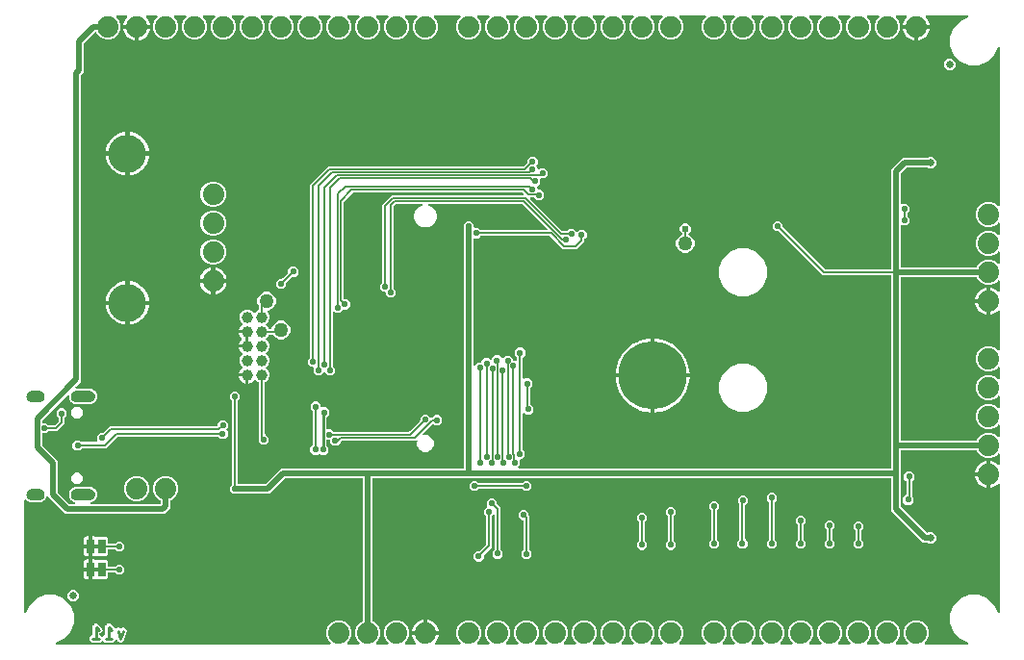
<source format=gbl>
G04 EAGLE Gerber RS-274X export*
G75*
%MOMM*%
%FSLAX34Y34*%
%LPD*%
%INBottom Copper*%
%IPPOS*%
%AMOC8*
5,1,8,0,0,1.08239X$1,22.5*%
G01*
%ADD10C,0.254000*%
%ADD11C,0.654000*%
%ADD12C,0.635000*%
%ADD13C,1.879600*%
%ADD14C,1.000000*%
%ADD15C,6.000000*%
%ADD16C,3.327400*%
%ADD17R,0.660400X1.270000*%
%ADD18C,1.270000*%
%ADD19C,0.558800*%
%ADD20C,0.508000*%
%ADD21C,0.152400*%
%ADD22C,0.177800*%
%ADD23C,0.604000*%

G36*
X86472Y2804D02*
X86472Y2804D01*
X86533Y2803D01*
X86603Y2824D01*
X86674Y2835D01*
X86729Y2861D01*
X86788Y2878D01*
X86848Y2919D01*
X86914Y2950D01*
X86958Y2992D01*
X87009Y3026D01*
X87055Y3082D01*
X87108Y3132D01*
X87138Y3185D01*
X87177Y3232D01*
X87204Y3299D01*
X87240Y3362D01*
X87253Y3422D01*
X87276Y3479D01*
X87282Y3551D01*
X87298Y3622D01*
X87293Y3683D01*
X87298Y3744D01*
X87282Y3815D01*
X87276Y3887D01*
X87253Y3943D01*
X87240Y4003D01*
X87204Y4066D01*
X87177Y4134D01*
X87138Y4181D01*
X87108Y4234D01*
X87071Y4264D01*
X87009Y4340D01*
X86834Y4457D01*
X86809Y4477D01*
X86228Y4768D01*
X86149Y4793D01*
X86111Y4816D01*
X85167Y5131D01*
X85148Y5157D01*
X85103Y5237D01*
X85078Y5257D01*
X85048Y5300D01*
X84849Y5453D01*
X84597Y6211D01*
X84578Y6249D01*
X84566Y6289D01*
X84517Y6367D01*
X84476Y6448D01*
X84446Y6478D01*
X84424Y6514D01*
X84354Y6573D01*
X84290Y6638D01*
X84253Y6658D01*
X84221Y6686D01*
X84137Y6722D01*
X84057Y6765D01*
X84016Y6774D01*
X83977Y6790D01*
X83886Y6800D01*
X83796Y6818D01*
X83754Y6813D01*
X83712Y6818D01*
X83623Y6800D01*
X83532Y6790D01*
X83493Y6774D01*
X83452Y6766D01*
X83407Y6737D01*
X83287Y6686D01*
X83169Y6586D01*
X83126Y6558D01*
X81139Y4571D01*
X72969Y4571D01*
X71967Y5573D01*
X71884Y5634D01*
X71806Y5701D01*
X71778Y5713D01*
X71753Y5731D01*
X71656Y5765D01*
X71561Y5805D01*
X71531Y5808D01*
X71502Y5818D01*
X71399Y5822D01*
X71297Y5832D01*
X71267Y5826D01*
X71236Y5827D01*
X71137Y5800D01*
X71036Y5780D01*
X71016Y5767D01*
X70980Y5757D01*
X70755Y5615D01*
X70731Y5586D01*
X70711Y5573D01*
X69709Y4571D01*
X61539Y4571D01*
X59753Y6357D01*
X59753Y8883D01*
X61539Y10669D01*
X61687Y10669D01*
X61788Y10684D01*
X61891Y10692D01*
X61919Y10704D01*
X61950Y10709D01*
X62042Y10753D01*
X62137Y10791D01*
X62161Y10811D01*
X62189Y10824D01*
X62264Y10894D01*
X62344Y10959D01*
X62361Y10985D01*
X62383Y11006D01*
X62434Y11095D01*
X62491Y11180D01*
X62496Y11204D01*
X62515Y11236D01*
X62573Y11496D01*
X62570Y11534D01*
X62575Y11557D01*
X62575Y17562D01*
X62566Y17624D01*
X62570Y17660D01*
X62451Y18724D01*
X62491Y18784D01*
X62496Y18806D01*
X62513Y18836D01*
X62556Y19024D01*
X63314Y19782D01*
X63351Y19832D01*
X63379Y19855D01*
X64048Y20691D01*
X64119Y20705D01*
X64138Y20717D01*
X64171Y20726D01*
X64335Y20829D01*
X65406Y20829D01*
X65468Y20838D01*
X65504Y20834D01*
X66568Y20952D01*
X66628Y20913D01*
X66650Y20908D01*
X66680Y20890D01*
X66868Y20847D01*
X67625Y20090D01*
X67676Y20053D01*
X67699Y20024D01*
X71337Y17114D01*
X71615Y14604D01*
X71137Y14005D01*
X71136Y14005D01*
X70426Y13117D01*
X70038Y12632D01*
X69463Y12568D01*
X69411Y12554D01*
X69357Y12549D01*
X69283Y12520D01*
X69206Y12499D01*
X69160Y12470D01*
X69110Y12450D01*
X69063Y12412D01*
X69059Y12410D01*
X69048Y12400D01*
X68981Y12358D01*
X68946Y12317D01*
X68904Y12283D01*
X68873Y12237D01*
X68864Y12229D01*
X68853Y12209D01*
X68808Y12156D01*
X68786Y12107D01*
X68756Y12062D01*
X68748Y12026D01*
X68732Y11998D01*
X68725Y11965D01*
X68702Y11912D01*
X68691Y11813D01*
X68675Y11738D01*
X68677Y11706D01*
X68672Y11685D01*
X68672Y11557D01*
X68688Y11455D01*
X68696Y11353D01*
X68708Y11325D01*
X68712Y11294D01*
X68757Y11202D01*
X68795Y11106D01*
X68815Y11083D01*
X68828Y11055D01*
X68898Y10980D01*
X68963Y10900D01*
X68988Y10883D01*
X69009Y10861D01*
X69098Y10810D01*
X69184Y10753D01*
X69207Y10747D01*
X69240Y10729D01*
X69500Y10671D01*
X69537Y10674D01*
X69561Y10669D01*
X69709Y10669D01*
X70711Y9667D01*
X70793Y9606D01*
X70872Y9539D01*
X70900Y9527D01*
X70925Y9509D01*
X71022Y9475D01*
X71116Y9435D01*
X71147Y9432D01*
X71176Y9422D01*
X71278Y9418D01*
X71380Y9408D01*
X71411Y9414D01*
X71441Y9413D01*
X71540Y9440D01*
X71641Y9460D01*
X71661Y9473D01*
X71698Y9483D01*
X71922Y9625D01*
X71947Y9654D01*
X71967Y9667D01*
X72969Y10669D01*
X73117Y10669D01*
X73218Y10684D01*
X73321Y10692D01*
X73349Y10704D01*
X73380Y10709D01*
X73472Y10753D01*
X73567Y10791D01*
X73591Y10811D01*
X73619Y10824D01*
X73694Y10894D01*
X73774Y10959D01*
X73791Y10985D01*
X73813Y11006D01*
X73864Y11095D01*
X73921Y11180D01*
X73926Y11204D01*
X73945Y11236D01*
X74003Y11496D01*
X74000Y11534D01*
X74005Y11557D01*
X74005Y17562D01*
X73996Y17624D01*
X74000Y17660D01*
X73881Y18724D01*
X73921Y18784D01*
X73926Y18806D01*
X73943Y18836D01*
X73986Y19024D01*
X74744Y19782D01*
X74781Y19832D01*
X74809Y19855D01*
X75478Y20691D01*
X75549Y20705D01*
X75568Y20717D01*
X75601Y20726D01*
X75765Y20829D01*
X76836Y20829D01*
X76898Y20838D01*
X76934Y20834D01*
X77998Y20952D01*
X78058Y20913D01*
X78080Y20908D01*
X78110Y20890D01*
X78298Y20847D01*
X79055Y20090D01*
X79106Y20053D01*
X79129Y20024D01*
X82636Y17219D01*
X82734Y17162D01*
X82831Y17100D01*
X82849Y17095D01*
X82866Y17086D01*
X82977Y17060D01*
X83087Y17030D01*
X83102Y17032D01*
X83125Y17027D01*
X83390Y17047D01*
X83439Y17066D01*
X83471Y17070D01*
X85317Y17685D01*
X86943Y16872D01*
X87023Y16846D01*
X87100Y16811D01*
X87149Y16805D01*
X87196Y16790D01*
X87280Y16789D01*
X87363Y16778D01*
X87399Y16787D01*
X87462Y16786D01*
X87717Y16861D01*
X87729Y16869D01*
X87738Y16872D01*
X89365Y17685D01*
X91761Y16886D01*
X92890Y14627D01*
X90648Y7901D01*
X90632Y7811D01*
X90608Y7723D01*
X90612Y7691D01*
X90603Y7639D01*
X90635Y7391D01*
X90193Y6507D01*
X90167Y6428D01*
X90144Y6390D01*
X89830Y5446D01*
X89803Y5427D01*
X89724Y5382D01*
X89704Y5357D01*
X89661Y5327D01*
X89508Y5129D01*
X88570Y4816D01*
X88497Y4779D01*
X88454Y4768D01*
X87873Y4477D01*
X87823Y4442D01*
X87768Y4416D01*
X87715Y4366D01*
X87655Y4324D01*
X87618Y4276D01*
X87574Y4234D01*
X87537Y4171D01*
X87493Y4114D01*
X87472Y4057D01*
X87442Y4004D01*
X87426Y3933D01*
X87401Y3865D01*
X87397Y3804D01*
X87384Y3744D01*
X87390Y3672D01*
X87386Y3599D01*
X87401Y3540D01*
X87405Y3479D01*
X87433Y3412D01*
X87450Y3341D01*
X87482Y3289D01*
X87504Y3232D01*
X87550Y3176D01*
X87588Y3114D01*
X87634Y3074D01*
X87672Y3026D01*
X87733Y2986D01*
X87787Y2938D01*
X87842Y2913D01*
X87893Y2879D01*
X87941Y2868D01*
X88029Y2828D01*
X88238Y2802D01*
X88270Y2795D01*
X271355Y2795D01*
X271406Y2802D01*
X271457Y2801D01*
X271536Y2822D01*
X271617Y2835D01*
X271664Y2857D01*
X271714Y2871D01*
X271783Y2915D01*
X271857Y2950D01*
X271894Y2985D01*
X271938Y3013D01*
X271991Y3076D01*
X272051Y3132D01*
X272077Y3176D01*
X272110Y3216D01*
X272142Y3291D01*
X272183Y3362D01*
X272194Y3413D01*
X272214Y3460D01*
X272223Y3542D01*
X272241Y3622D01*
X272237Y3673D01*
X272242Y3725D01*
X272226Y3805D01*
X272219Y3887D01*
X272200Y3935D01*
X272190Y3985D01*
X272162Y4029D01*
X272120Y4134D01*
X272007Y4273D01*
X271983Y4311D01*
X269925Y6369D01*
X268223Y10477D01*
X268223Y14923D01*
X269925Y19031D01*
X273069Y22175D01*
X277177Y23877D01*
X281623Y23877D01*
X285731Y22175D01*
X288875Y19031D01*
X290577Y14923D01*
X290577Y10477D01*
X288875Y6369D01*
X286817Y4311D01*
X286787Y4270D01*
X286749Y4234D01*
X286708Y4163D01*
X286660Y4097D01*
X286643Y4048D01*
X286617Y4004D01*
X286599Y3924D01*
X286572Y3846D01*
X286570Y3794D01*
X286559Y3744D01*
X286566Y3662D01*
X286563Y3580D01*
X286577Y3531D01*
X286581Y3479D01*
X286611Y3403D01*
X286633Y3324D01*
X286661Y3280D01*
X286680Y3232D01*
X286732Y3169D01*
X286776Y3100D01*
X286815Y3066D01*
X286847Y3026D01*
X286916Y2981D01*
X286978Y2928D01*
X287026Y2907D01*
X287069Y2879D01*
X287119Y2867D01*
X287223Y2823D01*
X287401Y2805D01*
X287445Y2795D01*
X296755Y2795D01*
X296806Y2802D01*
X296857Y2801D01*
X296936Y2822D01*
X297017Y2835D01*
X297064Y2857D01*
X297114Y2871D01*
X297183Y2915D01*
X297257Y2950D01*
X297294Y2985D01*
X297338Y3013D01*
X297391Y3076D01*
X297451Y3132D01*
X297477Y3176D01*
X297510Y3216D01*
X297542Y3291D01*
X297583Y3362D01*
X297594Y3413D01*
X297614Y3460D01*
X297623Y3542D01*
X297641Y3622D01*
X297637Y3673D01*
X297642Y3725D01*
X297626Y3805D01*
X297619Y3887D01*
X297600Y3935D01*
X297590Y3985D01*
X297562Y4029D01*
X297520Y4134D01*
X297407Y4273D01*
X297383Y4311D01*
X295325Y6369D01*
X293623Y10477D01*
X293623Y14923D01*
X295325Y19031D01*
X298469Y22175D01*
X299933Y22782D01*
X299986Y22814D01*
X300044Y22837D01*
X300099Y22882D01*
X300161Y22919D01*
X300202Y22965D01*
X300250Y23004D01*
X300290Y23064D01*
X300337Y23117D01*
X300363Y23174D01*
X300397Y23225D01*
X300408Y23272D01*
X300447Y23359D01*
X300474Y23572D01*
X300481Y23602D01*
X300481Y148073D01*
X300466Y148175D01*
X300458Y148277D01*
X300446Y148305D01*
X300441Y148336D01*
X300397Y148428D01*
X300359Y148524D01*
X300339Y148547D01*
X300326Y148575D01*
X300256Y148650D01*
X300191Y148730D01*
X300165Y148747D01*
X300144Y148769D01*
X300055Y148820D01*
X299970Y148877D01*
X299946Y148883D01*
X299914Y148901D01*
X299654Y148959D01*
X299616Y148956D01*
X299593Y148961D01*
X232399Y148961D01*
X232378Y148958D01*
X232357Y148960D01*
X232247Y148938D01*
X232136Y148921D01*
X232117Y148912D01*
X232096Y148908D01*
X232058Y148884D01*
X231897Y148806D01*
X231814Y148729D01*
X231771Y148701D01*
X218451Y135381D01*
X190476Y135381D01*
X190455Y135378D01*
X190434Y135380D01*
X190324Y135358D01*
X190213Y135341D01*
X190194Y135332D01*
X190174Y135328D01*
X190135Y135304D01*
X189974Y135226D01*
X189891Y135149D01*
X189858Y135127D01*
X186066Y135127D01*
X183387Y137806D01*
X183387Y141594D01*
X185159Y143366D01*
X185172Y143383D01*
X185188Y143396D01*
X185250Y143490D01*
X185317Y143580D01*
X185324Y143600D01*
X185335Y143617D01*
X185345Y143662D01*
X185404Y143831D01*
X185407Y143921D01*
X185417Y143965D01*
X185416Y143979D01*
X185419Y143994D01*
X185419Y216432D01*
X185416Y216453D01*
X185418Y216474D01*
X185396Y216584D01*
X185379Y216695D01*
X185370Y216714D01*
X185366Y216734D01*
X185342Y216773D01*
X185264Y216934D01*
X185187Y217017D01*
X185159Y217060D01*
X183387Y218832D01*
X183387Y222620D01*
X186066Y225299D01*
X189854Y225299D01*
X192533Y222620D01*
X192533Y218832D01*
X190761Y217060D01*
X190748Y217043D01*
X190732Y217030D01*
X190670Y216936D01*
X190603Y216846D01*
X190596Y216826D01*
X190585Y216809D01*
X190575Y216764D01*
X190516Y216595D01*
X190512Y216482D01*
X190501Y216432D01*
X190501Y144907D01*
X190516Y144805D01*
X190524Y144703D01*
X190536Y144675D01*
X190541Y144644D01*
X190585Y144552D01*
X190623Y144456D01*
X190643Y144433D01*
X190656Y144405D01*
X190726Y144330D01*
X190791Y144250D01*
X190817Y144233D01*
X190838Y144211D01*
X190927Y144160D01*
X191012Y144103D01*
X191036Y144097D01*
X191068Y144079D01*
X191328Y144021D01*
X191366Y144024D01*
X191389Y144019D01*
X214505Y144019D01*
X214526Y144022D01*
X214547Y144020D01*
X214657Y144042D01*
X214768Y144059D01*
X214787Y144068D01*
X214808Y144072D01*
X214846Y144096D01*
X215007Y144174D01*
X215090Y144251D01*
X215133Y144279D01*
X228453Y157599D01*
X388493Y157599D01*
X388595Y157614D01*
X388697Y157622D01*
X388725Y157634D01*
X388756Y157639D01*
X388848Y157683D01*
X388944Y157721D01*
X388967Y157741D01*
X388995Y157754D01*
X389070Y157824D01*
X389150Y157889D01*
X389167Y157915D01*
X389189Y157936D01*
X389240Y158025D01*
X389297Y158110D01*
X389303Y158134D01*
X389321Y158166D01*
X389379Y158426D01*
X389376Y158464D01*
X389381Y158487D01*
X389381Y186714D01*
X389378Y186735D01*
X389380Y186756D01*
X389358Y186866D01*
X389341Y186977D01*
X389332Y186996D01*
X389328Y187016D01*
X389304Y187055D01*
X389226Y187216D01*
X389149Y187299D01*
X389127Y187332D01*
X389127Y191126D01*
X389134Y191135D01*
X389150Y191148D01*
X389212Y191242D01*
X389279Y191332D01*
X389286Y191352D01*
X389297Y191369D01*
X389307Y191414D01*
X389366Y191583D01*
X389370Y191696D01*
X389381Y191746D01*
X389381Y368324D01*
X389378Y368345D01*
X389380Y368366D01*
X389358Y368476D01*
X389341Y368587D01*
X389332Y368606D01*
X389328Y368626D01*
X389304Y368665D01*
X389226Y368826D01*
X389149Y368909D01*
X389127Y368942D01*
X389127Y372734D01*
X391806Y375413D01*
X395594Y375413D01*
X398273Y372734D01*
X398273Y369951D01*
X398288Y369849D01*
X398296Y369747D01*
X398308Y369719D01*
X398313Y369688D01*
X398357Y369596D01*
X398395Y369500D01*
X398415Y369477D01*
X398428Y369449D01*
X398498Y369374D01*
X398563Y369294D01*
X398589Y369277D01*
X398610Y369255D01*
X398699Y369204D01*
X398784Y369147D01*
X398808Y369141D01*
X398840Y369123D01*
X399100Y369065D01*
X399138Y369068D01*
X399161Y369063D01*
X401944Y369063D01*
X403716Y367291D01*
X403733Y367278D01*
X403746Y367262D01*
X403840Y367200D01*
X403930Y367133D01*
X403950Y367126D01*
X403967Y367115D01*
X404012Y367105D01*
X404181Y367046D01*
X404294Y367042D01*
X404344Y367031D01*
X461912Y367031D01*
X461963Y367038D01*
X462014Y367037D01*
X462094Y367058D01*
X462175Y367071D01*
X462221Y367093D01*
X462271Y367107D01*
X462340Y367151D01*
X462414Y367186D01*
X462452Y367221D01*
X462495Y367249D01*
X462548Y367312D01*
X462608Y367368D01*
X462634Y367412D01*
X462667Y367452D01*
X462700Y367527D01*
X462740Y367598D01*
X462751Y367649D01*
X462772Y367696D01*
X462780Y367778D01*
X462798Y367858D01*
X462794Y367909D01*
X462799Y367961D01*
X462783Y368041D01*
X462776Y368123D01*
X462757Y368171D01*
X462747Y368221D01*
X462719Y368265D01*
X462677Y368370D01*
X462564Y368509D01*
X462540Y368547D01*
X440950Y390137D01*
X440933Y390150D01*
X440920Y390166D01*
X440826Y390228D01*
X440736Y390295D01*
X440716Y390302D01*
X440699Y390313D01*
X440654Y390323D01*
X440485Y390382D01*
X440372Y390386D01*
X440322Y390397D01*
X359069Y390397D01*
X358978Y390383D01*
X358885Y390378D01*
X358847Y390364D01*
X358806Y390357D01*
X358723Y390317D01*
X358636Y390285D01*
X358604Y390260D01*
X358567Y390242D01*
X358499Y390179D01*
X358426Y390122D01*
X358403Y390089D01*
X358372Y390060D01*
X358327Y389980D01*
X358273Y389905D01*
X358261Y389865D01*
X358240Y389830D01*
X358220Y389740D01*
X358192Y389652D01*
X358192Y389610D01*
X358183Y389570D01*
X358190Y389478D01*
X358189Y389386D01*
X358201Y389346D01*
X358204Y389305D01*
X358239Y389220D01*
X358265Y389131D01*
X358288Y389097D01*
X358303Y389058D01*
X358362Y388987D01*
X358413Y388910D01*
X358438Y388892D01*
X358471Y388852D01*
X358692Y388705D01*
X358712Y388700D01*
X358729Y388688D01*
X361139Y387690D01*
X363890Y384939D01*
X365379Y381345D01*
X365379Y377455D01*
X363890Y373861D01*
X361139Y371110D01*
X357545Y369621D01*
X353655Y369621D01*
X350061Y371110D01*
X347310Y373861D01*
X345821Y377455D01*
X345821Y381345D01*
X347310Y384939D01*
X350061Y387690D01*
X352471Y388688D01*
X352550Y388736D01*
X352633Y388776D01*
X352664Y388804D01*
X352699Y388826D01*
X352760Y388895D01*
X352828Y388958D01*
X352848Y388994D01*
X352875Y389024D01*
X352914Y389108D01*
X352960Y389188D01*
X352969Y389229D01*
X352986Y389266D01*
X352997Y389358D01*
X353017Y389448D01*
X353014Y389489D01*
X353019Y389530D01*
X353003Y389621D01*
X352996Y389713D01*
X352980Y389751D01*
X352973Y389792D01*
X352931Y389874D01*
X352897Y389960D01*
X352871Y389992D01*
X352852Y390028D01*
X352787Y390094D01*
X352729Y390166D01*
X352695Y390189D01*
X352666Y390218D01*
X352585Y390262D01*
X352508Y390313D01*
X352478Y390320D01*
X352432Y390345D01*
X352172Y390396D01*
X352151Y390393D01*
X352131Y390397D01*
X330060Y390397D01*
X330039Y390394D01*
X330018Y390396D01*
X329908Y390374D01*
X329797Y390357D01*
X329779Y390348D01*
X329758Y390344D01*
X329719Y390320D01*
X329558Y390242D01*
X329476Y390165D01*
X329432Y390137D01*
X327921Y388626D01*
X327908Y388609D01*
X327892Y388596D01*
X327830Y388502D01*
X327763Y388412D01*
X327756Y388392D01*
X327745Y388375D01*
X327735Y388330D01*
X327676Y388161D01*
X327672Y388048D01*
X327661Y387998D01*
X327661Y316714D01*
X327664Y316693D01*
X327662Y316672D01*
X327684Y316562D01*
X327701Y316451D01*
X327710Y316432D01*
X327714Y316412D01*
X327738Y316373D01*
X327816Y316212D01*
X327893Y316129D01*
X327921Y316086D01*
X329693Y314314D01*
X329693Y310526D01*
X327014Y307847D01*
X323226Y307847D01*
X320547Y310526D01*
X320547Y312039D01*
X320532Y312141D01*
X320524Y312243D01*
X320512Y312271D01*
X320507Y312302D01*
X320463Y312394D01*
X320425Y312490D01*
X320405Y312513D01*
X320392Y312541D01*
X320322Y312616D01*
X320257Y312696D01*
X320231Y312713D01*
X320210Y312735D01*
X320121Y312786D01*
X320036Y312843D01*
X320012Y312849D01*
X319980Y312867D01*
X319720Y312925D01*
X319682Y312922D01*
X319659Y312927D01*
X318146Y312927D01*
X315467Y315606D01*
X315467Y319394D01*
X317239Y321166D01*
X317252Y321183D01*
X317268Y321196D01*
X317330Y321290D01*
X317397Y321380D01*
X317404Y321400D01*
X317415Y321417D01*
X317425Y321462D01*
X317484Y321631D01*
X317488Y321744D01*
X317499Y321794D01*
X317499Y389418D01*
X319248Y391167D01*
X326100Y398019D01*
X441120Y398019D01*
X441171Y398026D01*
X441223Y398025D01*
X441302Y398046D01*
X441383Y398059D01*
X441429Y398081D01*
X441479Y398095D01*
X441548Y398139D01*
X441622Y398174D01*
X441660Y398210D01*
X441703Y398237D01*
X441756Y398300D01*
X441816Y398356D01*
X441842Y398400D01*
X441875Y398440D01*
X441908Y398515D01*
X441948Y398586D01*
X441960Y398637D01*
X441980Y398684D01*
X441988Y398766D01*
X442006Y398846D01*
X442002Y398897D01*
X442007Y398949D01*
X441991Y399029D01*
X441985Y399111D01*
X441965Y399159D01*
X441955Y399209D01*
X441928Y399253D01*
X441886Y399358D01*
X441772Y399497D01*
X441748Y399535D01*
X441494Y399789D01*
X441477Y399802D01*
X441464Y399818D01*
X441370Y399880D01*
X441280Y399947D01*
X441260Y399954D01*
X441243Y399965D01*
X441198Y399975D01*
X441029Y400034D01*
X440916Y400038D01*
X440866Y400049D01*
X292062Y400049D01*
X292041Y400046D01*
X292020Y400048D01*
X291910Y400026D01*
X291799Y400009D01*
X291780Y400000D01*
X291759Y399996D01*
X291721Y399972D01*
X291559Y399894D01*
X291477Y399817D01*
X291433Y399789D01*
X284044Y392400D01*
X284032Y392383D01*
X284015Y392370D01*
X283953Y392276D01*
X283886Y392186D01*
X283880Y392166D01*
X283868Y392148D01*
X283858Y392104D01*
X283799Y391935D01*
X283795Y391822D01*
X283784Y391772D01*
X283784Y307467D01*
X283799Y307365D01*
X283808Y307263D01*
X283819Y307235D01*
X283824Y307204D01*
X283868Y307112D01*
X283907Y307016D01*
X283926Y306993D01*
X283940Y306965D01*
X284010Y306890D01*
X284074Y306810D01*
X284100Y306793D01*
X284121Y306771D01*
X284210Y306720D01*
X284295Y306663D01*
X284319Y306657D01*
X284352Y306639D01*
X284611Y306581D01*
X284649Y306584D01*
X284672Y306579D01*
X286693Y306579D01*
X289372Y303900D01*
X289372Y300112D01*
X286693Y297433D01*
X284164Y297433D01*
X284063Y297418D01*
X283960Y297410D01*
X283932Y297398D01*
X283901Y297393D01*
X283809Y297349D01*
X283714Y297311D01*
X283690Y297291D01*
X283662Y297278D01*
X283587Y297208D01*
X283507Y297143D01*
X283490Y297117D01*
X283468Y297096D01*
X283429Y297028D01*
X280597Y294196D01*
X276809Y294196D01*
X275837Y295169D01*
X275796Y295199D01*
X275760Y295237D01*
X275689Y295278D01*
X275623Y295326D01*
X275574Y295343D01*
X275530Y295369D01*
X275450Y295387D01*
X275372Y295414D01*
X275320Y295415D01*
X275270Y295427D01*
X275188Y295420D01*
X275106Y295423D01*
X275057Y295409D01*
X275005Y295405D01*
X274929Y295374D01*
X274850Y295353D01*
X274806Y295325D01*
X274758Y295306D01*
X274695Y295254D01*
X274626Y295210D01*
X274592Y295171D01*
X274552Y295138D01*
X274507Y295070D01*
X274454Y295008D01*
X274433Y294960D01*
X274405Y294917D01*
X274393Y294867D01*
X274349Y294763D01*
X274331Y294585D01*
X274321Y294540D01*
X274321Y248134D01*
X274324Y248113D01*
X274322Y248092D01*
X274344Y247982D01*
X274361Y247871D01*
X274370Y247852D01*
X274374Y247832D01*
X274398Y247793D01*
X274476Y247632D01*
X274553Y247549D01*
X274581Y247506D01*
X276353Y245734D01*
X276353Y241946D01*
X273674Y239267D01*
X269886Y239267D01*
X267328Y241825D01*
X267246Y241886D01*
X267167Y241952D01*
X267139Y241965D01*
X267114Y241983D01*
X267017Y242017D01*
X266923Y242057D01*
X266892Y242060D01*
X266863Y242070D01*
X266761Y242074D01*
X266658Y242084D01*
X266628Y242078D01*
X266597Y242079D01*
X266498Y242052D01*
X266398Y242032D01*
X266378Y242019D01*
X266341Y242009D01*
X266117Y241867D01*
X266092Y241838D01*
X266072Y241825D01*
X263514Y239267D01*
X259726Y239267D01*
X257047Y241946D01*
X257047Y245999D01*
X257032Y246101D01*
X257024Y246203D01*
X257012Y246231D01*
X257007Y246262D01*
X256963Y246354D01*
X256925Y246450D01*
X256905Y246473D01*
X256892Y246501D01*
X256822Y246576D01*
X256757Y246656D01*
X256731Y246673D01*
X256710Y246695D01*
X256621Y246746D01*
X256536Y246803D01*
X256512Y246809D01*
X256480Y246827D01*
X256220Y246885D01*
X256182Y246882D01*
X256159Y246887D01*
X254646Y246887D01*
X251967Y249566D01*
X251967Y253354D01*
X253739Y255126D01*
X253752Y255143D01*
X253768Y255156D01*
X253830Y255250D01*
X253897Y255340D01*
X253904Y255360D01*
X253915Y255377D01*
X253925Y255422D01*
X253984Y255591D01*
X253988Y255704D01*
X253999Y255754D01*
X253999Y407235D01*
X269929Y423165D01*
X441556Y423165D01*
X441576Y423168D01*
X441597Y423166D01*
X441708Y423188D01*
X441818Y423205D01*
X441837Y423214D01*
X441858Y423218D01*
X441897Y423242D01*
X442058Y423320D01*
X442140Y423397D01*
X442184Y423425D01*
X445001Y426242D01*
X445014Y426259D01*
X445030Y426272D01*
X445092Y426366D01*
X445159Y426456D01*
X445166Y426476D01*
X445177Y426494D01*
X445187Y426538D01*
X445246Y426707D01*
X445250Y426820D01*
X445261Y426870D01*
X445261Y429376D01*
X447940Y432055D01*
X451728Y432055D01*
X454407Y429376D01*
X454407Y425588D01*
X453358Y424539D01*
X453297Y424457D01*
X453231Y424379D01*
X453219Y424350D01*
X453201Y424326D01*
X453167Y424229D01*
X453126Y424134D01*
X453123Y424103D01*
X453113Y424074D01*
X453110Y423972D01*
X453099Y423870D01*
X453105Y423840D01*
X453104Y423809D01*
X453131Y423710D01*
X453151Y423609D01*
X453164Y423589D01*
X453174Y423552D01*
X453317Y423328D01*
X453345Y423303D01*
X453358Y423283D01*
X454153Y422489D01*
X454153Y421587D01*
X454160Y421536D01*
X454159Y421484D01*
X454180Y421405D01*
X454193Y421324D01*
X454215Y421277D01*
X454229Y421228D01*
X454273Y421158D01*
X454308Y421085D01*
X454343Y421047D01*
X454371Y421003D01*
X454434Y420950D01*
X454490Y420890D01*
X454534Y420865D01*
X454574Y420831D01*
X454649Y420799D01*
X454720Y420758D01*
X454771Y420747D01*
X454818Y420727D01*
X454900Y420718D01*
X454980Y420701D01*
X455031Y420705D01*
X455083Y420699D01*
X455163Y420716D01*
X455245Y420722D01*
X455293Y420741D01*
X455343Y420751D01*
X455387Y420779D01*
X455492Y420821D01*
X455631Y420934D01*
X455669Y420959D01*
X456576Y421865D01*
X460364Y421865D01*
X463043Y419187D01*
X463043Y415399D01*
X460364Y412720D01*
X457552Y412720D01*
X457450Y412705D01*
X457348Y412696D01*
X457319Y412685D01*
X457289Y412680D01*
X457197Y412636D01*
X457101Y412597D01*
X457077Y412578D01*
X457050Y412564D01*
X456975Y412494D01*
X456895Y412430D01*
X456878Y412404D01*
X456855Y412383D01*
X456804Y412294D01*
X456747Y412209D01*
X456742Y412185D01*
X456723Y412152D01*
X456666Y411893D01*
X456669Y411855D01*
X456663Y411832D01*
X456663Y408287D01*
X454413Y406036D01*
X454400Y406019D01*
X454384Y406006D01*
X454322Y405912D01*
X454255Y405822D01*
X454248Y405802D01*
X454237Y405785D01*
X454227Y405740D01*
X454168Y405571D01*
X454164Y405458D01*
X454153Y405408D01*
X454153Y403762D01*
X454168Y403661D01*
X454176Y403558D01*
X454188Y403530D01*
X454193Y403499D01*
X454237Y403407D01*
X454275Y403312D01*
X454295Y403288D01*
X454308Y403260D01*
X454378Y403185D01*
X454443Y403105D01*
X454469Y403088D01*
X454490Y403066D01*
X454579Y403015D01*
X454664Y402958D01*
X454688Y402953D01*
X454720Y402934D01*
X454980Y402876D01*
X455018Y402879D01*
X455041Y402874D01*
X457033Y402874D01*
X459711Y400195D01*
X459711Y396407D01*
X457033Y393729D01*
X453245Y393729D01*
X450994Y395979D01*
X450977Y395992D01*
X450964Y396008D01*
X450870Y396070D01*
X450780Y396137D01*
X450760Y396144D01*
X450743Y396155D01*
X450698Y396165D01*
X450529Y396224D01*
X450416Y396228D01*
X450366Y396239D01*
X448460Y396239D01*
X448409Y396232D01*
X448358Y396233D01*
X448278Y396212D01*
X448197Y396199D01*
X448151Y396177D01*
X448101Y396163D01*
X448032Y396119D01*
X447958Y396084D01*
X447920Y396049D01*
X447877Y396021D01*
X447824Y395958D01*
X447764Y395902D01*
X447738Y395858D01*
X447705Y395818D01*
X447673Y395743D01*
X447632Y395672D01*
X447621Y395621D01*
X447600Y395574D01*
X447592Y395492D01*
X447574Y395412D01*
X447578Y395361D01*
X447573Y395309D01*
X447589Y395229D01*
X447596Y395147D01*
X447615Y395099D01*
X447625Y395049D01*
X447653Y395005D01*
X447695Y394900D01*
X447808Y394761D01*
X447832Y394723D01*
X476026Y366529D01*
X476043Y366516D01*
X476056Y366500D01*
X476150Y366438D01*
X476240Y366371D01*
X476260Y366364D01*
X476278Y366353D01*
X476322Y366343D01*
X476491Y366284D01*
X476604Y366280D01*
X476654Y366269D01*
X479576Y366269D01*
X479597Y366272D01*
X479618Y366270D01*
X479728Y366292D01*
X479839Y366309D01*
X479858Y366318D01*
X479878Y366322D01*
X479917Y366346D01*
X480078Y366424D01*
X480161Y366501D01*
X480204Y366529D01*
X481976Y368301D01*
X485764Y368301D01*
X488039Y366026D01*
X488121Y365965D01*
X488200Y365899D01*
X488228Y365887D01*
X488253Y365868D01*
X488350Y365835D01*
X488444Y365794D01*
X488475Y365791D01*
X488504Y365781D01*
X488606Y365778D01*
X488708Y365767D01*
X488739Y365773D01*
X488769Y365772D01*
X488868Y365799D01*
X488969Y365819D01*
X488989Y365832D01*
X489026Y365842D01*
X489250Y365984D01*
X489275Y366013D01*
X489295Y366026D01*
X491061Y367793D01*
X494850Y367793D01*
X497528Y365114D01*
X497528Y361326D01*
X495756Y359554D01*
X495744Y359537D01*
X495728Y359524D01*
X495665Y359430D01*
X495599Y359340D01*
X495592Y359320D01*
X495580Y359303D01*
X495570Y359258D01*
X495511Y359089D01*
X495507Y358976D01*
X495496Y358926D01*
X495496Y357283D01*
X488732Y350519D01*
X476468Y350519D01*
X465298Y361689D01*
X465281Y361702D01*
X465268Y361718D01*
X465174Y361780D01*
X465084Y361847D01*
X465064Y361854D01*
X465046Y361865D01*
X465002Y361875D01*
X464833Y361934D01*
X464720Y361938D01*
X464670Y361949D01*
X404344Y361949D01*
X404323Y361946D01*
X404302Y361948D01*
X404192Y361926D01*
X404081Y361909D01*
X404062Y361900D01*
X404042Y361896D01*
X404003Y361872D01*
X403842Y361794D01*
X403759Y361717D01*
X403716Y361689D01*
X401944Y359917D01*
X398907Y359917D01*
X398805Y359902D01*
X398703Y359894D01*
X398675Y359882D01*
X398644Y359877D01*
X398552Y359833D01*
X398456Y359795D01*
X398433Y359775D01*
X398405Y359762D01*
X398330Y359692D01*
X398250Y359627D01*
X398233Y359601D01*
X398211Y359580D01*
X398160Y359491D01*
X398103Y359406D01*
X398097Y359382D01*
X398079Y359350D01*
X398021Y359090D01*
X398024Y359056D01*
X398021Y359044D01*
X398021Y359040D01*
X398019Y359029D01*
X398019Y249150D01*
X398026Y249099D01*
X398025Y249047D01*
X398046Y248968D01*
X398059Y248887D01*
X398081Y248841D01*
X398095Y248791D01*
X398139Y248722D01*
X398174Y248648D01*
X398209Y248610D01*
X398237Y248567D01*
X398300Y248513D01*
X398356Y248454D01*
X398400Y248428D01*
X398440Y248394D01*
X398515Y248362D01*
X398586Y248322D01*
X398637Y248310D01*
X398684Y248290D01*
X398766Y248282D01*
X398846Y248264D01*
X398897Y248268D01*
X398949Y248263D01*
X399029Y248279D01*
X399111Y248285D01*
X399159Y248305D01*
X399209Y248315D01*
X399253Y248342D01*
X399358Y248384D01*
X399497Y248497D01*
X399535Y248522D01*
X401966Y250953D01*
X403987Y250953D01*
X404089Y250968D01*
X404191Y250976D01*
X404219Y250988D01*
X404250Y250993D01*
X404342Y251037D01*
X404438Y251075D01*
X404461Y251095D01*
X404489Y251108D01*
X404564Y251178D01*
X404644Y251243D01*
X404661Y251269D01*
X404683Y251290D01*
X404734Y251379D01*
X404791Y251464D01*
X404797Y251488D01*
X404815Y251520D01*
X404873Y251780D01*
X404870Y251818D01*
X404875Y251841D01*
X404875Y252026D01*
X407554Y254704D01*
X411342Y254704D01*
X412503Y253543D01*
X412544Y253513D01*
X412580Y253475D01*
X412651Y253434D01*
X412717Y253386D01*
X412766Y253369D01*
X412810Y253343D01*
X412890Y253325D01*
X412968Y253298D01*
X413020Y253297D01*
X413070Y253285D01*
X413152Y253292D01*
X413234Y253289D01*
X413283Y253303D01*
X413335Y253307D01*
X413411Y253337D01*
X413490Y253359D01*
X413534Y253387D01*
X413582Y253406D01*
X413645Y253458D01*
X413714Y253502D01*
X413748Y253541D01*
X413788Y253574D01*
X413833Y253642D01*
X413886Y253704D01*
X413907Y253752D01*
X413935Y253795D01*
X413947Y253845D01*
X413991Y253949D01*
X414009Y254127D01*
X414019Y254171D01*
X414019Y254370D01*
X416698Y257049D01*
X420486Y257049D01*
X422790Y254745D01*
X422873Y254684D01*
X422951Y254618D01*
X422979Y254605D01*
X423004Y254587D01*
X423101Y254553D01*
X423195Y254513D01*
X423226Y254510D01*
X423255Y254500D01*
X423357Y254496D01*
X423460Y254486D01*
X423490Y254492D01*
X423521Y254491D01*
X423620Y254518D01*
X423720Y254538D01*
X423740Y254551D01*
X423777Y254561D01*
X424001Y254703D01*
X424026Y254732D01*
X424046Y254745D01*
X426096Y256795D01*
X429884Y256795D01*
X432563Y254116D01*
X432563Y253267D01*
X432578Y253166D01*
X432586Y253063D01*
X432598Y253035D01*
X432603Y253004D01*
X432647Y252912D01*
X432685Y252817D01*
X432705Y252793D01*
X432718Y252765D01*
X432788Y252690D01*
X432853Y252610D01*
X432879Y252593D01*
X432900Y252571D01*
X432989Y252520D01*
X433074Y252463D01*
X433098Y252458D01*
X433130Y252439D01*
X433390Y252381D01*
X433428Y252384D01*
X433451Y252379D01*
X434808Y252379D01*
X434855Y252332D01*
X434896Y252301D01*
X434932Y252264D01*
X435003Y252223D01*
X435069Y252174D01*
X435118Y252157D01*
X435162Y252132D01*
X435242Y252114D01*
X435320Y252087D01*
X435372Y252085D01*
X435422Y252074D01*
X435504Y252080D01*
X435586Y252078D01*
X435635Y252091D01*
X435687Y252095D01*
X435763Y252126D01*
X435842Y252147D01*
X435886Y252175D01*
X435934Y252194D01*
X435997Y252246D01*
X436066Y252290D01*
X436100Y252329D01*
X436140Y252362D01*
X436185Y252430D01*
X436238Y252493D01*
X436259Y252540D01*
X436287Y252583D01*
X436299Y252634D01*
X436343Y252737D01*
X436361Y252915D01*
X436371Y252960D01*
X436371Y255040D01*
X436368Y255061D01*
X436370Y255082D01*
X436348Y255192D01*
X436331Y255303D01*
X436322Y255322D01*
X436318Y255342D01*
X436294Y255381D01*
X436216Y255542D01*
X436139Y255625D01*
X436111Y255668D01*
X434339Y257440D01*
X434339Y261228D01*
X437018Y263907D01*
X440806Y263907D01*
X443485Y261228D01*
X443485Y257440D01*
X441713Y255668D01*
X441700Y255651D01*
X441684Y255638D01*
X441669Y255615D01*
X441662Y255609D01*
X441647Y255582D01*
X441622Y255544D01*
X441555Y255454D01*
X441548Y255434D01*
X441537Y255417D01*
X441527Y255372D01*
X441468Y255203D01*
X441464Y255090D01*
X441453Y255040D01*
X441453Y237212D01*
X441460Y237161D01*
X441459Y237109D01*
X441480Y237030D01*
X441493Y236949D01*
X441515Y236903D01*
X441529Y236853D01*
X441573Y236784D01*
X441608Y236710D01*
X441644Y236672D01*
X441671Y236629D01*
X441734Y236576D01*
X441790Y236516D01*
X441835Y236490D01*
X441874Y236456D01*
X441949Y236424D01*
X442020Y236384D01*
X442071Y236372D01*
X442118Y236352D01*
X442200Y236344D01*
X442280Y236326D01*
X442331Y236330D01*
X442383Y236325D01*
X442463Y236341D01*
X442545Y236347D01*
X442593Y236367D01*
X442643Y236377D01*
X442687Y236404D01*
X442792Y236446D01*
X442931Y236559D01*
X442969Y236584D01*
X443114Y236729D01*
X446902Y236729D01*
X449581Y234050D01*
X449581Y230262D01*
X447809Y228490D01*
X447796Y228473D01*
X447780Y228460D01*
X447718Y228366D01*
X447651Y228276D01*
X447644Y228256D01*
X447633Y228239D01*
X447623Y228194D01*
X447564Y228025D01*
X447560Y227912D01*
X447549Y227862D01*
X447549Y214860D01*
X447552Y214839D01*
X447550Y214818D01*
X447572Y214708D01*
X447589Y214597D01*
X447598Y214578D01*
X447602Y214558D01*
X447626Y214519D01*
X447704Y214358D01*
X447781Y214275D01*
X447809Y214232D01*
X450597Y211444D01*
X450597Y207656D01*
X447918Y204977D01*
X444130Y204977D01*
X442969Y206138D01*
X442928Y206169D01*
X442892Y206206D01*
X442821Y206247D01*
X442755Y206296D01*
X442706Y206313D01*
X442662Y206338D01*
X442582Y206356D01*
X442504Y206383D01*
X442452Y206385D01*
X442402Y206396D01*
X442320Y206390D01*
X442238Y206392D01*
X442189Y206379D01*
X442137Y206375D01*
X442061Y206344D01*
X441982Y206322D01*
X441938Y206295D01*
X441890Y206276D01*
X441827Y206224D01*
X441758Y206180D01*
X441724Y206141D01*
X441684Y206108D01*
X441639Y206040D01*
X441586Y205977D01*
X441565Y205930D01*
X441537Y205887D01*
X441525Y205836D01*
X441481Y205733D01*
X441463Y205554D01*
X441453Y205510D01*
X441453Y173966D01*
X441456Y173945D01*
X441454Y173924D01*
X441476Y173814D01*
X441493Y173703D01*
X441502Y173684D01*
X441506Y173664D01*
X441530Y173625D01*
X441608Y173464D01*
X441685Y173381D01*
X441713Y173338D01*
X442977Y172074D01*
X442977Y168286D01*
X440298Y165607D01*
X439801Y165607D01*
X439699Y165592D01*
X439597Y165584D01*
X439569Y165572D01*
X439538Y165567D01*
X439446Y165523D01*
X439350Y165485D01*
X439327Y165465D01*
X439299Y165452D01*
X439224Y165382D01*
X439144Y165317D01*
X439127Y165291D01*
X439105Y165270D01*
X439054Y165181D01*
X438997Y165096D01*
X438991Y165072D01*
X438973Y165040D01*
X438915Y164780D01*
X438918Y164742D01*
X438913Y164719D01*
X438913Y160666D01*
X437362Y159115D01*
X437331Y159074D01*
X437294Y159038D01*
X437253Y158967D01*
X437204Y158901D01*
X437187Y158852D01*
X437162Y158808D01*
X437144Y158728D01*
X437117Y158650D01*
X437115Y158598D01*
X437104Y158548D01*
X437110Y158466D01*
X437108Y158384D01*
X437121Y158335D01*
X437125Y158283D01*
X437156Y158207D01*
X437178Y158128D01*
X437205Y158084D01*
X437224Y158036D01*
X437276Y157973D01*
X437320Y157904D01*
X437359Y157870D01*
X437392Y157830D01*
X437460Y157785D01*
X437523Y157732D01*
X437570Y157711D01*
X437613Y157683D01*
X437664Y157671D01*
X437767Y157627D01*
X437946Y157609D01*
X437990Y157599D01*
X764413Y157599D01*
X764515Y157614D01*
X764617Y157622D01*
X764645Y157634D01*
X764676Y157639D01*
X764768Y157683D01*
X764864Y157721D01*
X764887Y157741D01*
X764915Y157754D01*
X764990Y157824D01*
X765070Y157889D01*
X765087Y157915D01*
X765109Y157936D01*
X765160Y158025D01*
X765217Y158110D01*
X765223Y158134D01*
X765241Y158166D01*
X765299Y158426D01*
X765296Y158464D01*
X765301Y158487D01*
X765301Y326771D01*
X765286Y326873D01*
X765278Y326975D01*
X765266Y327003D01*
X765261Y327034D01*
X765217Y327126D01*
X765179Y327222D01*
X765159Y327245D01*
X765146Y327273D01*
X765076Y327348D01*
X765011Y327428D01*
X764985Y327445D01*
X764964Y327467D01*
X764875Y327518D01*
X764790Y327575D01*
X764766Y327581D01*
X764734Y327599D01*
X764474Y327657D01*
X764436Y327654D01*
X764413Y327659D01*
X705068Y327659D01*
X703319Y329408D01*
X666720Y366007D01*
X666703Y366020D01*
X666690Y366036D01*
X666596Y366098D01*
X666506Y366165D01*
X666486Y366172D01*
X666469Y366183D01*
X666424Y366193D01*
X666255Y366252D01*
X666142Y366256D01*
X666092Y366267D01*
X663586Y366267D01*
X660907Y368946D01*
X660907Y372734D01*
X663586Y375413D01*
X667374Y375413D01*
X670053Y372734D01*
X670053Y370228D01*
X670056Y370208D01*
X670054Y370187D01*
X670076Y370076D01*
X670093Y369965D01*
X670102Y369947D01*
X670106Y369926D01*
X670130Y369887D01*
X670208Y369726D01*
X670285Y369644D01*
X670313Y369600D01*
X706912Y333001D01*
X706929Y332988D01*
X706942Y332972D01*
X707036Y332910D01*
X707126Y332843D01*
X707146Y332836D01*
X707163Y332825D01*
X707208Y332815D01*
X707377Y332756D01*
X707490Y332752D01*
X707540Y332741D01*
X764413Y332741D01*
X764515Y332756D01*
X764617Y332764D01*
X764645Y332776D01*
X764676Y332781D01*
X764768Y332825D01*
X764864Y332863D01*
X764887Y332883D01*
X764915Y332896D01*
X764990Y332966D01*
X765070Y333031D01*
X765087Y333057D01*
X765109Y333078D01*
X765160Y333167D01*
X765217Y333252D01*
X765223Y333276D01*
X765241Y333308D01*
X765299Y333568D01*
X765296Y333606D01*
X765301Y333629D01*
X765301Y420889D01*
X775451Y431039D01*
X797045Y431039D01*
X797066Y431042D01*
X797087Y431040D01*
X797197Y431062D01*
X797308Y431079D01*
X797327Y431088D01*
X797348Y431092D01*
X797386Y431116D01*
X797547Y431194D01*
X797630Y431271D01*
X797673Y431299D01*
X798048Y431674D01*
X802152Y431674D01*
X805054Y428772D01*
X805054Y424668D01*
X802152Y421766D01*
X798048Y421766D01*
X797673Y422141D01*
X797656Y422154D01*
X797643Y422170D01*
X797550Y422232D01*
X797459Y422299D01*
X797439Y422306D01*
X797422Y422317D01*
X797377Y422327D01*
X797208Y422386D01*
X797096Y422390D01*
X797045Y422401D01*
X779397Y422401D01*
X779376Y422398D01*
X779355Y422400D01*
X779245Y422378D01*
X779134Y422361D01*
X779115Y422352D01*
X779094Y422348D01*
X779056Y422324D01*
X778895Y422246D01*
X778812Y422169D01*
X778769Y422141D01*
X774199Y417571D01*
X774186Y417554D01*
X774170Y417541D01*
X774108Y417448D01*
X774041Y417357D01*
X774034Y417337D01*
X774023Y417320D01*
X774013Y417275D01*
X773954Y417106D01*
X773950Y416994D01*
X773939Y416943D01*
X773939Y391390D01*
X773946Y391339D01*
X773945Y391287D01*
X773966Y391208D01*
X773979Y391127D01*
X774001Y391081D01*
X774015Y391031D01*
X774059Y390962D01*
X774094Y390888D01*
X774130Y390850D01*
X774157Y390806D01*
X774220Y390753D01*
X774276Y390694D01*
X774321Y390668D01*
X774360Y390634D01*
X774435Y390602D01*
X774506Y390562D01*
X774557Y390550D01*
X774604Y390530D01*
X774686Y390522D01*
X774766Y390504D01*
X774817Y390508D01*
X774869Y390503D01*
X774949Y390519D01*
X775031Y390525D01*
X775079Y390545D01*
X775129Y390555D01*
X775173Y390582D01*
X775278Y390624D01*
X775312Y390653D01*
X779134Y390653D01*
X781813Y387974D01*
X781813Y384186D01*
X780041Y382414D01*
X780028Y382397D01*
X780012Y382384D01*
X779950Y382290D01*
X779883Y382200D01*
X779876Y382180D01*
X779865Y382163D01*
X779855Y382118D01*
X779796Y381949D01*
X779792Y381836D01*
X779781Y381786D01*
X779781Y380214D01*
X779784Y380193D01*
X779782Y380172D01*
X779804Y380062D01*
X779821Y379951D01*
X779830Y379932D01*
X779834Y379912D01*
X779858Y379873D01*
X779936Y379712D01*
X780013Y379629D01*
X780041Y379586D01*
X781813Y377814D01*
X781813Y374026D01*
X779134Y371347D01*
X775307Y371347D01*
X775241Y371396D01*
X775192Y371413D01*
X775148Y371438D01*
X775068Y371456D01*
X774990Y371483D01*
X774939Y371485D01*
X774888Y371496D01*
X774806Y371490D01*
X774724Y371492D01*
X774675Y371479D01*
X774623Y371475D01*
X774547Y371444D01*
X774468Y371423D01*
X774424Y371395D01*
X774376Y371376D01*
X774313Y371324D01*
X774244Y371280D01*
X774210Y371241D01*
X774170Y371208D01*
X774125Y371140D01*
X774072Y371077D01*
X774051Y371030D01*
X774023Y370987D01*
X774011Y370936D01*
X773967Y370833D01*
X773949Y370655D01*
X773939Y370610D01*
X773939Y335407D01*
X773954Y335305D01*
X773962Y335203D01*
X773974Y335175D01*
X773979Y335144D01*
X774023Y335052D01*
X774061Y334956D01*
X774081Y334933D01*
X774094Y334905D01*
X774164Y334830D01*
X774229Y334750D01*
X774255Y334733D01*
X774276Y334711D01*
X774365Y334660D01*
X774450Y334603D01*
X774474Y334597D01*
X774506Y334579D01*
X774766Y334521D01*
X774804Y334524D01*
X774827Y334519D01*
X839998Y334519D01*
X840059Y334528D01*
X840121Y334527D01*
X840190Y334548D01*
X840261Y334559D01*
X840316Y334586D01*
X840376Y334603D01*
X840435Y334643D01*
X840500Y334674D01*
X840545Y334717D01*
X840597Y334751D01*
X840624Y334790D01*
X840694Y334856D01*
X840801Y335042D01*
X840818Y335067D01*
X841425Y336531D01*
X844569Y339675D01*
X848677Y341377D01*
X853123Y341377D01*
X857231Y339675D01*
X859289Y337617D01*
X859330Y337587D01*
X859366Y337549D01*
X859437Y337508D01*
X859503Y337460D01*
X859552Y337443D01*
X859596Y337417D01*
X859676Y337399D01*
X859754Y337372D01*
X859806Y337370D01*
X859856Y337359D01*
X859938Y337366D01*
X860020Y337363D01*
X860069Y337377D01*
X860121Y337381D01*
X860197Y337411D01*
X860276Y337433D01*
X860320Y337461D01*
X860368Y337480D01*
X860431Y337532D01*
X860500Y337576D01*
X860534Y337615D01*
X860574Y337647D01*
X860619Y337716D01*
X860672Y337778D01*
X860693Y337826D01*
X860721Y337869D01*
X860733Y337919D01*
X860777Y338023D01*
X860795Y338201D01*
X860805Y338245D01*
X860805Y347555D01*
X860798Y347606D01*
X860799Y347657D01*
X860778Y347736D01*
X860765Y347817D01*
X860743Y347864D01*
X860729Y347914D01*
X860685Y347983D01*
X860650Y348057D01*
X860615Y348094D01*
X860587Y348138D01*
X860524Y348191D01*
X860468Y348251D01*
X860424Y348277D01*
X860384Y348310D01*
X860309Y348342D01*
X860238Y348383D01*
X860187Y348394D01*
X860140Y348414D01*
X860058Y348423D01*
X859978Y348441D01*
X859927Y348437D01*
X859875Y348442D01*
X859795Y348426D01*
X859713Y348419D01*
X859665Y348400D01*
X859615Y348390D01*
X859571Y348362D01*
X859466Y348320D01*
X859327Y348207D01*
X859289Y348183D01*
X857231Y346125D01*
X853123Y344423D01*
X848677Y344423D01*
X844569Y346125D01*
X841425Y349269D01*
X839723Y353377D01*
X839723Y357823D01*
X841425Y361931D01*
X844569Y365075D01*
X848677Y366777D01*
X853123Y366777D01*
X857231Y365075D01*
X859289Y363017D01*
X859330Y362987D01*
X859366Y362949D01*
X859437Y362908D01*
X859503Y362860D01*
X859552Y362843D01*
X859596Y362817D01*
X859676Y362799D01*
X859754Y362772D01*
X859806Y362770D01*
X859856Y362759D01*
X859938Y362766D01*
X860020Y362763D01*
X860069Y362777D01*
X860121Y362781D01*
X860197Y362811D01*
X860276Y362833D01*
X860320Y362861D01*
X860368Y362880D01*
X860431Y362932D01*
X860500Y362976D01*
X860534Y363015D01*
X860574Y363047D01*
X860619Y363116D01*
X860672Y363178D01*
X860693Y363226D01*
X860721Y363269D01*
X860733Y363319D01*
X860777Y363423D01*
X860795Y363601D01*
X860805Y363645D01*
X860805Y372955D01*
X860798Y373006D01*
X860799Y373057D01*
X860778Y373136D01*
X860765Y373217D01*
X860743Y373264D01*
X860729Y373314D01*
X860685Y373383D01*
X860650Y373457D01*
X860615Y373494D01*
X860587Y373538D01*
X860524Y373591D01*
X860468Y373651D01*
X860424Y373677D01*
X860384Y373710D01*
X860309Y373742D01*
X860238Y373783D01*
X860187Y373794D01*
X860140Y373814D01*
X860058Y373823D01*
X859978Y373841D01*
X859927Y373837D01*
X859875Y373842D01*
X859795Y373826D01*
X859713Y373819D01*
X859665Y373800D01*
X859615Y373790D01*
X859571Y373762D01*
X859466Y373720D01*
X859327Y373607D01*
X859289Y373583D01*
X857231Y371525D01*
X853123Y369823D01*
X848677Y369823D01*
X844569Y371525D01*
X841425Y374669D01*
X839723Y378777D01*
X839723Y383223D01*
X841425Y387331D01*
X844569Y390475D01*
X848677Y392177D01*
X853123Y392177D01*
X857231Y390475D01*
X859289Y388417D01*
X859330Y388387D01*
X859366Y388349D01*
X859437Y388308D01*
X859503Y388260D01*
X859552Y388243D01*
X859596Y388217D01*
X859676Y388199D01*
X859754Y388172D01*
X859806Y388170D01*
X859856Y388159D01*
X859938Y388166D01*
X860020Y388163D01*
X860069Y388177D01*
X860121Y388181D01*
X860197Y388211D01*
X860276Y388233D01*
X860320Y388261D01*
X860368Y388280D01*
X860431Y388332D01*
X860500Y388376D01*
X860534Y388415D01*
X860574Y388447D01*
X860619Y388516D01*
X860672Y388578D01*
X860693Y388626D01*
X860721Y388669D01*
X860733Y388719D01*
X860777Y388823D01*
X860795Y389001D01*
X860805Y389045D01*
X860805Y527753D01*
X860791Y527844D01*
X860786Y527936D01*
X860782Y527947D01*
X860782Y527954D01*
X860771Y527981D01*
X860765Y528016D01*
X860725Y528099D01*
X860693Y528185D01*
X860684Y528196D01*
X860683Y528201D01*
X860666Y528221D01*
X860650Y528255D01*
X860587Y528323D01*
X860530Y528396D01*
X860517Y528405D01*
X860515Y528407D01*
X860495Y528420D01*
X860468Y528449D01*
X860388Y528495D01*
X860313Y528548D01*
X860296Y528554D01*
X860294Y528555D01*
X860288Y528556D01*
X860273Y528561D01*
X860238Y528581D01*
X860148Y528601D01*
X860060Y528630D01*
X860018Y528630D01*
X859978Y528639D01*
X859932Y528635D01*
X859917Y528639D01*
X859916Y528639D01*
X859870Y528632D01*
X859794Y528633D01*
X859754Y528621D01*
X859713Y528617D01*
X859676Y528602D01*
X859653Y528599D01*
X859609Y528577D01*
X859539Y528557D01*
X859505Y528534D01*
X859466Y528518D01*
X859437Y528494D01*
X859414Y528483D01*
X859375Y528447D01*
X859318Y528409D01*
X859300Y528383D01*
X859260Y528351D01*
X859240Y528321D01*
X859220Y528302D01*
X859172Y528219D01*
X859113Y528130D01*
X859108Y528110D01*
X859096Y528093D01*
X856288Y521314D01*
X850286Y515312D01*
X842444Y512063D01*
X833956Y512063D01*
X826114Y515312D01*
X820112Y521314D01*
X816863Y529156D01*
X816863Y537644D01*
X820112Y545486D01*
X826114Y551488D01*
X832893Y554296D01*
X832972Y554344D01*
X833055Y554384D01*
X833085Y554412D01*
X833120Y554434D01*
X833182Y554503D01*
X833249Y554566D01*
X833270Y554602D01*
X833297Y554632D01*
X833335Y554716D01*
X833381Y554796D01*
X833390Y554837D01*
X833407Y554874D01*
X833419Y554966D01*
X833439Y555056D01*
X833436Y555097D01*
X833441Y555138D01*
X833425Y555229D01*
X833417Y555321D01*
X833402Y555359D01*
X833395Y555400D01*
X833353Y555482D01*
X833318Y555568D01*
X833292Y555600D01*
X833274Y555636D01*
X833209Y555702D01*
X833151Y555774D01*
X833117Y555797D01*
X833088Y555826D01*
X833007Y555870D01*
X832930Y555921D01*
X832899Y555928D01*
X832854Y555953D01*
X832593Y556004D01*
X832573Y556001D01*
X832553Y556005D01*
X796523Y556005D01*
X796472Y555998D01*
X796420Y555999D01*
X796341Y555978D01*
X796260Y555965D01*
X796214Y555943D01*
X796164Y555929D01*
X796095Y555885D01*
X796021Y555850D01*
X795983Y555814D01*
X795940Y555787D01*
X795887Y555724D01*
X795827Y555668D01*
X795801Y555624D01*
X795768Y555584D01*
X795735Y555509D01*
X795695Y555438D01*
X795683Y555387D01*
X795663Y555340D01*
X795655Y555258D01*
X795637Y555178D01*
X795641Y555127D01*
X795636Y555075D01*
X795652Y554995D01*
X795659Y554913D01*
X795678Y554865D01*
X795688Y554815D01*
X795716Y554771D01*
X795758Y554666D01*
X795871Y554527D01*
X795895Y554489D01*
X796506Y553878D01*
X797611Y552357D01*
X798464Y550683D01*
X799045Y548896D01*
X799206Y547877D01*
X788289Y547877D01*
X788188Y547862D01*
X788085Y547853D01*
X788057Y547842D01*
X788026Y547837D01*
X787934Y547793D01*
X787839Y547754D01*
X787815Y547735D01*
X787787Y547722D01*
X787712Y547652D01*
X787632Y547587D01*
X787615Y547561D01*
X787593Y547540D01*
X787542Y547451D01*
X787485Y547366D01*
X787480Y547342D01*
X787461Y547310D01*
X787403Y547050D01*
X787406Y547012D01*
X787401Y546989D01*
X787401Y546099D01*
X787399Y546099D01*
X787399Y546989D01*
X787384Y547090D01*
X787375Y547193D01*
X787364Y547221D01*
X787359Y547252D01*
X787315Y547344D01*
X787276Y547439D01*
X787257Y547463D01*
X787244Y547491D01*
X787174Y547566D01*
X787109Y547646D01*
X787083Y547663D01*
X787062Y547685D01*
X786973Y547736D01*
X786888Y547793D01*
X786864Y547799D01*
X786831Y547817D01*
X786572Y547875D01*
X786534Y547872D01*
X786511Y547877D01*
X775594Y547877D01*
X775755Y548896D01*
X776336Y550683D01*
X777189Y552357D01*
X778294Y553878D01*
X778905Y554489D01*
X778936Y554530D01*
X778973Y554566D01*
X779014Y554637D01*
X779063Y554703D01*
X779080Y554752D01*
X779105Y554796D01*
X779123Y554876D01*
X779150Y554954D01*
X779152Y555006D01*
X779163Y555056D01*
X779156Y555138D01*
X779159Y555220D01*
X779146Y555269D01*
X779141Y555321D01*
X779111Y555397D01*
X779089Y555476D01*
X779062Y555520D01*
X779042Y555568D01*
X778991Y555631D01*
X778947Y555700D01*
X778907Y555734D01*
X778875Y555774D01*
X778807Y555819D01*
X778744Y555872D01*
X778697Y555893D01*
X778654Y555921D01*
X778603Y555933D01*
X778500Y555977D01*
X778321Y555995D01*
X778277Y556005D01*
X770045Y556005D01*
X769994Y555998D01*
X769943Y555999D01*
X769864Y555978D01*
X769783Y555965D01*
X769736Y555943D01*
X769686Y555929D01*
X769617Y555885D01*
X769543Y555850D01*
X769506Y555815D01*
X769462Y555787D01*
X769409Y555724D01*
X769349Y555668D01*
X769323Y555624D01*
X769290Y555584D01*
X769258Y555509D01*
X769217Y555438D01*
X769206Y555387D01*
X769186Y555340D01*
X769177Y555258D01*
X769159Y555178D01*
X769163Y555127D01*
X769158Y555075D01*
X769174Y554995D01*
X769181Y554913D01*
X769200Y554865D01*
X769210Y554815D01*
X769238Y554771D01*
X769280Y554666D01*
X769393Y554527D01*
X769417Y554489D01*
X771475Y552431D01*
X773177Y548323D01*
X773177Y543877D01*
X771475Y539769D01*
X768331Y536625D01*
X764223Y534923D01*
X759777Y534923D01*
X755669Y536625D01*
X752525Y539769D01*
X750823Y543877D01*
X750823Y548323D01*
X752525Y552431D01*
X754583Y554489D01*
X754613Y554530D01*
X754651Y554566D01*
X754692Y554637D01*
X754740Y554703D01*
X754757Y554752D01*
X754783Y554796D01*
X754801Y554876D01*
X754828Y554954D01*
X754830Y555006D01*
X754841Y555056D01*
X754834Y555138D01*
X754837Y555220D01*
X754823Y555269D01*
X754819Y555321D01*
X754789Y555397D01*
X754767Y555476D01*
X754739Y555520D01*
X754720Y555568D01*
X754668Y555631D01*
X754624Y555700D01*
X754585Y555734D01*
X754553Y555774D01*
X754484Y555819D01*
X754422Y555872D01*
X754374Y555893D01*
X754331Y555921D01*
X754281Y555933D01*
X754177Y555977D01*
X753999Y555995D01*
X753955Y556005D01*
X744645Y556005D01*
X744594Y555998D01*
X744543Y555999D01*
X744464Y555978D01*
X744383Y555965D01*
X744336Y555943D01*
X744286Y555929D01*
X744217Y555885D01*
X744143Y555850D01*
X744106Y555815D01*
X744062Y555787D01*
X744009Y555724D01*
X743949Y555668D01*
X743923Y555624D01*
X743890Y555584D01*
X743858Y555509D01*
X743817Y555438D01*
X743806Y555387D01*
X743786Y555340D01*
X743777Y555258D01*
X743759Y555178D01*
X743763Y555127D01*
X743758Y555075D01*
X743774Y554995D01*
X743781Y554913D01*
X743800Y554865D01*
X743810Y554815D01*
X743838Y554771D01*
X743880Y554666D01*
X743993Y554527D01*
X744017Y554489D01*
X746075Y552431D01*
X747777Y548323D01*
X747777Y543877D01*
X746075Y539769D01*
X742931Y536625D01*
X738823Y534923D01*
X734377Y534923D01*
X730269Y536625D01*
X727125Y539769D01*
X725423Y543877D01*
X725423Y548323D01*
X727125Y552431D01*
X729183Y554489D01*
X729213Y554530D01*
X729251Y554566D01*
X729292Y554637D01*
X729340Y554703D01*
X729357Y554752D01*
X729383Y554796D01*
X729401Y554876D01*
X729428Y554954D01*
X729430Y555006D01*
X729441Y555056D01*
X729434Y555138D01*
X729437Y555220D01*
X729423Y555269D01*
X729419Y555321D01*
X729389Y555397D01*
X729367Y555476D01*
X729339Y555520D01*
X729320Y555568D01*
X729268Y555631D01*
X729224Y555700D01*
X729185Y555734D01*
X729153Y555774D01*
X729084Y555819D01*
X729022Y555872D01*
X728974Y555893D01*
X728931Y555921D01*
X728881Y555933D01*
X728777Y555977D01*
X728599Y555995D01*
X728555Y556005D01*
X719245Y556005D01*
X719194Y555998D01*
X719143Y555999D01*
X719064Y555978D01*
X718983Y555965D01*
X718936Y555943D01*
X718886Y555929D01*
X718817Y555885D01*
X718743Y555850D01*
X718706Y555815D01*
X718662Y555787D01*
X718609Y555724D01*
X718549Y555668D01*
X718523Y555624D01*
X718490Y555584D01*
X718458Y555509D01*
X718417Y555438D01*
X718406Y555387D01*
X718386Y555340D01*
X718377Y555258D01*
X718359Y555178D01*
X718363Y555127D01*
X718358Y555075D01*
X718374Y554995D01*
X718381Y554913D01*
X718400Y554865D01*
X718410Y554815D01*
X718438Y554771D01*
X718480Y554666D01*
X718593Y554527D01*
X718617Y554489D01*
X720675Y552431D01*
X722377Y548323D01*
X722377Y543877D01*
X720675Y539769D01*
X717531Y536625D01*
X713423Y534923D01*
X708977Y534923D01*
X704869Y536625D01*
X701725Y539769D01*
X700023Y543877D01*
X700023Y548323D01*
X701725Y552431D01*
X703783Y554489D01*
X703813Y554530D01*
X703851Y554566D01*
X703892Y554637D01*
X703940Y554703D01*
X703957Y554752D01*
X703983Y554796D01*
X704001Y554876D01*
X704028Y554954D01*
X704030Y555006D01*
X704041Y555056D01*
X704034Y555138D01*
X704037Y555220D01*
X704023Y555269D01*
X704019Y555321D01*
X703989Y555397D01*
X703967Y555476D01*
X703939Y555520D01*
X703920Y555568D01*
X703868Y555631D01*
X703824Y555700D01*
X703785Y555734D01*
X703753Y555774D01*
X703684Y555819D01*
X703622Y555872D01*
X703574Y555893D01*
X703531Y555921D01*
X703481Y555933D01*
X703377Y555977D01*
X703199Y555995D01*
X703155Y556005D01*
X693845Y556005D01*
X693794Y555998D01*
X693743Y555999D01*
X693664Y555978D01*
X693583Y555965D01*
X693536Y555943D01*
X693486Y555929D01*
X693417Y555885D01*
X693343Y555850D01*
X693306Y555815D01*
X693262Y555787D01*
X693209Y555724D01*
X693149Y555668D01*
X693123Y555624D01*
X693090Y555584D01*
X693058Y555509D01*
X693017Y555438D01*
X693006Y555387D01*
X692986Y555340D01*
X692977Y555258D01*
X692959Y555178D01*
X692963Y555127D01*
X692958Y555075D01*
X692974Y554995D01*
X692981Y554913D01*
X693000Y554865D01*
X693010Y554815D01*
X693038Y554771D01*
X693080Y554666D01*
X693193Y554527D01*
X693217Y554489D01*
X695275Y552431D01*
X696977Y548323D01*
X696977Y543877D01*
X695275Y539769D01*
X692131Y536625D01*
X688023Y534923D01*
X683577Y534923D01*
X679469Y536625D01*
X676325Y539769D01*
X674623Y543877D01*
X674623Y548323D01*
X676325Y552431D01*
X678383Y554489D01*
X678413Y554530D01*
X678451Y554566D01*
X678492Y554637D01*
X678540Y554703D01*
X678557Y554752D01*
X678583Y554796D01*
X678601Y554876D01*
X678628Y554954D01*
X678630Y555006D01*
X678641Y555056D01*
X678634Y555138D01*
X678637Y555220D01*
X678623Y555269D01*
X678619Y555321D01*
X678589Y555397D01*
X678567Y555476D01*
X678539Y555520D01*
X678520Y555568D01*
X678468Y555631D01*
X678424Y555700D01*
X678385Y555734D01*
X678353Y555774D01*
X678284Y555819D01*
X678222Y555872D01*
X678174Y555893D01*
X678131Y555921D01*
X678081Y555933D01*
X677977Y555977D01*
X677799Y555995D01*
X677755Y556005D01*
X668445Y556005D01*
X668394Y555998D01*
X668343Y555999D01*
X668264Y555978D01*
X668183Y555965D01*
X668136Y555943D01*
X668086Y555929D01*
X668017Y555885D01*
X667943Y555850D01*
X667906Y555815D01*
X667862Y555787D01*
X667809Y555724D01*
X667749Y555668D01*
X667723Y555624D01*
X667690Y555584D01*
X667658Y555509D01*
X667617Y555438D01*
X667606Y555387D01*
X667586Y555340D01*
X667577Y555258D01*
X667559Y555178D01*
X667563Y555127D01*
X667558Y555075D01*
X667574Y554995D01*
X667581Y554913D01*
X667600Y554865D01*
X667610Y554815D01*
X667638Y554771D01*
X667680Y554666D01*
X667793Y554527D01*
X667817Y554489D01*
X669875Y552431D01*
X671577Y548323D01*
X671577Y543877D01*
X669875Y539769D01*
X666731Y536625D01*
X662623Y534923D01*
X658177Y534923D01*
X654069Y536625D01*
X650925Y539769D01*
X649223Y543877D01*
X649223Y548323D01*
X650925Y552431D01*
X652983Y554489D01*
X653013Y554530D01*
X653051Y554566D01*
X653092Y554637D01*
X653140Y554703D01*
X653157Y554752D01*
X653183Y554796D01*
X653201Y554876D01*
X653228Y554954D01*
X653230Y555006D01*
X653241Y555056D01*
X653234Y555138D01*
X653237Y555220D01*
X653223Y555269D01*
X653219Y555321D01*
X653189Y555397D01*
X653167Y555476D01*
X653139Y555520D01*
X653120Y555568D01*
X653068Y555631D01*
X653024Y555700D01*
X652985Y555734D01*
X652953Y555774D01*
X652884Y555819D01*
X652822Y555872D01*
X652774Y555893D01*
X652731Y555921D01*
X652681Y555933D01*
X652577Y555977D01*
X652399Y555995D01*
X652355Y556005D01*
X643045Y556005D01*
X642994Y555998D01*
X642943Y555999D01*
X642864Y555978D01*
X642783Y555965D01*
X642736Y555943D01*
X642686Y555929D01*
X642617Y555885D01*
X642543Y555850D01*
X642506Y555815D01*
X642462Y555787D01*
X642409Y555724D01*
X642349Y555668D01*
X642323Y555624D01*
X642290Y555584D01*
X642258Y555509D01*
X642217Y555438D01*
X642206Y555387D01*
X642186Y555340D01*
X642177Y555258D01*
X642159Y555178D01*
X642163Y555127D01*
X642158Y555075D01*
X642174Y554995D01*
X642181Y554913D01*
X642200Y554865D01*
X642210Y554815D01*
X642238Y554771D01*
X642280Y554666D01*
X642393Y554527D01*
X642417Y554489D01*
X644475Y552431D01*
X646177Y548323D01*
X646177Y543877D01*
X644475Y539769D01*
X641331Y536625D01*
X637223Y534923D01*
X632777Y534923D01*
X628669Y536625D01*
X625525Y539769D01*
X623823Y543877D01*
X623823Y548323D01*
X625525Y552431D01*
X627583Y554489D01*
X627613Y554530D01*
X627651Y554566D01*
X627692Y554637D01*
X627740Y554703D01*
X627757Y554752D01*
X627783Y554796D01*
X627801Y554876D01*
X627828Y554954D01*
X627830Y555006D01*
X627841Y555056D01*
X627834Y555138D01*
X627837Y555220D01*
X627823Y555269D01*
X627819Y555321D01*
X627789Y555397D01*
X627767Y555476D01*
X627739Y555520D01*
X627720Y555568D01*
X627668Y555631D01*
X627624Y555700D01*
X627585Y555734D01*
X627553Y555774D01*
X627484Y555819D01*
X627422Y555872D01*
X627374Y555893D01*
X627331Y555921D01*
X627281Y555933D01*
X627177Y555977D01*
X626999Y555995D01*
X626955Y556005D01*
X617645Y556005D01*
X617594Y555998D01*
X617543Y555999D01*
X617464Y555978D01*
X617383Y555965D01*
X617336Y555943D01*
X617286Y555929D01*
X617217Y555885D01*
X617143Y555850D01*
X617106Y555815D01*
X617062Y555787D01*
X617009Y555724D01*
X616949Y555668D01*
X616923Y555624D01*
X616890Y555584D01*
X616858Y555509D01*
X616817Y555438D01*
X616806Y555387D01*
X616786Y555340D01*
X616777Y555258D01*
X616759Y555178D01*
X616763Y555127D01*
X616758Y555075D01*
X616774Y554995D01*
X616781Y554913D01*
X616800Y554865D01*
X616810Y554815D01*
X616838Y554771D01*
X616880Y554666D01*
X616993Y554527D01*
X617017Y554489D01*
X619075Y552431D01*
X620777Y548323D01*
X620777Y543877D01*
X619075Y539769D01*
X615931Y536625D01*
X611823Y534923D01*
X607377Y534923D01*
X603269Y536625D01*
X600125Y539769D01*
X598423Y543877D01*
X598423Y548323D01*
X600125Y552431D01*
X602183Y554489D01*
X602213Y554530D01*
X602251Y554566D01*
X602292Y554637D01*
X602340Y554703D01*
X602357Y554752D01*
X602383Y554796D01*
X602401Y554876D01*
X602428Y554954D01*
X602430Y555006D01*
X602441Y555056D01*
X602434Y555138D01*
X602437Y555220D01*
X602423Y555269D01*
X602419Y555321D01*
X602389Y555397D01*
X602367Y555476D01*
X602339Y555520D01*
X602320Y555568D01*
X602268Y555631D01*
X602224Y555700D01*
X602185Y555734D01*
X602153Y555774D01*
X602084Y555819D01*
X602022Y555872D01*
X601974Y555893D01*
X601931Y555921D01*
X601881Y555933D01*
X601777Y555977D01*
X601599Y555995D01*
X601555Y556005D01*
X579545Y556005D01*
X579494Y555998D01*
X579443Y555999D01*
X579364Y555978D01*
X579283Y555965D01*
X579236Y555943D01*
X579186Y555929D01*
X579117Y555885D01*
X579043Y555850D01*
X579006Y555815D01*
X578962Y555787D01*
X578909Y555724D01*
X578849Y555668D01*
X578823Y555624D01*
X578790Y555584D01*
X578758Y555509D01*
X578717Y555438D01*
X578706Y555387D01*
X578686Y555340D01*
X578677Y555258D01*
X578659Y555178D01*
X578663Y555127D01*
X578658Y555075D01*
X578674Y554995D01*
X578681Y554913D01*
X578700Y554865D01*
X578710Y554815D01*
X578738Y554771D01*
X578780Y554666D01*
X578893Y554527D01*
X578917Y554489D01*
X580975Y552431D01*
X582677Y548323D01*
X582677Y543877D01*
X580975Y539769D01*
X577831Y536625D01*
X573723Y534923D01*
X569277Y534923D01*
X565169Y536625D01*
X562025Y539769D01*
X560323Y543877D01*
X560323Y548323D01*
X562025Y552431D01*
X564083Y554489D01*
X564113Y554530D01*
X564151Y554566D01*
X564192Y554637D01*
X564240Y554703D01*
X564257Y554752D01*
X564283Y554796D01*
X564301Y554876D01*
X564328Y554954D01*
X564330Y555006D01*
X564341Y555056D01*
X564334Y555138D01*
X564337Y555220D01*
X564323Y555269D01*
X564319Y555321D01*
X564289Y555397D01*
X564267Y555476D01*
X564239Y555520D01*
X564220Y555568D01*
X564168Y555631D01*
X564124Y555700D01*
X564085Y555734D01*
X564053Y555774D01*
X563984Y555819D01*
X563922Y555872D01*
X563874Y555893D01*
X563831Y555921D01*
X563781Y555933D01*
X563677Y555977D01*
X563499Y555995D01*
X563455Y556005D01*
X554145Y556005D01*
X554094Y555998D01*
X554043Y555999D01*
X553964Y555978D01*
X553883Y555965D01*
X553836Y555943D01*
X553786Y555929D01*
X553717Y555885D01*
X553643Y555850D01*
X553606Y555815D01*
X553562Y555787D01*
X553509Y555724D01*
X553449Y555668D01*
X553423Y555624D01*
X553390Y555584D01*
X553358Y555509D01*
X553317Y555438D01*
X553306Y555387D01*
X553286Y555340D01*
X553277Y555258D01*
X553259Y555178D01*
X553263Y555127D01*
X553258Y555075D01*
X553274Y554995D01*
X553281Y554913D01*
X553300Y554865D01*
X553310Y554815D01*
X553338Y554771D01*
X553380Y554666D01*
X553493Y554527D01*
X553517Y554489D01*
X555575Y552431D01*
X557277Y548323D01*
X557277Y543877D01*
X555575Y539769D01*
X552431Y536625D01*
X548323Y534923D01*
X543877Y534923D01*
X539769Y536625D01*
X536625Y539769D01*
X534923Y543877D01*
X534923Y548323D01*
X536625Y552431D01*
X538683Y554489D01*
X538713Y554530D01*
X538751Y554566D01*
X538792Y554637D01*
X538840Y554703D01*
X538857Y554752D01*
X538883Y554796D01*
X538901Y554876D01*
X538928Y554954D01*
X538930Y555006D01*
X538941Y555056D01*
X538934Y555138D01*
X538937Y555220D01*
X538923Y555269D01*
X538919Y555321D01*
X538889Y555397D01*
X538867Y555476D01*
X538839Y555520D01*
X538820Y555568D01*
X538768Y555631D01*
X538724Y555700D01*
X538685Y555734D01*
X538653Y555774D01*
X538584Y555819D01*
X538522Y555872D01*
X538474Y555893D01*
X538431Y555921D01*
X538381Y555933D01*
X538277Y555977D01*
X538099Y555995D01*
X538055Y556005D01*
X528745Y556005D01*
X528694Y555998D01*
X528643Y555999D01*
X528564Y555978D01*
X528483Y555965D01*
X528436Y555943D01*
X528386Y555929D01*
X528317Y555885D01*
X528243Y555850D01*
X528206Y555815D01*
X528162Y555787D01*
X528109Y555724D01*
X528049Y555668D01*
X528023Y555624D01*
X527990Y555584D01*
X527958Y555509D01*
X527917Y555438D01*
X527906Y555387D01*
X527886Y555340D01*
X527877Y555258D01*
X527859Y555178D01*
X527863Y555127D01*
X527858Y555075D01*
X527874Y554995D01*
X527881Y554913D01*
X527900Y554865D01*
X527910Y554815D01*
X527938Y554771D01*
X527980Y554666D01*
X528093Y554527D01*
X528117Y554489D01*
X530175Y552431D01*
X531877Y548323D01*
X531877Y543877D01*
X530175Y539769D01*
X527031Y536625D01*
X522923Y534923D01*
X518477Y534923D01*
X514369Y536625D01*
X511225Y539769D01*
X509523Y543877D01*
X509523Y548323D01*
X511225Y552431D01*
X513283Y554489D01*
X513313Y554530D01*
X513351Y554566D01*
X513392Y554637D01*
X513440Y554703D01*
X513457Y554752D01*
X513483Y554796D01*
X513501Y554876D01*
X513528Y554954D01*
X513530Y555006D01*
X513541Y555056D01*
X513534Y555138D01*
X513537Y555220D01*
X513523Y555269D01*
X513519Y555321D01*
X513489Y555397D01*
X513467Y555476D01*
X513439Y555520D01*
X513420Y555568D01*
X513368Y555631D01*
X513324Y555700D01*
X513285Y555734D01*
X513253Y555774D01*
X513184Y555819D01*
X513122Y555872D01*
X513074Y555893D01*
X513031Y555921D01*
X512981Y555933D01*
X512877Y555977D01*
X512699Y555995D01*
X512655Y556005D01*
X503345Y556005D01*
X503294Y555998D01*
X503243Y555999D01*
X503164Y555978D01*
X503083Y555965D01*
X503036Y555943D01*
X502986Y555929D01*
X502917Y555885D01*
X502843Y555850D01*
X502806Y555815D01*
X502762Y555787D01*
X502709Y555724D01*
X502649Y555668D01*
X502623Y555624D01*
X502590Y555584D01*
X502558Y555509D01*
X502517Y555438D01*
X502506Y555387D01*
X502486Y555340D01*
X502477Y555258D01*
X502459Y555178D01*
X502463Y555127D01*
X502458Y555075D01*
X502474Y554995D01*
X502481Y554913D01*
X502500Y554865D01*
X502510Y554815D01*
X502538Y554771D01*
X502580Y554666D01*
X502693Y554527D01*
X502717Y554489D01*
X504775Y552431D01*
X506477Y548323D01*
X506477Y543877D01*
X504775Y539769D01*
X501631Y536625D01*
X497523Y534923D01*
X493077Y534923D01*
X488969Y536625D01*
X485825Y539769D01*
X484123Y543877D01*
X484123Y548323D01*
X485825Y552431D01*
X487883Y554489D01*
X487913Y554530D01*
X487951Y554566D01*
X487992Y554637D01*
X488040Y554703D01*
X488057Y554752D01*
X488083Y554796D01*
X488101Y554876D01*
X488128Y554954D01*
X488130Y555006D01*
X488141Y555056D01*
X488134Y555138D01*
X488137Y555220D01*
X488123Y555269D01*
X488119Y555321D01*
X488089Y555397D01*
X488067Y555476D01*
X488039Y555520D01*
X488020Y555568D01*
X487968Y555631D01*
X487924Y555700D01*
X487885Y555734D01*
X487853Y555774D01*
X487784Y555819D01*
X487722Y555872D01*
X487674Y555893D01*
X487631Y555921D01*
X487581Y555933D01*
X487477Y555977D01*
X487299Y555995D01*
X487255Y556005D01*
X477945Y556005D01*
X477894Y555998D01*
X477843Y555999D01*
X477764Y555978D01*
X477683Y555965D01*
X477636Y555943D01*
X477586Y555929D01*
X477517Y555885D01*
X477443Y555850D01*
X477406Y555815D01*
X477362Y555787D01*
X477309Y555724D01*
X477249Y555668D01*
X477223Y555624D01*
X477190Y555584D01*
X477158Y555509D01*
X477117Y555438D01*
X477106Y555387D01*
X477086Y555340D01*
X477077Y555258D01*
X477059Y555178D01*
X477063Y555127D01*
X477058Y555075D01*
X477074Y554995D01*
X477081Y554913D01*
X477100Y554865D01*
X477110Y554815D01*
X477138Y554771D01*
X477180Y554666D01*
X477293Y554527D01*
X477317Y554489D01*
X479375Y552431D01*
X481077Y548323D01*
X481077Y543877D01*
X479375Y539769D01*
X476231Y536625D01*
X472123Y534923D01*
X467677Y534923D01*
X463569Y536625D01*
X460425Y539769D01*
X458723Y543877D01*
X458723Y548323D01*
X460425Y552431D01*
X462483Y554489D01*
X462513Y554530D01*
X462551Y554566D01*
X462592Y554637D01*
X462640Y554703D01*
X462657Y554752D01*
X462683Y554796D01*
X462701Y554876D01*
X462728Y554954D01*
X462730Y555006D01*
X462741Y555056D01*
X462734Y555138D01*
X462737Y555220D01*
X462723Y555269D01*
X462719Y555321D01*
X462689Y555397D01*
X462667Y555476D01*
X462639Y555520D01*
X462620Y555568D01*
X462568Y555631D01*
X462524Y555700D01*
X462485Y555734D01*
X462453Y555774D01*
X462384Y555819D01*
X462322Y555872D01*
X462274Y555893D01*
X462231Y555921D01*
X462181Y555933D01*
X462077Y555977D01*
X461899Y555995D01*
X461855Y556005D01*
X452545Y556005D01*
X452494Y555998D01*
X452443Y555999D01*
X452364Y555978D01*
X452283Y555965D01*
X452236Y555943D01*
X452186Y555929D01*
X452117Y555885D01*
X452043Y555850D01*
X452006Y555815D01*
X451962Y555787D01*
X451909Y555724D01*
X451849Y555668D01*
X451823Y555624D01*
X451790Y555584D01*
X451758Y555509D01*
X451717Y555438D01*
X451706Y555387D01*
X451686Y555340D01*
X451677Y555258D01*
X451659Y555178D01*
X451663Y555127D01*
X451658Y555075D01*
X451674Y554995D01*
X451681Y554913D01*
X451700Y554865D01*
X451710Y554815D01*
X451738Y554771D01*
X451780Y554666D01*
X451893Y554527D01*
X451917Y554489D01*
X453975Y552431D01*
X455677Y548323D01*
X455677Y543877D01*
X453975Y539769D01*
X450831Y536625D01*
X446723Y534923D01*
X442277Y534923D01*
X438169Y536625D01*
X435025Y539769D01*
X433323Y543877D01*
X433323Y548323D01*
X435025Y552431D01*
X437083Y554489D01*
X437113Y554530D01*
X437151Y554566D01*
X437192Y554637D01*
X437240Y554703D01*
X437257Y554752D01*
X437283Y554796D01*
X437301Y554876D01*
X437328Y554954D01*
X437330Y555006D01*
X437341Y555056D01*
X437334Y555138D01*
X437337Y555220D01*
X437323Y555269D01*
X437319Y555321D01*
X437289Y555397D01*
X437267Y555476D01*
X437239Y555520D01*
X437220Y555568D01*
X437168Y555631D01*
X437124Y555700D01*
X437085Y555734D01*
X437053Y555774D01*
X436984Y555819D01*
X436922Y555872D01*
X436874Y555893D01*
X436831Y555921D01*
X436781Y555933D01*
X436677Y555977D01*
X436499Y555995D01*
X436455Y556005D01*
X427145Y556005D01*
X427094Y555998D01*
X427043Y555999D01*
X426964Y555978D01*
X426883Y555965D01*
X426836Y555943D01*
X426786Y555929D01*
X426717Y555885D01*
X426643Y555850D01*
X426606Y555815D01*
X426562Y555787D01*
X426509Y555724D01*
X426449Y555668D01*
X426423Y555624D01*
X426390Y555584D01*
X426358Y555509D01*
X426317Y555438D01*
X426306Y555387D01*
X426286Y555340D01*
X426277Y555258D01*
X426259Y555178D01*
X426263Y555127D01*
X426258Y555075D01*
X426274Y554995D01*
X426281Y554913D01*
X426300Y554865D01*
X426310Y554815D01*
X426338Y554771D01*
X426380Y554666D01*
X426493Y554527D01*
X426517Y554489D01*
X428575Y552431D01*
X430277Y548323D01*
X430277Y543877D01*
X428575Y539769D01*
X425431Y536625D01*
X421323Y534923D01*
X416877Y534923D01*
X412769Y536625D01*
X409625Y539769D01*
X407923Y543877D01*
X407923Y548323D01*
X409625Y552431D01*
X411683Y554489D01*
X411713Y554530D01*
X411751Y554566D01*
X411792Y554637D01*
X411840Y554703D01*
X411857Y554752D01*
X411883Y554796D01*
X411901Y554876D01*
X411928Y554954D01*
X411930Y555006D01*
X411941Y555056D01*
X411934Y555138D01*
X411937Y555220D01*
X411923Y555269D01*
X411919Y555321D01*
X411889Y555397D01*
X411867Y555476D01*
X411839Y555520D01*
X411820Y555568D01*
X411768Y555631D01*
X411724Y555700D01*
X411685Y555734D01*
X411653Y555774D01*
X411584Y555819D01*
X411522Y555872D01*
X411474Y555893D01*
X411431Y555921D01*
X411381Y555933D01*
X411277Y555977D01*
X411099Y555995D01*
X411055Y556005D01*
X401745Y556005D01*
X401694Y555998D01*
X401643Y555999D01*
X401564Y555978D01*
X401483Y555965D01*
X401436Y555943D01*
X401386Y555929D01*
X401317Y555885D01*
X401243Y555850D01*
X401206Y555815D01*
X401162Y555787D01*
X401109Y555724D01*
X401049Y555668D01*
X401023Y555624D01*
X400990Y555584D01*
X400958Y555509D01*
X400917Y555438D01*
X400906Y555387D01*
X400886Y555340D01*
X400877Y555258D01*
X400859Y555178D01*
X400863Y555127D01*
X400858Y555075D01*
X400874Y554995D01*
X400881Y554913D01*
X400900Y554865D01*
X400910Y554815D01*
X400938Y554771D01*
X400980Y554666D01*
X401093Y554527D01*
X401117Y554489D01*
X403175Y552431D01*
X404877Y548323D01*
X404877Y543877D01*
X403175Y539769D01*
X400031Y536625D01*
X395923Y534923D01*
X391477Y534923D01*
X387369Y536625D01*
X384225Y539769D01*
X382523Y543877D01*
X382523Y548323D01*
X384225Y552431D01*
X386283Y554489D01*
X386313Y554530D01*
X386351Y554566D01*
X386392Y554637D01*
X386440Y554703D01*
X386457Y554752D01*
X386483Y554796D01*
X386501Y554876D01*
X386528Y554954D01*
X386530Y555006D01*
X386541Y555056D01*
X386534Y555138D01*
X386537Y555220D01*
X386523Y555269D01*
X386519Y555321D01*
X386489Y555397D01*
X386467Y555476D01*
X386439Y555520D01*
X386420Y555568D01*
X386368Y555631D01*
X386324Y555700D01*
X386285Y555734D01*
X386253Y555774D01*
X386184Y555819D01*
X386122Y555872D01*
X386074Y555893D01*
X386031Y555921D01*
X385981Y555933D01*
X385877Y555977D01*
X385699Y555995D01*
X385655Y556005D01*
X363645Y556005D01*
X363594Y555998D01*
X363543Y555999D01*
X363464Y555978D01*
X363383Y555965D01*
X363336Y555943D01*
X363286Y555929D01*
X363217Y555885D01*
X363143Y555850D01*
X363106Y555815D01*
X363062Y555787D01*
X363009Y555724D01*
X362949Y555668D01*
X362923Y555624D01*
X362890Y555584D01*
X362858Y555509D01*
X362817Y555438D01*
X362806Y555387D01*
X362786Y555340D01*
X362777Y555258D01*
X362759Y555178D01*
X362763Y555127D01*
X362758Y555075D01*
X362774Y554995D01*
X362781Y554913D01*
X362800Y554865D01*
X362810Y554815D01*
X362838Y554771D01*
X362880Y554666D01*
X362993Y554527D01*
X363017Y554489D01*
X365075Y552431D01*
X366777Y548323D01*
X366777Y543877D01*
X365075Y539769D01*
X361931Y536625D01*
X357823Y534923D01*
X353377Y534923D01*
X349269Y536625D01*
X346125Y539769D01*
X344423Y543877D01*
X344423Y548323D01*
X346125Y552431D01*
X348183Y554489D01*
X348213Y554530D01*
X348251Y554566D01*
X348292Y554637D01*
X348340Y554703D01*
X348357Y554752D01*
X348383Y554796D01*
X348401Y554876D01*
X348428Y554954D01*
X348430Y555006D01*
X348441Y555056D01*
X348434Y555138D01*
X348437Y555220D01*
X348423Y555269D01*
X348419Y555321D01*
X348389Y555397D01*
X348367Y555476D01*
X348339Y555520D01*
X348320Y555568D01*
X348268Y555631D01*
X348224Y555700D01*
X348185Y555734D01*
X348153Y555774D01*
X348084Y555819D01*
X348022Y555872D01*
X347974Y555893D01*
X347931Y555921D01*
X347881Y555933D01*
X347777Y555977D01*
X347599Y555995D01*
X347555Y556005D01*
X338245Y556005D01*
X338194Y555998D01*
X338143Y555999D01*
X338064Y555978D01*
X337983Y555965D01*
X337936Y555943D01*
X337886Y555929D01*
X337817Y555885D01*
X337743Y555850D01*
X337706Y555815D01*
X337662Y555787D01*
X337609Y555724D01*
X337549Y555668D01*
X337523Y555624D01*
X337490Y555584D01*
X337458Y555509D01*
X337417Y555438D01*
X337406Y555387D01*
X337386Y555340D01*
X337377Y555258D01*
X337359Y555178D01*
X337363Y555127D01*
X337358Y555075D01*
X337374Y554995D01*
X337381Y554913D01*
X337400Y554865D01*
X337410Y554815D01*
X337438Y554771D01*
X337480Y554666D01*
X337593Y554527D01*
X337617Y554489D01*
X339675Y552431D01*
X341377Y548323D01*
X341377Y543877D01*
X339675Y539769D01*
X336531Y536625D01*
X332423Y534923D01*
X327977Y534923D01*
X323869Y536625D01*
X320725Y539769D01*
X319023Y543877D01*
X319023Y548323D01*
X320725Y552431D01*
X322783Y554489D01*
X322813Y554530D01*
X322851Y554566D01*
X322892Y554637D01*
X322940Y554703D01*
X322957Y554752D01*
X322983Y554796D01*
X323001Y554876D01*
X323028Y554954D01*
X323030Y555006D01*
X323041Y555056D01*
X323034Y555138D01*
X323037Y555220D01*
X323023Y555269D01*
X323019Y555321D01*
X322989Y555397D01*
X322967Y555476D01*
X322939Y555520D01*
X322920Y555568D01*
X322868Y555631D01*
X322824Y555700D01*
X322785Y555734D01*
X322753Y555774D01*
X322684Y555819D01*
X322622Y555872D01*
X322574Y555893D01*
X322531Y555921D01*
X322481Y555933D01*
X322377Y555977D01*
X322199Y555995D01*
X322155Y556005D01*
X312845Y556005D01*
X312794Y555998D01*
X312743Y555999D01*
X312664Y555978D01*
X312583Y555965D01*
X312536Y555943D01*
X312486Y555929D01*
X312417Y555885D01*
X312343Y555850D01*
X312306Y555815D01*
X312262Y555787D01*
X312209Y555724D01*
X312149Y555668D01*
X312123Y555624D01*
X312090Y555584D01*
X312058Y555509D01*
X312017Y555438D01*
X312006Y555387D01*
X311986Y555340D01*
X311977Y555258D01*
X311959Y555178D01*
X311963Y555127D01*
X311958Y555075D01*
X311974Y554995D01*
X311981Y554913D01*
X312000Y554865D01*
X312010Y554815D01*
X312038Y554771D01*
X312080Y554666D01*
X312193Y554527D01*
X312217Y554489D01*
X314275Y552431D01*
X315977Y548323D01*
X315977Y543877D01*
X314275Y539769D01*
X311131Y536625D01*
X307023Y534923D01*
X302577Y534923D01*
X298469Y536625D01*
X295325Y539769D01*
X293623Y543877D01*
X293623Y548323D01*
X295325Y552431D01*
X297383Y554489D01*
X297413Y554530D01*
X297451Y554566D01*
X297492Y554637D01*
X297540Y554703D01*
X297557Y554752D01*
X297583Y554796D01*
X297601Y554876D01*
X297628Y554954D01*
X297630Y555006D01*
X297641Y555056D01*
X297634Y555138D01*
X297637Y555220D01*
X297623Y555269D01*
X297619Y555321D01*
X297589Y555397D01*
X297567Y555476D01*
X297539Y555520D01*
X297520Y555568D01*
X297468Y555631D01*
X297424Y555700D01*
X297385Y555734D01*
X297353Y555774D01*
X297284Y555819D01*
X297222Y555872D01*
X297174Y555893D01*
X297131Y555921D01*
X297081Y555933D01*
X296977Y555977D01*
X296799Y555995D01*
X296755Y556005D01*
X287445Y556005D01*
X287394Y555998D01*
X287343Y555999D01*
X287264Y555978D01*
X287183Y555965D01*
X287136Y555943D01*
X287086Y555929D01*
X287017Y555885D01*
X286943Y555850D01*
X286906Y555815D01*
X286862Y555787D01*
X286809Y555724D01*
X286749Y555668D01*
X286723Y555624D01*
X286690Y555584D01*
X286658Y555509D01*
X286617Y555438D01*
X286606Y555387D01*
X286586Y555340D01*
X286577Y555258D01*
X286559Y555178D01*
X286563Y555127D01*
X286558Y555075D01*
X286574Y554995D01*
X286581Y554913D01*
X286600Y554865D01*
X286610Y554815D01*
X286638Y554771D01*
X286680Y554666D01*
X286793Y554527D01*
X286817Y554489D01*
X288875Y552431D01*
X290577Y548323D01*
X290577Y543877D01*
X288875Y539769D01*
X285731Y536625D01*
X281623Y534923D01*
X277177Y534923D01*
X273069Y536625D01*
X269925Y539769D01*
X268223Y543877D01*
X268223Y548323D01*
X269925Y552431D01*
X271983Y554489D01*
X272013Y554530D01*
X272051Y554566D01*
X272092Y554637D01*
X272140Y554703D01*
X272157Y554752D01*
X272183Y554796D01*
X272201Y554876D01*
X272228Y554954D01*
X272230Y555006D01*
X272241Y555056D01*
X272234Y555138D01*
X272237Y555220D01*
X272223Y555269D01*
X272219Y555321D01*
X272189Y555397D01*
X272167Y555476D01*
X272139Y555520D01*
X272120Y555568D01*
X272068Y555631D01*
X272024Y555700D01*
X271985Y555734D01*
X271953Y555774D01*
X271884Y555819D01*
X271822Y555872D01*
X271774Y555893D01*
X271731Y555921D01*
X271681Y555933D01*
X271577Y555977D01*
X271399Y555995D01*
X271355Y556005D01*
X262045Y556005D01*
X261994Y555998D01*
X261943Y555999D01*
X261864Y555978D01*
X261783Y555965D01*
X261736Y555943D01*
X261686Y555929D01*
X261617Y555885D01*
X261543Y555850D01*
X261506Y555815D01*
X261462Y555787D01*
X261409Y555724D01*
X261349Y555668D01*
X261323Y555624D01*
X261290Y555584D01*
X261258Y555509D01*
X261217Y555438D01*
X261206Y555387D01*
X261186Y555340D01*
X261177Y555258D01*
X261159Y555178D01*
X261163Y555127D01*
X261158Y555075D01*
X261174Y554995D01*
X261181Y554913D01*
X261200Y554865D01*
X261210Y554815D01*
X261238Y554771D01*
X261280Y554666D01*
X261393Y554527D01*
X261417Y554489D01*
X263475Y552431D01*
X265177Y548323D01*
X265177Y543877D01*
X263475Y539769D01*
X260331Y536625D01*
X256223Y534923D01*
X251777Y534923D01*
X247669Y536625D01*
X244525Y539769D01*
X242823Y543877D01*
X242823Y548323D01*
X244525Y552431D01*
X246583Y554489D01*
X246613Y554530D01*
X246651Y554566D01*
X246692Y554637D01*
X246740Y554703D01*
X246757Y554752D01*
X246783Y554796D01*
X246801Y554876D01*
X246828Y554954D01*
X246830Y555006D01*
X246841Y555056D01*
X246834Y555138D01*
X246837Y555220D01*
X246823Y555269D01*
X246819Y555321D01*
X246789Y555397D01*
X246767Y555476D01*
X246739Y555520D01*
X246720Y555568D01*
X246668Y555631D01*
X246624Y555700D01*
X246585Y555734D01*
X246553Y555774D01*
X246484Y555819D01*
X246422Y555872D01*
X246374Y555893D01*
X246331Y555921D01*
X246281Y555933D01*
X246177Y555977D01*
X245999Y555995D01*
X245955Y556005D01*
X236645Y556005D01*
X236594Y555998D01*
X236543Y555999D01*
X236464Y555978D01*
X236383Y555965D01*
X236336Y555943D01*
X236286Y555929D01*
X236217Y555885D01*
X236143Y555850D01*
X236106Y555815D01*
X236062Y555787D01*
X236009Y555724D01*
X235949Y555668D01*
X235923Y555624D01*
X235890Y555584D01*
X235858Y555509D01*
X235817Y555438D01*
X235806Y555387D01*
X235786Y555340D01*
X235777Y555258D01*
X235759Y555178D01*
X235763Y555127D01*
X235758Y555075D01*
X235774Y554995D01*
X235781Y554913D01*
X235800Y554865D01*
X235810Y554815D01*
X235838Y554771D01*
X235880Y554666D01*
X235993Y554527D01*
X236017Y554489D01*
X238075Y552431D01*
X239777Y548323D01*
X239777Y543877D01*
X238075Y539769D01*
X234931Y536625D01*
X230823Y534923D01*
X226377Y534923D01*
X222269Y536625D01*
X219125Y539769D01*
X217423Y543877D01*
X217423Y548323D01*
X219125Y552431D01*
X221183Y554489D01*
X221213Y554530D01*
X221251Y554566D01*
X221292Y554637D01*
X221340Y554703D01*
X221357Y554752D01*
X221383Y554796D01*
X221401Y554876D01*
X221428Y554954D01*
X221430Y555006D01*
X221441Y555056D01*
X221434Y555138D01*
X221437Y555220D01*
X221423Y555269D01*
X221419Y555321D01*
X221389Y555397D01*
X221367Y555476D01*
X221339Y555520D01*
X221320Y555568D01*
X221268Y555631D01*
X221224Y555700D01*
X221185Y555734D01*
X221153Y555774D01*
X221084Y555819D01*
X221022Y555872D01*
X220974Y555893D01*
X220931Y555921D01*
X220881Y555933D01*
X220777Y555977D01*
X220599Y555995D01*
X220555Y556005D01*
X211245Y556005D01*
X211194Y555998D01*
X211143Y555999D01*
X211064Y555978D01*
X210983Y555965D01*
X210936Y555943D01*
X210886Y555929D01*
X210817Y555885D01*
X210743Y555850D01*
X210706Y555815D01*
X210662Y555787D01*
X210609Y555724D01*
X210549Y555668D01*
X210523Y555624D01*
X210490Y555584D01*
X210458Y555509D01*
X210417Y555438D01*
X210406Y555387D01*
X210386Y555340D01*
X210377Y555258D01*
X210359Y555178D01*
X210363Y555127D01*
X210358Y555075D01*
X210374Y554995D01*
X210381Y554913D01*
X210400Y554865D01*
X210410Y554815D01*
X210438Y554771D01*
X210480Y554666D01*
X210593Y554527D01*
X210617Y554489D01*
X212675Y552431D01*
X214377Y548323D01*
X214377Y543877D01*
X212675Y539769D01*
X209531Y536625D01*
X205423Y534923D01*
X200977Y534923D01*
X196869Y536625D01*
X193725Y539769D01*
X192023Y543877D01*
X192023Y548323D01*
X193725Y552431D01*
X195783Y554489D01*
X195813Y554530D01*
X195851Y554566D01*
X195892Y554637D01*
X195940Y554703D01*
X195957Y554752D01*
X195983Y554796D01*
X196001Y554876D01*
X196028Y554954D01*
X196030Y555006D01*
X196041Y555056D01*
X196034Y555138D01*
X196037Y555220D01*
X196023Y555269D01*
X196019Y555321D01*
X195989Y555397D01*
X195967Y555476D01*
X195939Y555520D01*
X195920Y555568D01*
X195868Y555631D01*
X195824Y555700D01*
X195785Y555734D01*
X195753Y555774D01*
X195684Y555819D01*
X195622Y555872D01*
X195574Y555893D01*
X195531Y555921D01*
X195481Y555933D01*
X195377Y555977D01*
X195199Y555995D01*
X195155Y556005D01*
X185845Y556005D01*
X185794Y555998D01*
X185743Y555999D01*
X185664Y555978D01*
X185583Y555965D01*
X185536Y555943D01*
X185486Y555929D01*
X185417Y555885D01*
X185343Y555850D01*
X185306Y555815D01*
X185262Y555787D01*
X185209Y555724D01*
X185149Y555668D01*
X185123Y555624D01*
X185090Y555584D01*
X185058Y555509D01*
X185017Y555438D01*
X185006Y555387D01*
X184986Y555340D01*
X184977Y555258D01*
X184959Y555178D01*
X184963Y555127D01*
X184958Y555075D01*
X184974Y554995D01*
X184981Y554913D01*
X185000Y554865D01*
X185010Y554815D01*
X185038Y554771D01*
X185080Y554666D01*
X185193Y554527D01*
X185217Y554489D01*
X187275Y552431D01*
X188977Y548323D01*
X188977Y543877D01*
X187275Y539769D01*
X184131Y536625D01*
X180023Y534923D01*
X175577Y534923D01*
X171469Y536625D01*
X168325Y539769D01*
X166623Y543877D01*
X166623Y548323D01*
X168325Y552431D01*
X170383Y554489D01*
X170413Y554530D01*
X170451Y554566D01*
X170492Y554637D01*
X170540Y554703D01*
X170557Y554752D01*
X170583Y554796D01*
X170601Y554876D01*
X170628Y554954D01*
X170630Y555006D01*
X170641Y555056D01*
X170634Y555138D01*
X170637Y555220D01*
X170623Y555269D01*
X170619Y555321D01*
X170589Y555397D01*
X170567Y555476D01*
X170539Y555520D01*
X170520Y555568D01*
X170468Y555631D01*
X170424Y555700D01*
X170385Y555734D01*
X170353Y555774D01*
X170284Y555819D01*
X170222Y555872D01*
X170174Y555893D01*
X170131Y555921D01*
X170081Y555933D01*
X169977Y555977D01*
X169799Y555995D01*
X169755Y556005D01*
X160595Y556005D01*
X160544Y555998D01*
X160493Y555999D01*
X160414Y555978D01*
X160333Y555965D01*
X160286Y555943D01*
X160236Y555929D01*
X160167Y555885D01*
X160093Y555850D01*
X160056Y555815D01*
X160012Y555787D01*
X159959Y555724D01*
X159899Y555668D01*
X159873Y555624D01*
X159840Y555584D01*
X159808Y555509D01*
X159767Y555438D01*
X159756Y555387D01*
X159736Y555340D01*
X159727Y555258D01*
X159709Y555178D01*
X159713Y555127D01*
X159708Y555075D01*
X159724Y554995D01*
X159731Y554913D01*
X159750Y554865D01*
X159760Y554815D01*
X159788Y554771D01*
X159830Y554666D01*
X159943Y554527D01*
X159967Y554489D01*
X162025Y552431D01*
X163727Y548323D01*
X163727Y543877D01*
X162025Y539769D01*
X158881Y536625D01*
X154773Y534923D01*
X150327Y534923D01*
X146219Y536625D01*
X143075Y539769D01*
X141373Y543877D01*
X141373Y548323D01*
X143075Y552431D01*
X145133Y554489D01*
X145163Y554530D01*
X145201Y554566D01*
X145242Y554637D01*
X145290Y554703D01*
X145307Y554752D01*
X145333Y554796D01*
X145351Y554876D01*
X145378Y554954D01*
X145380Y555006D01*
X145391Y555056D01*
X145384Y555138D01*
X145387Y555220D01*
X145373Y555269D01*
X145369Y555321D01*
X145339Y555397D01*
X145317Y555476D01*
X145289Y555520D01*
X145270Y555568D01*
X145218Y555631D01*
X145174Y555700D01*
X145135Y555734D01*
X145103Y555774D01*
X145034Y555819D01*
X144972Y555872D01*
X144924Y555893D01*
X144881Y555921D01*
X144831Y555933D01*
X144727Y555977D01*
X144549Y555995D01*
X144505Y556005D01*
X135195Y556005D01*
X135144Y555998D01*
X135093Y555999D01*
X135014Y555978D01*
X134933Y555965D01*
X134886Y555943D01*
X134836Y555929D01*
X134767Y555885D01*
X134693Y555850D01*
X134656Y555815D01*
X134612Y555787D01*
X134559Y555724D01*
X134499Y555668D01*
X134473Y555624D01*
X134440Y555584D01*
X134408Y555509D01*
X134367Y555438D01*
X134356Y555387D01*
X134336Y555340D01*
X134327Y555258D01*
X134309Y555178D01*
X134313Y555127D01*
X134308Y555075D01*
X134324Y554995D01*
X134331Y554913D01*
X134350Y554865D01*
X134360Y554815D01*
X134388Y554771D01*
X134430Y554666D01*
X134543Y554527D01*
X134567Y554489D01*
X136625Y552431D01*
X138327Y548323D01*
X138327Y543877D01*
X136625Y539769D01*
X133481Y536625D01*
X129373Y534923D01*
X124927Y534923D01*
X120819Y536625D01*
X117675Y539769D01*
X115973Y543877D01*
X115973Y548323D01*
X117675Y552431D01*
X119733Y554489D01*
X119763Y554530D01*
X119801Y554566D01*
X119842Y554637D01*
X119890Y554703D01*
X119907Y554752D01*
X119933Y554796D01*
X119951Y554876D01*
X119978Y554954D01*
X119980Y555006D01*
X119991Y555056D01*
X119984Y555138D01*
X119987Y555220D01*
X119973Y555269D01*
X119969Y555321D01*
X119939Y555397D01*
X119917Y555476D01*
X119889Y555520D01*
X119870Y555568D01*
X119818Y555631D01*
X119774Y555700D01*
X119735Y555734D01*
X119703Y555774D01*
X119634Y555819D01*
X119572Y555872D01*
X119524Y555893D01*
X119481Y555921D01*
X119431Y555933D01*
X119327Y555977D01*
X119149Y555995D01*
X119105Y556005D01*
X110873Y556005D01*
X110822Y555998D01*
X110770Y555999D01*
X110691Y555978D01*
X110610Y555965D01*
X110564Y555943D01*
X110514Y555929D01*
X110445Y555885D01*
X110371Y555850D01*
X110333Y555814D01*
X110290Y555787D01*
X110237Y555724D01*
X110177Y555668D01*
X110151Y555624D01*
X110118Y555584D01*
X110085Y555509D01*
X110045Y555438D01*
X110033Y555387D01*
X110013Y555340D01*
X110005Y555258D01*
X109987Y555178D01*
X109991Y555127D01*
X109986Y555075D01*
X110002Y554995D01*
X110009Y554913D01*
X110028Y554865D01*
X110038Y554815D01*
X110066Y554771D01*
X110108Y554666D01*
X110221Y554527D01*
X110245Y554489D01*
X110856Y553878D01*
X111961Y552357D01*
X112814Y550683D01*
X113395Y548896D01*
X113556Y547877D01*
X102639Y547877D01*
X102538Y547862D01*
X102435Y547853D01*
X102407Y547842D01*
X102376Y547837D01*
X102284Y547793D01*
X102189Y547754D01*
X102165Y547735D01*
X102137Y547722D01*
X102062Y547652D01*
X101982Y547587D01*
X101965Y547561D01*
X101943Y547540D01*
X101892Y547451D01*
X101835Y547366D01*
X101830Y547342D01*
X101811Y547310D01*
X101753Y547050D01*
X101756Y547012D01*
X101751Y546989D01*
X101751Y546099D01*
X101749Y546099D01*
X101749Y546989D01*
X101734Y547090D01*
X101725Y547193D01*
X101714Y547221D01*
X101709Y547252D01*
X101665Y547344D01*
X101626Y547439D01*
X101607Y547463D01*
X101594Y547491D01*
X101524Y547566D01*
X101459Y547646D01*
X101433Y547663D01*
X101412Y547685D01*
X101323Y547736D01*
X101238Y547793D01*
X101214Y547799D01*
X101181Y547817D01*
X100922Y547875D01*
X100884Y547872D01*
X100861Y547877D01*
X89944Y547877D01*
X90105Y548896D01*
X90686Y550683D01*
X91539Y552357D01*
X92644Y553878D01*
X93255Y554489D01*
X93286Y554530D01*
X93323Y554566D01*
X93364Y554637D01*
X93413Y554703D01*
X93430Y554752D01*
X93455Y554796D01*
X93473Y554876D01*
X93500Y554954D01*
X93502Y555006D01*
X93513Y555056D01*
X93506Y555138D01*
X93509Y555220D01*
X93496Y555269D01*
X93491Y555321D01*
X93461Y555397D01*
X93439Y555476D01*
X93412Y555520D01*
X93392Y555568D01*
X93341Y555631D01*
X93297Y555700D01*
X93257Y555734D01*
X93225Y555774D01*
X93157Y555819D01*
X93094Y555872D01*
X93047Y555893D01*
X93004Y555921D01*
X92953Y555933D01*
X92850Y555977D01*
X92671Y555995D01*
X92627Y556005D01*
X84395Y556005D01*
X84344Y555998D01*
X84293Y555999D01*
X84214Y555978D01*
X84133Y555965D01*
X84086Y555943D01*
X84036Y555929D01*
X83967Y555885D01*
X83893Y555850D01*
X83856Y555815D01*
X83812Y555787D01*
X83759Y555724D01*
X83699Y555668D01*
X83673Y555624D01*
X83640Y555584D01*
X83608Y555509D01*
X83567Y555438D01*
X83556Y555387D01*
X83536Y555340D01*
X83527Y555258D01*
X83509Y555178D01*
X83513Y555127D01*
X83508Y555075D01*
X83524Y554995D01*
X83531Y554913D01*
X83550Y554865D01*
X83560Y554815D01*
X83588Y554771D01*
X83630Y554666D01*
X83743Y554527D01*
X83767Y554489D01*
X85825Y552431D01*
X87527Y548323D01*
X87527Y543877D01*
X85825Y539769D01*
X82681Y536625D01*
X78573Y534923D01*
X74127Y534923D01*
X70019Y536625D01*
X66875Y539769D01*
X66330Y541085D01*
X66324Y541094D01*
X66321Y541104D01*
X66255Y541208D01*
X66192Y541313D01*
X66184Y541320D01*
X66179Y541329D01*
X66085Y541408D01*
X65994Y541489D01*
X65984Y541494D01*
X65976Y541501D01*
X65863Y541549D01*
X65752Y541600D01*
X65741Y541601D01*
X65732Y541605D01*
X65609Y541618D01*
X65488Y541633D01*
X65478Y541631D01*
X65467Y541632D01*
X65346Y541608D01*
X65226Y541587D01*
X65217Y541582D01*
X65207Y541580D01*
X65180Y541564D01*
X64990Y541466D01*
X64922Y541399D01*
X64881Y541373D01*
X55379Y531871D01*
X55366Y531854D01*
X55350Y531841D01*
X55288Y531748D01*
X55221Y531657D01*
X55214Y531637D01*
X55203Y531620D01*
X55193Y531575D01*
X55134Y531406D01*
X55130Y531294D01*
X55119Y531243D01*
X55119Y506211D01*
X52839Y503931D01*
X52826Y503914D01*
X52810Y503901D01*
X52748Y503808D01*
X52681Y503717D01*
X52674Y503697D01*
X52663Y503680D01*
X52653Y503635D01*
X52594Y503466D01*
X52590Y503354D01*
X52579Y503303D01*
X52579Y234013D01*
X49789Y231223D01*
X47890Y229325D01*
X47860Y229284D01*
X47822Y229248D01*
X47781Y229177D01*
X47733Y229111D01*
X47716Y229062D01*
X47690Y229018D01*
X47672Y228938D01*
X47645Y228860D01*
X47644Y228808D01*
X47632Y228758D01*
X47639Y228676D01*
X47636Y228594D01*
X47650Y228545D01*
X47654Y228493D01*
X47684Y228417D01*
X47706Y228338D01*
X47734Y228294D01*
X47753Y228246D01*
X47805Y228183D01*
X47849Y228114D01*
X47888Y228080D01*
X47921Y228040D01*
X47989Y227995D01*
X48051Y227942D01*
X48099Y227921D01*
X48142Y227893D01*
X48192Y227881D01*
X48296Y227837D01*
X48474Y227819D01*
X48518Y227809D01*
X48697Y227809D01*
X48760Y227818D01*
X48797Y227814D01*
X49446Y227888D01*
X49477Y227870D01*
X49736Y227811D01*
X49776Y227814D01*
X49801Y227809D01*
X58899Y227809D01*
X59002Y227824D01*
X59106Y227833D01*
X59127Y227843D01*
X59162Y227849D01*
X59245Y227889D01*
X59903Y227814D01*
X59967Y227817D01*
X60003Y227809D01*
X60603Y227809D01*
X60608Y227809D01*
X60612Y227809D01*
X60629Y227813D01*
X60821Y227842D01*
X61278Y227682D01*
X61422Y227655D01*
X61471Y227638D01*
X62053Y227572D01*
X62088Y227559D01*
X62175Y227517D01*
X62212Y227512D01*
X62246Y227498D01*
X62252Y227498D01*
X62733Y227196D01*
X62868Y227137D01*
X62912Y227110D01*
X63464Y226917D01*
X63496Y226896D01*
X63571Y226836D01*
X63606Y226822D01*
X63637Y226802D01*
X63642Y226801D01*
X64044Y226399D01*
X64162Y226311D01*
X64200Y226275D01*
X64695Y225964D01*
X64721Y225936D01*
X64781Y225861D01*
X64812Y225840D01*
X64837Y225813D01*
X64842Y225811D01*
X65145Y225330D01*
X65241Y225218D01*
X65269Y225174D01*
X65682Y224761D01*
X65702Y224728D01*
X65743Y224641D01*
X65769Y224614D01*
X65788Y224582D01*
X65792Y224579D01*
X65980Y224042D01*
X66049Y223912D01*
X66066Y223863D01*
X66377Y223368D01*
X66389Y223332D01*
X66410Y223238D01*
X66429Y223206D01*
X66440Y223171D01*
X66444Y223166D01*
X66508Y222601D01*
X66546Y222460D01*
X66552Y222408D01*
X66745Y221856D01*
X66748Y221818D01*
X66748Y221722D01*
X66759Y221686D01*
X66763Y221649D01*
X66765Y221644D01*
X66702Y221079D01*
X66707Y220933D01*
X66702Y220881D01*
X66767Y220300D01*
X66762Y220262D01*
X66740Y220168D01*
X66743Y220131D01*
X66738Y220094D01*
X66739Y220089D01*
X66552Y219552D01*
X66525Y219408D01*
X66508Y219359D01*
X66442Y218777D01*
X66429Y218742D01*
X66387Y218655D01*
X66382Y218618D01*
X66368Y218584D01*
X66368Y218578D01*
X66066Y218097D01*
X66007Y217962D01*
X65980Y217918D01*
X65787Y217366D01*
X65766Y217334D01*
X65706Y217259D01*
X65692Y217224D01*
X65672Y217193D01*
X65671Y217188D01*
X65269Y216786D01*
X65181Y216668D01*
X65145Y216630D01*
X64834Y216135D01*
X64806Y216109D01*
X64731Y216049D01*
X64710Y216018D01*
X64683Y215993D01*
X64681Y215988D01*
X64200Y215685D01*
X64088Y215589D01*
X64044Y215561D01*
X63631Y215148D01*
X63598Y215128D01*
X63511Y215087D01*
X63484Y215061D01*
X63452Y215042D01*
X63449Y215038D01*
X62912Y214850D01*
X62782Y214781D01*
X62733Y214764D01*
X62238Y214453D01*
X62202Y214441D01*
X62108Y214420D01*
X62076Y214401D01*
X62041Y214390D01*
X62036Y214386D01*
X61471Y214322D01*
X61330Y214284D01*
X61278Y214278D01*
X60815Y214116D01*
X60734Y214141D01*
X60647Y214141D01*
X60603Y214151D01*
X60003Y214151D01*
X59940Y214142D01*
X59903Y214146D01*
X59254Y214072D01*
X59223Y214090D01*
X58964Y214149D01*
X58924Y214146D01*
X58899Y214151D01*
X49801Y214151D01*
X49698Y214136D01*
X49594Y214127D01*
X49573Y214117D01*
X49538Y214111D01*
X49455Y214071D01*
X48797Y214146D01*
X48733Y214143D01*
X48697Y214151D01*
X48097Y214151D01*
X48092Y214151D01*
X48088Y214151D01*
X48071Y214147D01*
X47879Y214118D01*
X47422Y214278D01*
X47278Y214305D01*
X47229Y214322D01*
X46647Y214388D01*
X46612Y214401D01*
X46525Y214443D01*
X46488Y214448D01*
X46453Y214462D01*
X46448Y214462D01*
X45967Y214764D01*
X45832Y214823D01*
X45788Y214850D01*
X45236Y215043D01*
X45204Y215064D01*
X45129Y215124D01*
X45094Y215138D01*
X45063Y215158D01*
X45058Y215160D01*
X44656Y215561D01*
X44538Y215648D01*
X44500Y215685D01*
X44005Y215996D01*
X43979Y216024D01*
X43919Y216099D01*
X43888Y216120D01*
X43863Y216147D01*
X43858Y216149D01*
X43555Y216630D01*
X43459Y216742D01*
X43431Y216786D01*
X43018Y217199D01*
X42998Y217232D01*
X42957Y217319D01*
X42931Y217346D01*
X42912Y217378D01*
X42908Y217381D01*
X42720Y217918D01*
X42651Y218048D01*
X42634Y218097D01*
X42323Y218592D01*
X42311Y218628D01*
X42290Y218722D01*
X42271Y218754D01*
X42260Y218790D01*
X42256Y218794D01*
X42192Y219359D01*
X42154Y219500D01*
X42148Y219552D01*
X41955Y220104D01*
X41952Y220142D01*
X41952Y220238D01*
X41941Y220274D01*
X41937Y220311D01*
X41935Y220316D01*
X41998Y220881D01*
X41993Y221027D01*
X41998Y221079D01*
X41967Y221362D01*
X41966Y221363D01*
X41966Y221365D01*
X41930Y221497D01*
X41898Y221619D01*
X41897Y221620D01*
X41896Y221622D01*
X41824Y221736D01*
X41756Y221844D01*
X41755Y221845D01*
X41754Y221846D01*
X41655Y221930D01*
X41554Y222016D01*
X41552Y222017D01*
X41551Y222018D01*
X41429Y222070D01*
X41310Y222122D01*
X41308Y222122D01*
X41307Y222122D01*
X41171Y222136D01*
X41045Y222150D01*
X41044Y222150D01*
X41042Y222150D01*
X40911Y222124D01*
X40785Y222099D01*
X40783Y222098D01*
X40782Y222098D01*
X40776Y222094D01*
X40551Y221973D01*
X40493Y221914D01*
X40456Y221891D01*
X18549Y199984D01*
X18536Y199967D01*
X18520Y199953D01*
X18458Y199860D01*
X18391Y199770D01*
X18384Y199750D01*
X18373Y199732D01*
X18363Y199688D01*
X18304Y199519D01*
X18300Y199406D01*
X18289Y199355D01*
X18289Y198501D01*
X18304Y198399D01*
X18312Y198297D01*
X18324Y198269D01*
X18329Y198238D01*
X18373Y198146D01*
X18411Y198050D01*
X18431Y198027D01*
X18444Y197999D01*
X18514Y197924D01*
X18579Y197844D01*
X18605Y197827D01*
X18626Y197805D01*
X18715Y197754D01*
X18800Y197697D01*
X18824Y197691D01*
X18856Y197673D01*
X19116Y197615D01*
X19154Y197618D01*
X19177Y197613D01*
X22214Y197613D01*
X23859Y195968D01*
X23876Y195955D01*
X23889Y195939D01*
X23983Y195877D01*
X24073Y195810D01*
X24093Y195803D01*
X24110Y195792D01*
X24155Y195782D01*
X24324Y195723D01*
X24437Y195719D01*
X24487Y195708D01*
X29007Y195708D01*
X29028Y195711D01*
X29049Y195709D01*
X29159Y195731D01*
X29270Y195748D01*
X29289Y195757D01*
X29309Y195761D01*
X29348Y195785D01*
X29509Y195863D01*
X29592Y195940D01*
X29635Y195968D01*
X32632Y198965D01*
X32645Y198982D01*
X32661Y198995D01*
X32723Y199089D01*
X32790Y199179D01*
X32797Y199199D01*
X32808Y199216D01*
X32818Y199261D01*
X32877Y199430D01*
X32881Y199543D01*
X32892Y199593D01*
X32892Y201823D01*
X32889Y201844D01*
X32891Y201865D01*
X32869Y201975D01*
X32852Y202086D01*
X32843Y202105D01*
X32839Y202125D01*
X32815Y202164D01*
X32737Y202325D01*
X32660Y202408D01*
X32632Y202451D01*
X30987Y204096D01*
X30987Y207884D01*
X33666Y210563D01*
X37454Y210563D01*
X40133Y207884D01*
X40133Y204096D01*
X38488Y202451D01*
X38475Y202434D01*
X38459Y202421D01*
X38397Y202327D01*
X38330Y202237D01*
X38323Y202217D01*
X38312Y202200D01*
X38302Y202155D01*
X38243Y201986D01*
X38239Y201873D01*
X38228Y201823D01*
X38228Y197015D01*
X31585Y190372D01*
X24487Y190372D01*
X24466Y190369D01*
X24445Y190371D01*
X24335Y190349D01*
X24224Y190332D01*
X24205Y190323D01*
X24185Y190319D01*
X24146Y190295D01*
X23985Y190217D01*
X23902Y190140D01*
X23859Y190112D01*
X22214Y188467D01*
X19177Y188467D01*
X19075Y188452D01*
X18973Y188444D01*
X18945Y188432D01*
X18914Y188427D01*
X18822Y188383D01*
X18726Y188345D01*
X18703Y188325D01*
X18675Y188312D01*
X18600Y188242D01*
X18520Y188177D01*
X18503Y188151D01*
X18481Y188130D01*
X18430Y188041D01*
X18373Y187956D01*
X18367Y187932D01*
X18349Y187900D01*
X18291Y187640D01*
X18293Y187619D01*
X18291Y187612D01*
X18292Y187595D01*
X18289Y187579D01*
X18289Y178597D01*
X18292Y178576D01*
X18290Y178555D01*
X18312Y178444D01*
X18329Y178334D01*
X18338Y178315D01*
X18342Y178294D01*
X18366Y178256D01*
X18444Y178094D01*
X18521Y178012D01*
X18549Y177968D01*
X32259Y164259D01*
X32259Y136777D01*
X32262Y136756D01*
X32260Y136735D01*
X32282Y136625D01*
X32299Y136514D01*
X32308Y136495D01*
X32312Y136474D01*
X32336Y136436D01*
X32414Y136275D01*
X32491Y136192D01*
X32519Y136149D01*
X42169Y126499D01*
X42175Y126494D01*
X42176Y126493D01*
X42184Y126487D01*
X42186Y126486D01*
X42199Y126470D01*
X42292Y126408D01*
X42383Y126341D01*
X42403Y126334D01*
X42420Y126323D01*
X42465Y126313D01*
X42634Y126254D01*
X42746Y126250D01*
X42797Y126239D01*
X46710Y126239D01*
X46793Y126251D01*
X46876Y126254D01*
X46923Y126271D01*
X46973Y126279D01*
X47048Y126315D01*
X47127Y126343D01*
X47167Y126373D01*
X47212Y126394D01*
X47273Y126451D01*
X47340Y126501D01*
X47370Y126542D01*
X47406Y126576D01*
X47448Y126648D01*
X47497Y126716D01*
X47514Y126763D01*
X47538Y126806D01*
X47557Y126888D01*
X47584Y126967D01*
X47585Y127017D01*
X47596Y127066D01*
X47589Y127149D01*
X47592Y127233D01*
X47579Y127281D01*
X47575Y127331D01*
X47543Y127408D01*
X47521Y127489D01*
X47494Y127531D01*
X47476Y127578D01*
X47423Y127643D01*
X47378Y127713D01*
X47340Y127745D01*
X47308Y127784D01*
X47238Y127830D01*
X47174Y127884D01*
X47140Y127896D01*
X47087Y127931D01*
X46946Y127963D01*
X46809Y128010D01*
X46647Y128028D01*
X46612Y128041D01*
X46525Y128083D01*
X46488Y128088D01*
X46454Y128102D01*
X46448Y128102D01*
X45967Y128404D01*
X45832Y128463D01*
X45788Y128490D01*
X45236Y128683D01*
X45204Y128704D01*
X45129Y128764D01*
X45094Y128778D01*
X45063Y128798D01*
X45058Y128800D01*
X44656Y129201D01*
X44538Y129288D01*
X44500Y129325D01*
X44005Y129636D01*
X43979Y129664D01*
X43919Y129739D01*
X43888Y129760D01*
X43863Y129787D01*
X43858Y129789D01*
X43555Y130270D01*
X43459Y130382D01*
X43431Y130426D01*
X43018Y130839D01*
X42998Y130872D01*
X42957Y130959D01*
X42931Y130986D01*
X42912Y131018D01*
X42908Y131021D01*
X42720Y131558D01*
X42651Y131688D01*
X42634Y131737D01*
X42323Y132232D01*
X42311Y132268D01*
X42290Y132362D01*
X42271Y132394D01*
X42260Y132430D01*
X42256Y132434D01*
X42192Y132999D01*
X42154Y133140D01*
X42148Y133192D01*
X41955Y133744D01*
X41952Y133782D01*
X41952Y133878D01*
X41941Y133914D01*
X41937Y133951D01*
X41935Y133956D01*
X41998Y134521D01*
X41993Y134667D01*
X41998Y134719D01*
X41933Y135300D01*
X41938Y135338D01*
X41960Y135432D01*
X41957Y135469D01*
X41962Y135506D01*
X41961Y135511D01*
X42148Y136048D01*
X42175Y136192D01*
X42192Y136241D01*
X42258Y136823D01*
X42271Y136858D01*
X42313Y136945D01*
X42318Y136982D01*
X42332Y137017D01*
X42332Y137022D01*
X42634Y137503D01*
X42693Y137638D01*
X42720Y137682D01*
X42913Y138234D01*
X42934Y138266D01*
X42994Y138341D01*
X43008Y138376D01*
X43028Y138407D01*
X43030Y138412D01*
X43431Y138814D01*
X43518Y138932D01*
X43555Y138970D01*
X43866Y139465D01*
X43894Y139491D01*
X43969Y139551D01*
X43990Y139582D01*
X44017Y139607D01*
X44019Y139612D01*
X44500Y139915D01*
X44612Y140011D01*
X44656Y140039D01*
X45069Y140452D01*
X45102Y140472D01*
X45189Y140513D01*
X45216Y140539D01*
X45248Y140558D01*
X45251Y140562D01*
X45788Y140750D01*
X45918Y140819D01*
X45967Y140836D01*
X46462Y141147D01*
X46498Y141159D01*
X46592Y141180D01*
X46624Y141199D01*
X46660Y141210D01*
X46664Y141214D01*
X47229Y141278D01*
X47370Y141316D01*
X47422Y141322D01*
X47885Y141484D01*
X47966Y141459D01*
X48053Y141459D01*
X48097Y141449D01*
X48697Y141449D01*
X48760Y141458D01*
X48797Y141454D01*
X49446Y141528D01*
X49477Y141510D01*
X49736Y141451D01*
X49776Y141454D01*
X49801Y141449D01*
X58899Y141449D01*
X59002Y141464D01*
X59106Y141473D01*
X59127Y141483D01*
X59162Y141489D01*
X59245Y141529D01*
X59903Y141454D01*
X59967Y141457D01*
X60003Y141449D01*
X60603Y141449D01*
X60608Y141449D01*
X60612Y141449D01*
X60629Y141453D01*
X60821Y141482D01*
X61278Y141322D01*
X61422Y141295D01*
X61471Y141278D01*
X62053Y141212D01*
X62088Y141199D01*
X62175Y141157D01*
X62212Y141152D01*
X62246Y141138D01*
X62252Y141138D01*
X62733Y140836D01*
X62868Y140777D01*
X62912Y140750D01*
X63464Y140557D01*
X63496Y140536D01*
X63571Y140476D01*
X63606Y140462D01*
X63637Y140442D01*
X63642Y140441D01*
X64044Y140039D01*
X64162Y139951D01*
X64200Y139915D01*
X64695Y139604D01*
X64721Y139576D01*
X64781Y139501D01*
X64812Y139480D01*
X64837Y139453D01*
X64842Y139451D01*
X65145Y138970D01*
X65241Y138858D01*
X65269Y138814D01*
X65682Y138401D01*
X65702Y138368D01*
X65743Y138281D01*
X65769Y138254D01*
X65788Y138222D01*
X65792Y138219D01*
X65980Y137682D01*
X66049Y137552D01*
X66066Y137503D01*
X66377Y137008D01*
X66389Y136972D01*
X66410Y136878D01*
X66429Y136846D01*
X66440Y136811D01*
X66444Y136806D01*
X66508Y136241D01*
X66546Y136100D01*
X66552Y136048D01*
X66745Y135496D01*
X66748Y135458D01*
X66748Y135362D01*
X66759Y135326D01*
X66763Y135289D01*
X66765Y135284D01*
X66702Y134719D01*
X66707Y134573D01*
X66702Y134521D01*
X66767Y133940D01*
X66762Y133902D01*
X66740Y133808D01*
X66743Y133771D01*
X66738Y133734D01*
X66739Y133729D01*
X66552Y133192D01*
X66525Y133048D01*
X66508Y132999D01*
X66442Y132417D01*
X66429Y132382D01*
X66387Y132295D01*
X66382Y132258D01*
X66368Y132224D01*
X66368Y132218D01*
X66066Y131737D01*
X66007Y131602D01*
X65980Y131558D01*
X65787Y131006D01*
X65766Y130974D01*
X65706Y130899D01*
X65692Y130864D01*
X65672Y130833D01*
X65671Y130828D01*
X65269Y130426D01*
X65241Y130388D01*
X65217Y130366D01*
X65191Y130321D01*
X65181Y130308D01*
X65145Y130270D01*
X64834Y129775D01*
X64806Y129749D01*
X64731Y129689D01*
X64710Y129658D01*
X64683Y129633D01*
X64681Y129628D01*
X64200Y129325D01*
X64088Y129229D01*
X64044Y129201D01*
X63631Y128788D01*
X63598Y128768D01*
X63511Y128727D01*
X63484Y128701D01*
X63452Y128682D01*
X63449Y128678D01*
X62912Y128490D01*
X62782Y128421D01*
X62733Y128404D01*
X62238Y128093D01*
X62202Y128081D01*
X62108Y128060D01*
X62076Y128041D01*
X62041Y128030D01*
X62036Y128026D01*
X61891Y128010D01*
X61810Y127988D01*
X61727Y127975D01*
X61682Y127954D01*
X61634Y127941D01*
X61563Y127896D01*
X61488Y127860D01*
X61451Y127826D01*
X61409Y127799D01*
X61355Y127735D01*
X61294Y127678D01*
X61269Y127635D01*
X61236Y127597D01*
X61203Y127520D01*
X61162Y127448D01*
X61151Y127399D01*
X61131Y127353D01*
X61122Y127270D01*
X61104Y127188D01*
X61108Y127138D01*
X61103Y127089D01*
X61119Y127006D01*
X61125Y126923D01*
X61144Y126877D01*
X61154Y126828D01*
X61193Y126754D01*
X61224Y126676D01*
X61256Y126638D01*
X61280Y126594D01*
X61339Y126535D01*
X61392Y126470D01*
X61434Y126442D01*
X61469Y126407D01*
X61544Y126369D01*
X61613Y126323D01*
X61649Y126315D01*
X61706Y126286D01*
X61849Y126270D01*
X61990Y126239D01*
X121793Y126239D01*
X121895Y126254D01*
X121997Y126262D01*
X122025Y126274D01*
X122056Y126279D01*
X122148Y126323D01*
X122244Y126361D01*
X122267Y126381D01*
X122295Y126394D01*
X122370Y126464D01*
X122450Y126529D01*
X122467Y126555D01*
X122489Y126576D01*
X122540Y126665D01*
X122597Y126750D01*
X122603Y126774D01*
X122621Y126806D01*
X122679Y127066D01*
X122678Y127083D01*
X122679Y127089D01*
X122677Y127110D01*
X122681Y127127D01*
X122681Y128798D01*
X122672Y128859D01*
X122673Y128921D01*
X122652Y128990D01*
X122641Y129061D01*
X122614Y129116D01*
X122597Y129176D01*
X122557Y129235D01*
X122526Y129300D01*
X122483Y129345D01*
X122449Y129397D01*
X122410Y129424D01*
X122344Y129494D01*
X122158Y129601D01*
X122133Y129618D01*
X120669Y130225D01*
X117525Y133369D01*
X115823Y137477D01*
X115823Y141923D01*
X117525Y146031D01*
X120669Y149175D01*
X124777Y150877D01*
X129223Y150877D01*
X133331Y149175D01*
X136475Y146031D01*
X138177Y141923D01*
X138177Y137477D01*
X136475Y133369D01*
X133331Y130225D01*
X131867Y129618D01*
X131814Y129586D01*
X131756Y129563D01*
X131701Y129518D01*
X131639Y129481D01*
X131598Y129435D01*
X131550Y129396D01*
X131510Y129336D01*
X131463Y129283D01*
X131437Y129226D01*
X131403Y129175D01*
X131392Y129128D01*
X131353Y129041D01*
X131326Y128828D01*
X131319Y128798D01*
X131319Y122671D01*
X126249Y117601D01*
X38851Y117601D01*
X23638Y132814D01*
X23637Y132815D01*
X23636Y132817D01*
X23532Y132892D01*
X23424Y132972D01*
X23422Y132973D01*
X23421Y132974D01*
X23296Y133016D01*
X23173Y133059D01*
X23171Y133059D01*
X23170Y133060D01*
X23038Y133064D01*
X22907Y133069D01*
X22906Y133068D01*
X22904Y133068D01*
X22778Y133033D01*
X22651Y132999D01*
X22649Y132998D01*
X22648Y132997D01*
X22538Y132927D01*
X22427Y132856D01*
X22425Y132855D01*
X22424Y132854D01*
X22341Y132756D01*
X22254Y132653D01*
X22254Y132652D01*
X22253Y132651D01*
X22251Y132644D01*
X22205Y132538D01*
X22202Y132535D01*
X22186Y132501D01*
X22163Y132472D01*
X22129Y132382D01*
X22087Y132295D01*
X22082Y132258D01*
X22068Y132224D01*
X22068Y132218D01*
X21766Y131737D01*
X21707Y131602D01*
X21680Y131558D01*
X21487Y131006D01*
X21466Y130974D01*
X21406Y130899D01*
X21392Y130864D01*
X21372Y130833D01*
X21371Y130828D01*
X20969Y130426D01*
X20941Y130388D01*
X20917Y130366D01*
X20891Y130321D01*
X20881Y130308D01*
X20845Y130270D01*
X20534Y129775D01*
X20506Y129749D01*
X20431Y129689D01*
X20410Y129658D01*
X20383Y129633D01*
X20381Y129628D01*
X19900Y129325D01*
X19788Y129229D01*
X19744Y129201D01*
X19331Y128788D01*
X19298Y128768D01*
X19211Y128727D01*
X19184Y128701D01*
X19152Y128682D01*
X19149Y128678D01*
X18612Y128490D01*
X18482Y128421D01*
X18433Y128404D01*
X17938Y128093D01*
X17902Y128081D01*
X17808Y128060D01*
X17776Y128041D01*
X17741Y128030D01*
X17736Y128026D01*
X17171Y127962D01*
X17030Y127924D01*
X16978Y127918D01*
X16515Y127756D01*
X16434Y127781D01*
X16347Y127781D01*
X16303Y127791D01*
X15703Y127791D01*
X15640Y127782D01*
X15603Y127786D01*
X14954Y127712D01*
X14923Y127730D01*
X14664Y127789D01*
X14624Y127786D01*
X14599Y127791D01*
X10501Y127791D01*
X10398Y127776D01*
X10294Y127767D01*
X10273Y127757D01*
X10238Y127751D01*
X10155Y127711D01*
X9497Y127786D01*
X9433Y127783D01*
X9397Y127791D01*
X8797Y127791D01*
X8792Y127791D01*
X8788Y127791D01*
X8771Y127787D01*
X8579Y127758D01*
X8122Y127918D01*
X7978Y127945D01*
X7929Y127962D01*
X7347Y128028D01*
X7312Y128041D01*
X7225Y128083D01*
X7188Y128088D01*
X7153Y128102D01*
X7148Y128102D01*
X6667Y128404D01*
X6532Y128463D01*
X6488Y128490D01*
X5936Y128683D01*
X5904Y128704D01*
X5829Y128764D01*
X5794Y128778D01*
X5763Y128798D01*
X5758Y128800D01*
X5356Y129201D01*
X5238Y129288D01*
X5200Y129325D01*
X4705Y129636D01*
X4679Y129664D01*
X4619Y129739D01*
X4588Y129760D01*
X4563Y129787D01*
X4558Y129789D01*
X4435Y129984D01*
X4423Y129998D01*
X4416Y130014D01*
X4337Y130098D01*
X4262Y130186D01*
X4247Y130195D01*
X4234Y130208D01*
X4134Y130265D01*
X4036Y130327D01*
X4019Y130331D01*
X4004Y130340D01*
X3891Y130365D01*
X3779Y130395D01*
X3762Y130394D01*
X3744Y130398D01*
X3629Y130388D01*
X3514Y130384D01*
X3497Y130378D01*
X3479Y130376D01*
X3372Y130333D01*
X3263Y130295D01*
X3249Y130284D01*
X3232Y130277D01*
X3143Y130204D01*
X3050Y130135D01*
X3040Y130121D01*
X3026Y130110D01*
X2962Y130013D01*
X2894Y129920D01*
X2889Y129903D01*
X2879Y129888D01*
X2869Y129847D01*
X2809Y129669D01*
X2806Y129561D01*
X2795Y129512D01*
X2795Y31047D01*
X2809Y30956D01*
X2814Y30864D01*
X2828Y30825D01*
X2835Y30784D01*
X2875Y30701D01*
X2907Y30615D01*
X2932Y30582D01*
X2950Y30545D01*
X3013Y30477D01*
X3070Y30404D01*
X3104Y30381D01*
X3132Y30351D01*
X3212Y30305D01*
X3287Y30252D01*
X3327Y30239D01*
X3362Y30219D01*
X3452Y30199D01*
X3540Y30170D01*
X3582Y30170D01*
X3622Y30161D01*
X3714Y30168D01*
X3806Y30167D01*
X3846Y30179D01*
X3887Y30183D01*
X3973Y30217D01*
X4061Y30243D01*
X4095Y30266D01*
X4134Y30282D01*
X4205Y30340D01*
X4282Y30391D01*
X4300Y30417D01*
X4340Y30449D01*
X4487Y30670D01*
X4492Y30690D01*
X4504Y30707D01*
X7312Y37486D01*
X13314Y43488D01*
X21156Y46737D01*
X29644Y46737D01*
X37486Y43488D01*
X43488Y37486D01*
X46737Y29644D01*
X46737Y21156D01*
X43488Y13314D01*
X37486Y7312D01*
X30707Y4504D01*
X30628Y4456D01*
X30545Y4416D01*
X30515Y4388D01*
X30480Y4366D01*
X30418Y4297D01*
X30351Y4234D01*
X30330Y4198D01*
X30303Y4168D01*
X30265Y4084D01*
X30219Y4004D01*
X30210Y3963D01*
X30193Y3926D01*
X30181Y3834D01*
X30161Y3744D01*
X30164Y3703D01*
X30159Y3662D01*
X30175Y3571D01*
X30183Y3479D01*
X30198Y3441D01*
X30205Y3400D01*
X30247Y3318D01*
X30282Y3232D01*
X30308Y3200D01*
X30326Y3164D01*
X30391Y3098D01*
X30449Y3026D01*
X30483Y3003D01*
X30512Y2974D01*
X30593Y2930D01*
X30670Y2879D01*
X30701Y2872D01*
X30746Y2847D01*
X31007Y2796D01*
X31027Y2799D01*
X31047Y2795D01*
X86411Y2795D01*
X86472Y2804D01*
G37*
G36*
X322206Y2802D02*
X322206Y2802D01*
X322257Y2801D01*
X322336Y2822D01*
X322417Y2835D01*
X322464Y2857D01*
X322514Y2871D01*
X322583Y2915D01*
X322657Y2950D01*
X322694Y2985D01*
X322738Y3013D01*
X322791Y3076D01*
X322851Y3132D01*
X322877Y3176D01*
X322910Y3216D01*
X322942Y3291D01*
X322983Y3362D01*
X322994Y3413D01*
X323014Y3460D01*
X323023Y3542D01*
X323041Y3622D01*
X323037Y3673D01*
X323042Y3725D01*
X323026Y3805D01*
X323019Y3887D01*
X323000Y3935D01*
X322990Y3985D01*
X322962Y4029D01*
X322920Y4134D01*
X322807Y4273D01*
X322783Y4311D01*
X320725Y6369D01*
X319023Y10477D01*
X319023Y14923D01*
X320725Y19031D01*
X323869Y22175D01*
X327977Y23877D01*
X332423Y23877D01*
X336531Y22175D01*
X339675Y19031D01*
X341377Y14923D01*
X341377Y10477D01*
X339675Y6369D01*
X337617Y4311D01*
X337587Y4270D01*
X337549Y4234D01*
X337508Y4163D01*
X337460Y4097D01*
X337443Y4048D01*
X337417Y4004D01*
X337399Y3924D01*
X337372Y3846D01*
X337370Y3794D01*
X337359Y3744D01*
X337366Y3662D01*
X337363Y3580D01*
X337377Y3531D01*
X337381Y3479D01*
X337411Y3403D01*
X337433Y3324D01*
X337461Y3280D01*
X337480Y3232D01*
X337532Y3169D01*
X337576Y3100D01*
X337615Y3066D01*
X337647Y3026D01*
X337716Y2981D01*
X337778Y2928D01*
X337826Y2907D01*
X337869Y2879D01*
X337919Y2867D01*
X338023Y2823D01*
X338201Y2805D01*
X338245Y2795D01*
X346477Y2795D01*
X346528Y2802D01*
X346580Y2801D01*
X346659Y2822D01*
X346740Y2835D01*
X346786Y2857D01*
X346836Y2871D01*
X346905Y2915D01*
X346979Y2950D01*
X347017Y2986D01*
X347060Y3013D01*
X347113Y3076D01*
X347173Y3132D01*
X347199Y3176D01*
X347232Y3216D01*
X347265Y3291D01*
X347305Y3362D01*
X347317Y3413D01*
X347337Y3460D01*
X347345Y3542D01*
X347363Y3622D01*
X347359Y3673D01*
X347364Y3725D01*
X347348Y3805D01*
X347341Y3887D01*
X347322Y3935D01*
X347312Y3985D01*
X347284Y4029D01*
X347242Y4134D01*
X347129Y4273D01*
X347105Y4311D01*
X346494Y4922D01*
X345389Y6443D01*
X344536Y8117D01*
X343955Y9904D01*
X343794Y10923D01*
X354711Y10923D01*
X354812Y10938D01*
X354915Y10946D01*
X354943Y10958D01*
X354974Y10963D01*
X355066Y11007D01*
X355161Y11045D01*
X355185Y11065D01*
X355213Y11078D01*
X355288Y11148D01*
X355368Y11213D01*
X355385Y11239D01*
X355407Y11260D01*
X355458Y11349D01*
X355515Y11434D01*
X355520Y11458D01*
X355539Y11490D01*
X355597Y11750D01*
X355594Y11788D01*
X355599Y11811D01*
X355599Y12701D01*
X355601Y12701D01*
X355601Y11811D01*
X355616Y11709D01*
X355625Y11607D01*
X355636Y11579D01*
X355641Y11548D01*
X355685Y11456D01*
X355724Y11360D01*
X355743Y11337D01*
X355756Y11309D01*
X355826Y11234D01*
X355891Y11154D01*
X355917Y11137D01*
X355938Y11115D01*
X356027Y11064D01*
X356112Y11007D01*
X356136Y11001D01*
X356169Y10983D01*
X356428Y10925D01*
X356466Y10928D01*
X356489Y10923D01*
X367406Y10923D01*
X367245Y9904D01*
X366664Y8117D01*
X365811Y6443D01*
X364706Y4922D01*
X364095Y4311D01*
X364064Y4270D01*
X364027Y4234D01*
X363986Y4163D01*
X363937Y4097D01*
X363920Y4048D01*
X363895Y4004D01*
X363877Y3924D01*
X363850Y3846D01*
X363848Y3794D01*
X363837Y3744D01*
X363844Y3662D01*
X363841Y3580D01*
X363854Y3531D01*
X363859Y3479D01*
X363889Y3403D01*
X363911Y3324D01*
X363938Y3280D01*
X363958Y3232D01*
X364009Y3169D01*
X364053Y3100D01*
X364093Y3066D01*
X364125Y3026D01*
X364193Y2981D01*
X364256Y2928D01*
X364303Y2907D01*
X364346Y2879D01*
X364397Y2867D01*
X364500Y2823D01*
X364679Y2805D01*
X364723Y2795D01*
X385655Y2795D01*
X385706Y2802D01*
X385757Y2801D01*
X385836Y2822D01*
X385917Y2835D01*
X385964Y2857D01*
X386014Y2871D01*
X386083Y2915D01*
X386157Y2950D01*
X386194Y2985D01*
X386238Y3013D01*
X386291Y3076D01*
X386351Y3132D01*
X386377Y3176D01*
X386410Y3216D01*
X386442Y3291D01*
X386483Y3362D01*
X386494Y3413D01*
X386514Y3460D01*
X386523Y3542D01*
X386541Y3622D01*
X386537Y3673D01*
X386542Y3725D01*
X386526Y3805D01*
X386519Y3887D01*
X386500Y3935D01*
X386490Y3985D01*
X386462Y4029D01*
X386420Y4134D01*
X386307Y4273D01*
X386283Y4311D01*
X384225Y6369D01*
X382523Y10477D01*
X382523Y14923D01*
X384225Y19031D01*
X387369Y22175D01*
X391477Y23877D01*
X395923Y23877D01*
X400031Y22175D01*
X403175Y19031D01*
X404877Y14923D01*
X404877Y10477D01*
X403175Y6369D01*
X401117Y4311D01*
X401087Y4270D01*
X401049Y4234D01*
X401008Y4163D01*
X400960Y4097D01*
X400943Y4048D01*
X400917Y4004D01*
X400899Y3924D01*
X400872Y3846D01*
X400870Y3794D01*
X400859Y3744D01*
X400866Y3662D01*
X400863Y3580D01*
X400877Y3531D01*
X400881Y3479D01*
X400911Y3403D01*
X400933Y3324D01*
X400961Y3280D01*
X400980Y3232D01*
X401032Y3169D01*
X401076Y3100D01*
X401115Y3066D01*
X401147Y3026D01*
X401216Y2981D01*
X401278Y2928D01*
X401326Y2907D01*
X401369Y2879D01*
X401419Y2867D01*
X401523Y2823D01*
X401701Y2805D01*
X401745Y2795D01*
X411055Y2795D01*
X411106Y2802D01*
X411157Y2801D01*
X411236Y2822D01*
X411317Y2835D01*
X411364Y2857D01*
X411414Y2871D01*
X411483Y2915D01*
X411557Y2950D01*
X411594Y2985D01*
X411638Y3013D01*
X411691Y3076D01*
X411751Y3132D01*
X411777Y3176D01*
X411810Y3216D01*
X411842Y3291D01*
X411883Y3362D01*
X411894Y3413D01*
X411914Y3460D01*
X411923Y3542D01*
X411941Y3622D01*
X411937Y3673D01*
X411942Y3725D01*
X411926Y3805D01*
X411919Y3887D01*
X411900Y3935D01*
X411890Y3985D01*
X411862Y4029D01*
X411820Y4134D01*
X411707Y4273D01*
X411683Y4311D01*
X409625Y6369D01*
X407923Y10477D01*
X407923Y14923D01*
X409625Y19031D01*
X412769Y22175D01*
X416877Y23877D01*
X421323Y23877D01*
X425431Y22175D01*
X428575Y19031D01*
X430277Y14923D01*
X430277Y10477D01*
X428575Y6369D01*
X426517Y4311D01*
X426487Y4270D01*
X426449Y4234D01*
X426408Y4163D01*
X426360Y4097D01*
X426343Y4048D01*
X426317Y4004D01*
X426299Y3924D01*
X426272Y3846D01*
X426270Y3794D01*
X426259Y3744D01*
X426266Y3662D01*
X426263Y3580D01*
X426277Y3531D01*
X426281Y3479D01*
X426311Y3403D01*
X426333Y3324D01*
X426361Y3280D01*
X426380Y3232D01*
X426432Y3169D01*
X426476Y3100D01*
X426515Y3066D01*
X426547Y3026D01*
X426616Y2981D01*
X426678Y2928D01*
X426726Y2907D01*
X426769Y2879D01*
X426819Y2867D01*
X426923Y2823D01*
X427101Y2805D01*
X427145Y2795D01*
X436455Y2795D01*
X436506Y2802D01*
X436557Y2801D01*
X436636Y2822D01*
X436717Y2835D01*
X436764Y2857D01*
X436814Y2871D01*
X436883Y2915D01*
X436957Y2950D01*
X436994Y2985D01*
X437038Y3013D01*
X437091Y3076D01*
X437151Y3132D01*
X437177Y3176D01*
X437210Y3216D01*
X437242Y3291D01*
X437283Y3362D01*
X437294Y3413D01*
X437314Y3460D01*
X437323Y3542D01*
X437341Y3622D01*
X437337Y3673D01*
X437342Y3725D01*
X437326Y3805D01*
X437319Y3887D01*
X437300Y3935D01*
X437290Y3985D01*
X437262Y4029D01*
X437220Y4134D01*
X437107Y4273D01*
X437083Y4311D01*
X435025Y6369D01*
X433323Y10477D01*
X433323Y14923D01*
X435025Y19031D01*
X438169Y22175D01*
X442277Y23877D01*
X446723Y23877D01*
X450831Y22175D01*
X453975Y19031D01*
X455677Y14923D01*
X455677Y10477D01*
X453975Y6369D01*
X451917Y4311D01*
X451887Y4270D01*
X451849Y4234D01*
X451808Y4163D01*
X451760Y4097D01*
X451743Y4048D01*
X451717Y4004D01*
X451699Y3924D01*
X451672Y3846D01*
X451670Y3794D01*
X451659Y3744D01*
X451666Y3662D01*
X451663Y3580D01*
X451677Y3531D01*
X451681Y3479D01*
X451711Y3403D01*
X451733Y3324D01*
X451761Y3280D01*
X451780Y3232D01*
X451832Y3169D01*
X451876Y3100D01*
X451915Y3066D01*
X451947Y3026D01*
X452016Y2981D01*
X452078Y2928D01*
X452126Y2907D01*
X452169Y2879D01*
X452219Y2867D01*
X452323Y2823D01*
X452501Y2805D01*
X452545Y2795D01*
X461855Y2795D01*
X461906Y2802D01*
X461957Y2801D01*
X462036Y2822D01*
X462117Y2835D01*
X462164Y2857D01*
X462214Y2871D01*
X462283Y2915D01*
X462357Y2950D01*
X462394Y2985D01*
X462438Y3013D01*
X462491Y3076D01*
X462551Y3132D01*
X462577Y3176D01*
X462610Y3216D01*
X462642Y3291D01*
X462683Y3362D01*
X462694Y3413D01*
X462714Y3460D01*
X462723Y3542D01*
X462741Y3622D01*
X462737Y3673D01*
X462742Y3725D01*
X462726Y3805D01*
X462719Y3887D01*
X462700Y3935D01*
X462690Y3985D01*
X462662Y4029D01*
X462620Y4134D01*
X462507Y4273D01*
X462483Y4311D01*
X460425Y6369D01*
X458723Y10477D01*
X458723Y14923D01*
X460425Y19031D01*
X463569Y22175D01*
X467677Y23877D01*
X472123Y23877D01*
X476231Y22175D01*
X479375Y19031D01*
X481077Y14923D01*
X481077Y10477D01*
X479375Y6369D01*
X477317Y4311D01*
X477287Y4270D01*
X477249Y4234D01*
X477208Y4163D01*
X477160Y4097D01*
X477143Y4048D01*
X477117Y4004D01*
X477099Y3924D01*
X477072Y3846D01*
X477070Y3794D01*
X477059Y3744D01*
X477066Y3662D01*
X477063Y3580D01*
X477077Y3531D01*
X477081Y3479D01*
X477111Y3403D01*
X477133Y3324D01*
X477161Y3280D01*
X477180Y3232D01*
X477232Y3169D01*
X477276Y3100D01*
X477315Y3066D01*
X477347Y3026D01*
X477416Y2981D01*
X477478Y2928D01*
X477526Y2907D01*
X477569Y2879D01*
X477619Y2867D01*
X477723Y2823D01*
X477901Y2805D01*
X477945Y2795D01*
X487255Y2795D01*
X487306Y2802D01*
X487357Y2801D01*
X487436Y2822D01*
X487517Y2835D01*
X487564Y2857D01*
X487614Y2871D01*
X487683Y2915D01*
X487757Y2950D01*
X487794Y2985D01*
X487838Y3013D01*
X487891Y3076D01*
X487951Y3132D01*
X487977Y3176D01*
X488010Y3216D01*
X488042Y3291D01*
X488083Y3362D01*
X488094Y3413D01*
X488114Y3460D01*
X488123Y3542D01*
X488141Y3622D01*
X488137Y3673D01*
X488142Y3725D01*
X488126Y3805D01*
X488119Y3887D01*
X488100Y3935D01*
X488090Y3985D01*
X488062Y4029D01*
X488020Y4134D01*
X487907Y4273D01*
X487883Y4311D01*
X485825Y6369D01*
X484123Y10477D01*
X484123Y14923D01*
X485825Y19031D01*
X488969Y22175D01*
X493077Y23877D01*
X497523Y23877D01*
X501631Y22175D01*
X504775Y19031D01*
X506477Y14923D01*
X506477Y10477D01*
X504775Y6369D01*
X502717Y4311D01*
X502687Y4270D01*
X502649Y4234D01*
X502608Y4163D01*
X502560Y4097D01*
X502543Y4048D01*
X502517Y4004D01*
X502499Y3924D01*
X502472Y3846D01*
X502470Y3794D01*
X502459Y3744D01*
X502466Y3662D01*
X502463Y3580D01*
X502477Y3531D01*
X502481Y3479D01*
X502511Y3403D01*
X502533Y3324D01*
X502561Y3280D01*
X502580Y3232D01*
X502632Y3169D01*
X502676Y3100D01*
X502715Y3066D01*
X502747Y3026D01*
X502816Y2981D01*
X502878Y2928D01*
X502926Y2907D01*
X502969Y2879D01*
X503019Y2867D01*
X503123Y2823D01*
X503301Y2805D01*
X503345Y2795D01*
X512655Y2795D01*
X512706Y2802D01*
X512757Y2801D01*
X512836Y2822D01*
X512917Y2835D01*
X512964Y2857D01*
X513014Y2871D01*
X513083Y2915D01*
X513157Y2950D01*
X513194Y2985D01*
X513238Y3013D01*
X513291Y3076D01*
X513351Y3132D01*
X513377Y3176D01*
X513410Y3216D01*
X513442Y3291D01*
X513483Y3362D01*
X513494Y3413D01*
X513514Y3460D01*
X513523Y3542D01*
X513541Y3622D01*
X513537Y3673D01*
X513542Y3725D01*
X513526Y3805D01*
X513519Y3887D01*
X513500Y3935D01*
X513490Y3985D01*
X513462Y4029D01*
X513420Y4134D01*
X513307Y4273D01*
X513283Y4311D01*
X511225Y6369D01*
X509523Y10477D01*
X509523Y14923D01*
X511225Y19031D01*
X514369Y22175D01*
X518477Y23877D01*
X522923Y23877D01*
X527031Y22175D01*
X530175Y19031D01*
X531877Y14923D01*
X531877Y10477D01*
X530175Y6369D01*
X528117Y4311D01*
X528087Y4270D01*
X528049Y4234D01*
X528008Y4163D01*
X527960Y4097D01*
X527943Y4048D01*
X527917Y4004D01*
X527899Y3924D01*
X527872Y3846D01*
X527870Y3794D01*
X527859Y3744D01*
X527866Y3662D01*
X527863Y3580D01*
X527877Y3531D01*
X527881Y3479D01*
X527911Y3403D01*
X527933Y3324D01*
X527961Y3280D01*
X527980Y3232D01*
X528032Y3169D01*
X528076Y3100D01*
X528115Y3066D01*
X528147Y3026D01*
X528216Y2981D01*
X528278Y2928D01*
X528326Y2907D01*
X528369Y2879D01*
X528419Y2867D01*
X528523Y2823D01*
X528701Y2805D01*
X528745Y2795D01*
X538055Y2795D01*
X538106Y2802D01*
X538157Y2801D01*
X538236Y2822D01*
X538317Y2835D01*
X538364Y2857D01*
X538414Y2871D01*
X538483Y2915D01*
X538557Y2950D01*
X538594Y2985D01*
X538638Y3013D01*
X538691Y3076D01*
X538751Y3132D01*
X538777Y3176D01*
X538810Y3216D01*
X538842Y3291D01*
X538883Y3362D01*
X538894Y3413D01*
X538914Y3460D01*
X538923Y3542D01*
X538941Y3622D01*
X538937Y3673D01*
X538942Y3725D01*
X538926Y3805D01*
X538919Y3887D01*
X538900Y3935D01*
X538890Y3985D01*
X538862Y4029D01*
X538820Y4134D01*
X538707Y4273D01*
X538683Y4311D01*
X536625Y6369D01*
X534923Y10477D01*
X534923Y14923D01*
X536625Y19031D01*
X539769Y22175D01*
X543877Y23877D01*
X548323Y23877D01*
X552431Y22175D01*
X555575Y19031D01*
X557277Y14923D01*
X557277Y10477D01*
X555575Y6369D01*
X553517Y4311D01*
X553487Y4270D01*
X553449Y4234D01*
X553408Y4163D01*
X553360Y4097D01*
X553343Y4048D01*
X553317Y4004D01*
X553299Y3924D01*
X553272Y3846D01*
X553270Y3794D01*
X553259Y3744D01*
X553266Y3662D01*
X553263Y3580D01*
X553277Y3531D01*
X553281Y3479D01*
X553311Y3403D01*
X553333Y3324D01*
X553361Y3280D01*
X553380Y3232D01*
X553432Y3169D01*
X553476Y3100D01*
X553515Y3066D01*
X553547Y3026D01*
X553616Y2981D01*
X553678Y2928D01*
X553726Y2907D01*
X553769Y2879D01*
X553819Y2867D01*
X553923Y2823D01*
X554101Y2805D01*
X554145Y2795D01*
X563455Y2795D01*
X563506Y2802D01*
X563557Y2801D01*
X563636Y2822D01*
X563717Y2835D01*
X563764Y2857D01*
X563814Y2871D01*
X563883Y2915D01*
X563957Y2950D01*
X563994Y2985D01*
X564038Y3013D01*
X564091Y3076D01*
X564151Y3132D01*
X564177Y3176D01*
X564210Y3216D01*
X564242Y3291D01*
X564283Y3362D01*
X564294Y3413D01*
X564314Y3460D01*
X564323Y3542D01*
X564341Y3622D01*
X564337Y3673D01*
X564342Y3725D01*
X564326Y3805D01*
X564319Y3887D01*
X564300Y3935D01*
X564290Y3985D01*
X564262Y4029D01*
X564220Y4134D01*
X564107Y4273D01*
X564083Y4311D01*
X562025Y6369D01*
X560323Y10477D01*
X560323Y14923D01*
X562025Y19031D01*
X565169Y22175D01*
X569277Y23877D01*
X573723Y23877D01*
X577831Y22175D01*
X580975Y19031D01*
X582677Y14923D01*
X582677Y10477D01*
X580975Y6369D01*
X578917Y4311D01*
X578887Y4270D01*
X578849Y4234D01*
X578808Y4163D01*
X578760Y4097D01*
X578743Y4048D01*
X578717Y4004D01*
X578699Y3924D01*
X578672Y3846D01*
X578670Y3794D01*
X578659Y3744D01*
X578666Y3662D01*
X578663Y3580D01*
X578677Y3531D01*
X578681Y3479D01*
X578711Y3403D01*
X578733Y3324D01*
X578761Y3280D01*
X578780Y3232D01*
X578832Y3169D01*
X578876Y3100D01*
X578915Y3066D01*
X578947Y3026D01*
X579016Y2981D01*
X579078Y2928D01*
X579126Y2907D01*
X579169Y2879D01*
X579219Y2867D01*
X579323Y2823D01*
X579501Y2805D01*
X579545Y2795D01*
X601555Y2795D01*
X601606Y2802D01*
X601657Y2801D01*
X601736Y2822D01*
X601817Y2835D01*
X601864Y2857D01*
X601914Y2871D01*
X601983Y2915D01*
X602057Y2950D01*
X602094Y2985D01*
X602138Y3013D01*
X602191Y3076D01*
X602251Y3132D01*
X602277Y3176D01*
X602310Y3216D01*
X602342Y3291D01*
X602383Y3362D01*
X602394Y3413D01*
X602414Y3460D01*
X602423Y3542D01*
X602441Y3622D01*
X602437Y3673D01*
X602442Y3725D01*
X602426Y3805D01*
X602419Y3887D01*
X602400Y3935D01*
X602390Y3985D01*
X602362Y4029D01*
X602320Y4134D01*
X602207Y4273D01*
X602183Y4311D01*
X600125Y6369D01*
X598423Y10477D01*
X598423Y14923D01*
X600125Y19031D01*
X603269Y22175D01*
X607377Y23877D01*
X611823Y23877D01*
X615931Y22175D01*
X619075Y19031D01*
X620777Y14923D01*
X620777Y10477D01*
X619075Y6369D01*
X617017Y4311D01*
X616987Y4270D01*
X616949Y4234D01*
X616908Y4163D01*
X616860Y4097D01*
X616843Y4048D01*
X616817Y4004D01*
X616799Y3924D01*
X616772Y3846D01*
X616770Y3794D01*
X616759Y3744D01*
X616766Y3662D01*
X616763Y3580D01*
X616777Y3531D01*
X616781Y3479D01*
X616811Y3403D01*
X616833Y3324D01*
X616861Y3280D01*
X616880Y3232D01*
X616932Y3169D01*
X616976Y3100D01*
X617015Y3066D01*
X617047Y3026D01*
X617116Y2981D01*
X617178Y2928D01*
X617226Y2907D01*
X617269Y2879D01*
X617319Y2867D01*
X617423Y2823D01*
X617601Y2805D01*
X617645Y2795D01*
X626955Y2795D01*
X627006Y2802D01*
X627057Y2801D01*
X627136Y2822D01*
X627217Y2835D01*
X627264Y2857D01*
X627314Y2871D01*
X627383Y2915D01*
X627457Y2950D01*
X627494Y2985D01*
X627538Y3013D01*
X627591Y3076D01*
X627651Y3132D01*
X627677Y3176D01*
X627710Y3216D01*
X627742Y3291D01*
X627783Y3362D01*
X627794Y3413D01*
X627814Y3460D01*
X627823Y3542D01*
X627841Y3622D01*
X627837Y3673D01*
X627842Y3725D01*
X627826Y3805D01*
X627819Y3887D01*
X627800Y3935D01*
X627790Y3985D01*
X627762Y4029D01*
X627720Y4134D01*
X627607Y4273D01*
X627583Y4311D01*
X625525Y6369D01*
X623823Y10477D01*
X623823Y14923D01*
X625525Y19031D01*
X628669Y22175D01*
X632777Y23877D01*
X637223Y23877D01*
X641331Y22175D01*
X644475Y19031D01*
X646177Y14923D01*
X646177Y10477D01*
X644475Y6369D01*
X642417Y4311D01*
X642387Y4270D01*
X642349Y4234D01*
X642308Y4163D01*
X642260Y4097D01*
X642243Y4048D01*
X642217Y4004D01*
X642199Y3924D01*
X642172Y3846D01*
X642170Y3794D01*
X642159Y3744D01*
X642166Y3662D01*
X642163Y3580D01*
X642177Y3531D01*
X642181Y3479D01*
X642211Y3403D01*
X642233Y3324D01*
X642261Y3280D01*
X642280Y3232D01*
X642332Y3169D01*
X642376Y3100D01*
X642415Y3066D01*
X642447Y3026D01*
X642516Y2981D01*
X642578Y2928D01*
X642626Y2907D01*
X642669Y2879D01*
X642719Y2867D01*
X642823Y2823D01*
X643001Y2805D01*
X643045Y2795D01*
X652355Y2795D01*
X652406Y2802D01*
X652457Y2801D01*
X652536Y2822D01*
X652617Y2835D01*
X652664Y2857D01*
X652714Y2871D01*
X652783Y2915D01*
X652857Y2950D01*
X652894Y2985D01*
X652938Y3013D01*
X652991Y3076D01*
X653051Y3132D01*
X653077Y3176D01*
X653110Y3216D01*
X653142Y3291D01*
X653183Y3362D01*
X653194Y3413D01*
X653214Y3460D01*
X653223Y3542D01*
X653241Y3622D01*
X653237Y3673D01*
X653242Y3725D01*
X653226Y3805D01*
X653219Y3887D01*
X653200Y3935D01*
X653190Y3985D01*
X653162Y4029D01*
X653120Y4134D01*
X653007Y4273D01*
X652983Y4311D01*
X650925Y6369D01*
X649223Y10477D01*
X649223Y14923D01*
X650925Y19031D01*
X654069Y22175D01*
X658177Y23877D01*
X662623Y23877D01*
X666731Y22175D01*
X669875Y19031D01*
X671577Y14923D01*
X671577Y10477D01*
X669875Y6369D01*
X667817Y4311D01*
X667787Y4270D01*
X667749Y4234D01*
X667708Y4163D01*
X667660Y4097D01*
X667643Y4048D01*
X667617Y4004D01*
X667599Y3924D01*
X667572Y3846D01*
X667570Y3794D01*
X667559Y3744D01*
X667566Y3662D01*
X667563Y3580D01*
X667577Y3531D01*
X667581Y3479D01*
X667611Y3403D01*
X667633Y3324D01*
X667661Y3280D01*
X667680Y3232D01*
X667732Y3169D01*
X667776Y3100D01*
X667815Y3066D01*
X667847Y3026D01*
X667916Y2981D01*
X667978Y2928D01*
X668026Y2907D01*
X668069Y2879D01*
X668119Y2867D01*
X668223Y2823D01*
X668401Y2805D01*
X668445Y2795D01*
X677755Y2795D01*
X677806Y2802D01*
X677857Y2801D01*
X677936Y2822D01*
X678017Y2835D01*
X678064Y2857D01*
X678114Y2871D01*
X678183Y2915D01*
X678257Y2950D01*
X678294Y2985D01*
X678338Y3013D01*
X678391Y3076D01*
X678451Y3132D01*
X678477Y3176D01*
X678510Y3216D01*
X678542Y3291D01*
X678583Y3362D01*
X678594Y3413D01*
X678614Y3460D01*
X678623Y3542D01*
X678641Y3622D01*
X678637Y3673D01*
X678642Y3725D01*
X678626Y3805D01*
X678619Y3887D01*
X678600Y3935D01*
X678590Y3985D01*
X678562Y4029D01*
X678520Y4134D01*
X678407Y4273D01*
X678383Y4311D01*
X676325Y6369D01*
X674623Y10477D01*
X674623Y14923D01*
X676325Y19031D01*
X679469Y22175D01*
X683577Y23877D01*
X688023Y23877D01*
X692131Y22175D01*
X695275Y19031D01*
X696977Y14923D01*
X696977Y10477D01*
X695275Y6369D01*
X693217Y4311D01*
X693187Y4270D01*
X693149Y4234D01*
X693108Y4163D01*
X693060Y4097D01*
X693043Y4048D01*
X693017Y4004D01*
X692999Y3924D01*
X692972Y3846D01*
X692970Y3794D01*
X692959Y3744D01*
X692966Y3662D01*
X692963Y3580D01*
X692977Y3531D01*
X692981Y3479D01*
X693011Y3403D01*
X693033Y3324D01*
X693061Y3280D01*
X693080Y3232D01*
X693132Y3169D01*
X693176Y3100D01*
X693215Y3066D01*
X693247Y3026D01*
X693316Y2981D01*
X693378Y2928D01*
X693426Y2907D01*
X693469Y2879D01*
X693519Y2867D01*
X693623Y2823D01*
X693801Y2805D01*
X693845Y2795D01*
X703155Y2795D01*
X703206Y2802D01*
X703257Y2801D01*
X703336Y2822D01*
X703417Y2835D01*
X703464Y2857D01*
X703514Y2871D01*
X703583Y2915D01*
X703657Y2950D01*
X703694Y2985D01*
X703738Y3013D01*
X703791Y3076D01*
X703851Y3132D01*
X703877Y3176D01*
X703910Y3216D01*
X703942Y3291D01*
X703983Y3362D01*
X703994Y3413D01*
X704014Y3460D01*
X704023Y3542D01*
X704041Y3622D01*
X704037Y3673D01*
X704042Y3725D01*
X704026Y3805D01*
X704019Y3887D01*
X704000Y3935D01*
X703990Y3985D01*
X703962Y4029D01*
X703920Y4134D01*
X703807Y4273D01*
X703783Y4311D01*
X701725Y6369D01*
X700023Y10477D01*
X700023Y14923D01*
X701725Y19031D01*
X704869Y22175D01*
X708977Y23877D01*
X713423Y23877D01*
X717531Y22175D01*
X720675Y19031D01*
X722377Y14923D01*
X722377Y10477D01*
X720675Y6369D01*
X718617Y4311D01*
X718587Y4270D01*
X718549Y4234D01*
X718508Y4163D01*
X718460Y4097D01*
X718443Y4048D01*
X718417Y4004D01*
X718399Y3924D01*
X718372Y3846D01*
X718370Y3794D01*
X718359Y3744D01*
X718366Y3662D01*
X718363Y3580D01*
X718377Y3531D01*
X718381Y3479D01*
X718411Y3403D01*
X718433Y3324D01*
X718461Y3280D01*
X718480Y3232D01*
X718532Y3169D01*
X718576Y3100D01*
X718615Y3066D01*
X718647Y3026D01*
X718716Y2981D01*
X718778Y2928D01*
X718826Y2907D01*
X718869Y2879D01*
X718919Y2867D01*
X719023Y2823D01*
X719201Y2805D01*
X719245Y2795D01*
X728555Y2795D01*
X728606Y2802D01*
X728657Y2801D01*
X728736Y2822D01*
X728817Y2835D01*
X728864Y2857D01*
X728914Y2871D01*
X728983Y2915D01*
X729057Y2950D01*
X729094Y2985D01*
X729138Y3013D01*
X729191Y3076D01*
X729251Y3132D01*
X729277Y3176D01*
X729310Y3216D01*
X729342Y3291D01*
X729383Y3362D01*
X729394Y3413D01*
X729414Y3460D01*
X729423Y3542D01*
X729441Y3622D01*
X729437Y3673D01*
X729442Y3725D01*
X729426Y3805D01*
X729419Y3887D01*
X729400Y3935D01*
X729390Y3985D01*
X729362Y4029D01*
X729320Y4134D01*
X729207Y4273D01*
X729183Y4311D01*
X727125Y6369D01*
X725423Y10477D01*
X725423Y14923D01*
X727125Y19031D01*
X730269Y22175D01*
X734377Y23877D01*
X738823Y23877D01*
X742931Y22175D01*
X746075Y19031D01*
X747777Y14923D01*
X747777Y10477D01*
X746075Y6369D01*
X744017Y4311D01*
X743987Y4270D01*
X743949Y4234D01*
X743908Y4163D01*
X743860Y4097D01*
X743843Y4048D01*
X743817Y4004D01*
X743799Y3924D01*
X743772Y3846D01*
X743770Y3794D01*
X743759Y3744D01*
X743766Y3662D01*
X743763Y3580D01*
X743777Y3531D01*
X743781Y3479D01*
X743811Y3403D01*
X743833Y3324D01*
X743861Y3280D01*
X743880Y3232D01*
X743932Y3169D01*
X743976Y3100D01*
X744015Y3066D01*
X744047Y3026D01*
X744116Y2981D01*
X744178Y2928D01*
X744226Y2907D01*
X744269Y2879D01*
X744319Y2867D01*
X744423Y2823D01*
X744601Y2805D01*
X744645Y2795D01*
X753955Y2795D01*
X754006Y2802D01*
X754057Y2801D01*
X754136Y2822D01*
X754217Y2835D01*
X754264Y2857D01*
X754314Y2871D01*
X754383Y2915D01*
X754457Y2950D01*
X754494Y2985D01*
X754538Y3013D01*
X754591Y3076D01*
X754651Y3132D01*
X754677Y3176D01*
X754710Y3216D01*
X754742Y3291D01*
X754783Y3362D01*
X754794Y3413D01*
X754814Y3460D01*
X754823Y3542D01*
X754841Y3622D01*
X754837Y3673D01*
X754842Y3725D01*
X754826Y3805D01*
X754819Y3887D01*
X754800Y3935D01*
X754790Y3985D01*
X754762Y4029D01*
X754720Y4134D01*
X754607Y4273D01*
X754583Y4311D01*
X752525Y6369D01*
X750823Y10477D01*
X750823Y14923D01*
X752525Y19031D01*
X755669Y22175D01*
X759777Y23877D01*
X764223Y23877D01*
X768331Y22175D01*
X771475Y19031D01*
X773177Y14923D01*
X773177Y10477D01*
X771475Y6369D01*
X769417Y4311D01*
X769387Y4270D01*
X769349Y4234D01*
X769308Y4163D01*
X769260Y4097D01*
X769243Y4048D01*
X769217Y4004D01*
X769199Y3924D01*
X769172Y3846D01*
X769170Y3794D01*
X769159Y3744D01*
X769166Y3662D01*
X769163Y3580D01*
X769177Y3531D01*
X769181Y3479D01*
X769211Y3403D01*
X769233Y3324D01*
X769261Y3280D01*
X769280Y3232D01*
X769332Y3169D01*
X769376Y3100D01*
X769415Y3066D01*
X769447Y3026D01*
X769516Y2981D01*
X769578Y2928D01*
X769626Y2907D01*
X769669Y2879D01*
X769719Y2867D01*
X769823Y2823D01*
X770001Y2805D01*
X770045Y2795D01*
X779355Y2795D01*
X779406Y2802D01*
X779457Y2801D01*
X779536Y2822D01*
X779617Y2835D01*
X779664Y2857D01*
X779714Y2871D01*
X779783Y2915D01*
X779857Y2950D01*
X779894Y2985D01*
X779938Y3013D01*
X779991Y3076D01*
X780051Y3132D01*
X780077Y3176D01*
X780110Y3216D01*
X780142Y3291D01*
X780183Y3362D01*
X780194Y3413D01*
X780214Y3460D01*
X780223Y3542D01*
X780241Y3622D01*
X780237Y3673D01*
X780242Y3725D01*
X780226Y3805D01*
X780219Y3887D01*
X780200Y3935D01*
X780190Y3985D01*
X780162Y4029D01*
X780120Y4134D01*
X780007Y4273D01*
X779983Y4311D01*
X777925Y6369D01*
X776223Y10477D01*
X776223Y14923D01*
X777925Y19031D01*
X781069Y22175D01*
X785177Y23877D01*
X789623Y23877D01*
X793731Y22175D01*
X796875Y19031D01*
X798577Y14923D01*
X798577Y10477D01*
X796875Y6369D01*
X794817Y4311D01*
X794787Y4270D01*
X794749Y4234D01*
X794708Y4163D01*
X794660Y4097D01*
X794643Y4048D01*
X794617Y4004D01*
X794599Y3924D01*
X794572Y3846D01*
X794570Y3794D01*
X794559Y3744D01*
X794566Y3662D01*
X794563Y3580D01*
X794577Y3531D01*
X794581Y3479D01*
X794611Y3403D01*
X794633Y3324D01*
X794661Y3280D01*
X794680Y3232D01*
X794732Y3169D01*
X794776Y3100D01*
X794815Y3066D01*
X794847Y3026D01*
X794916Y2981D01*
X794978Y2928D01*
X795026Y2907D01*
X795069Y2879D01*
X795119Y2867D01*
X795223Y2823D01*
X795401Y2805D01*
X795445Y2795D01*
X832553Y2795D01*
X832644Y2809D01*
X832736Y2814D01*
X832775Y2828D01*
X832816Y2835D01*
X832899Y2875D01*
X832985Y2907D01*
X833018Y2932D01*
X833055Y2950D01*
X833123Y3013D01*
X833196Y3070D01*
X833219Y3104D01*
X833249Y3132D01*
X833295Y3212D01*
X833348Y3287D01*
X833361Y3327D01*
X833381Y3362D01*
X833401Y3452D01*
X833430Y3540D01*
X833430Y3582D01*
X833439Y3622D01*
X833432Y3714D01*
X833433Y3806D01*
X833421Y3846D01*
X833417Y3887D01*
X833383Y3973D01*
X833357Y4061D01*
X833334Y4095D01*
X833318Y4134D01*
X833260Y4205D01*
X833209Y4282D01*
X833183Y4300D01*
X833151Y4340D01*
X832930Y4487D01*
X832910Y4492D01*
X832893Y4504D01*
X826114Y7312D01*
X820112Y13314D01*
X816863Y21156D01*
X816863Y29644D01*
X820112Y37486D01*
X826114Y43488D01*
X833956Y46737D01*
X842444Y46737D01*
X850286Y43488D01*
X856288Y37486D01*
X859096Y30707D01*
X859144Y30628D01*
X859184Y30545D01*
X859212Y30515D01*
X859234Y30480D01*
X859303Y30418D01*
X859366Y30351D01*
X859402Y30330D01*
X859432Y30303D01*
X859516Y30265D01*
X859596Y30219D01*
X859637Y30210D01*
X859674Y30193D01*
X859766Y30181D01*
X859856Y30161D01*
X859897Y30164D01*
X859938Y30159D01*
X860029Y30175D01*
X860121Y30183D01*
X860159Y30198D01*
X860200Y30205D01*
X860282Y30247D01*
X860368Y30282D01*
X860400Y30308D01*
X860436Y30326D01*
X860502Y30391D01*
X860574Y30449D01*
X860597Y30483D01*
X860626Y30512D01*
X860670Y30593D01*
X860721Y30670D01*
X860728Y30701D01*
X860753Y30746D01*
X860804Y31007D01*
X860801Y31027D01*
X860805Y31047D01*
X860805Y143277D01*
X860798Y143328D01*
X860799Y143380D01*
X860778Y143459D01*
X860765Y143540D01*
X860743Y143586D01*
X860729Y143636D01*
X860685Y143705D01*
X860650Y143779D01*
X860614Y143817D01*
X860587Y143860D01*
X860524Y143913D01*
X860468Y143973D01*
X860424Y143999D01*
X860384Y144032D01*
X860309Y144065D01*
X860238Y144105D01*
X860187Y144117D01*
X860140Y144137D01*
X860058Y144145D01*
X859978Y144163D01*
X859927Y144159D01*
X859875Y144164D01*
X859795Y144148D01*
X859713Y144141D01*
X859665Y144122D01*
X859615Y144112D01*
X859571Y144084D01*
X859466Y144042D01*
X859327Y143929D01*
X859289Y143905D01*
X858678Y143294D01*
X857157Y142189D01*
X855483Y141336D01*
X853696Y140755D01*
X852677Y140594D01*
X852677Y151511D01*
X852662Y151612D01*
X852653Y151715D01*
X852642Y151743D01*
X852637Y151774D01*
X852593Y151866D01*
X852554Y151961D01*
X852535Y151985D01*
X852522Y152013D01*
X852452Y152088D01*
X852387Y152168D01*
X852361Y152185D01*
X852340Y152207D01*
X852251Y152258D01*
X852166Y152315D01*
X852142Y152320D01*
X852110Y152339D01*
X851850Y152397D01*
X851812Y152394D01*
X851789Y152399D01*
X850899Y152399D01*
X850899Y152401D01*
X851789Y152401D01*
X851890Y152416D01*
X851993Y152425D01*
X852021Y152436D01*
X852052Y152441D01*
X852144Y152485D01*
X852239Y152524D01*
X852263Y152543D01*
X852291Y152556D01*
X852366Y152626D01*
X852446Y152691D01*
X852463Y152717D01*
X852485Y152738D01*
X852536Y152827D01*
X852593Y152912D01*
X852599Y152936D01*
X852617Y152969D01*
X852675Y153228D01*
X852672Y153266D01*
X852677Y153289D01*
X852677Y164206D01*
X853696Y164045D01*
X855483Y163464D01*
X857157Y162611D01*
X858678Y161506D01*
X859289Y160895D01*
X859330Y160864D01*
X859366Y160827D01*
X859437Y160786D01*
X859503Y160737D01*
X859552Y160720D01*
X859596Y160695D01*
X859676Y160677D01*
X859754Y160650D01*
X859806Y160648D01*
X859856Y160637D01*
X859938Y160644D01*
X860020Y160641D01*
X860069Y160654D01*
X860121Y160659D01*
X860197Y160689D01*
X860276Y160711D01*
X860320Y160738D01*
X860368Y160758D01*
X860431Y160809D01*
X860500Y160853D01*
X860534Y160893D01*
X860574Y160925D01*
X860619Y160993D01*
X860672Y161056D01*
X860693Y161103D01*
X860721Y161146D01*
X860733Y161197D01*
X860777Y161300D01*
X860795Y161479D01*
X860805Y161523D01*
X860805Y169755D01*
X860798Y169806D01*
X860799Y169857D01*
X860778Y169936D01*
X860765Y170017D01*
X860743Y170064D01*
X860729Y170114D01*
X860685Y170183D01*
X860650Y170257D01*
X860615Y170294D01*
X860587Y170338D01*
X860524Y170391D01*
X860468Y170451D01*
X860424Y170477D01*
X860384Y170510D01*
X860309Y170542D01*
X860238Y170583D01*
X860187Y170594D01*
X860140Y170614D01*
X860058Y170623D01*
X859978Y170641D01*
X859927Y170637D01*
X859875Y170642D01*
X859795Y170626D01*
X859713Y170619D01*
X859665Y170600D01*
X859615Y170590D01*
X859571Y170562D01*
X859466Y170520D01*
X859327Y170407D01*
X859289Y170383D01*
X857231Y168325D01*
X853123Y166623D01*
X848677Y166623D01*
X844569Y168325D01*
X841425Y171469D01*
X840818Y172933D01*
X840786Y172986D01*
X840763Y173044D01*
X840718Y173099D01*
X840681Y173161D01*
X840635Y173202D01*
X840596Y173250D01*
X840536Y173290D01*
X840483Y173337D01*
X840426Y173363D01*
X840375Y173397D01*
X840328Y173408D01*
X840241Y173447D01*
X840028Y173474D01*
X839998Y173481D01*
X774827Y173481D01*
X774725Y173466D01*
X774623Y173458D01*
X774595Y173446D01*
X774564Y173441D01*
X774472Y173397D01*
X774376Y173359D01*
X774353Y173339D01*
X774325Y173326D01*
X774250Y173256D01*
X774170Y173191D01*
X774153Y173165D01*
X774131Y173144D01*
X774080Y173055D01*
X774023Y172970D01*
X774017Y172946D01*
X773999Y172914D01*
X773941Y172654D01*
X773944Y172616D01*
X773939Y172593D01*
X773939Y124077D01*
X773942Y124056D01*
X773940Y124035D01*
X773962Y123925D01*
X773979Y123814D01*
X773988Y123795D01*
X773992Y123774D01*
X774016Y123736D01*
X774094Y123575D01*
X774171Y123492D01*
X774199Y123449D01*
X796483Y101165D01*
X796566Y101104D01*
X796644Y101037D01*
X796672Y101025D01*
X796697Y101007D01*
X796794Y100973D01*
X796888Y100933D01*
X796919Y100930D01*
X796948Y100920D01*
X797051Y100916D01*
X797153Y100906D01*
X797183Y100912D01*
X797214Y100910D01*
X797313Y100937D01*
X797413Y100958D01*
X797434Y100970D01*
X797470Y100980D01*
X797694Y101123D01*
X797719Y101152D01*
X797739Y101165D01*
X798048Y101474D01*
X802152Y101474D01*
X805054Y98572D01*
X805054Y94468D01*
X802152Y91566D01*
X798048Y91566D01*
X797673Y91941D01*
X797656Y91954D01*
X797643Y91970D01*
X797550Y92032D01*
X797459Y92099D01*
X797439Y92106D01*
X797422Y92117D01*
X797377Y92127D01*
X797208Y92186D01*
X797096Y92190D01*
X797045Y92201D01*
X793231Y92201D01*
X765301Y120131D01*
X765301Y148073D01*
X765286Y148175D01*
X765278Y148277D01*
X765266Y148305D01*
X765261Y148336D01*
X765217Y148428D01*
X765179Y148524D01*
X765159Y148547D01*
X765146Y148575D01*
X765076Y148650D01*
X765011Y148730D01*
X764985Y148747D01*
X764964Y148769D01*
X764875Y148820D01*
X764790Y148877D01*
X764766Y148883D01*
X764734Y148901D01*
X764474Y148959D01*
X764436Y148956D01*
X764413Y148961D01*
X310007Y148961D01*
X309905Y148946D01*
X309803Y148938D01*
X309775Y148926D01*
X309744Y148921D01*
X309652Y148877D01*
X309556Y148839D01*
X309533Y148819D01*
X309505Y148806D01*
X309430Y148736D01*
X309350Y148671D01*
X309333Y148645D01*
X309311Y148624D01*
X309260Y148535D01*
X309203Y148450D01*
X309197Y148426D01*
X309179Y148394D01*
X309121Y148134D01*
X309124Y148096D01*
X309119Y148073D01*
X309119Y23602D01*
X309128Y23541D01*
X309127Y23479D01*
X309148Y23410D01*
X309159Y23339D01*
X309186Y23284D01*
X309203Y23224D01*
X309243Y23165D01*
X309274Y23100D01*
X309317Y23055D01*
X309351Y23003D01*
X309390Y22976D01*
X309456Y22906D01*
X309642Y22799D01*
X309667Y22782D01*
X311131Y22175D01*
X314275Y19031D01*
X315977Y14923D01*
X315977Y10477D01*
X314275Y6369D01*
X312217Y4311D01*
X312187Y4270D01*
X312149Y4234D01*
X312108Y4163D01*
X312060Y4097D01*
X312043Y4048D01*
X312017Y4004D01*
X311999Y3924D01*
X311972Y3846D01*
X311970Y3794D01*
X311959Y3744D01*
X311966Y3662D01*
X311963Y3580D01*
X311977Y3531D01*
X311981Y3479D01*
X312011Y3403D01*
X312033Y3324D01*
X312061Y3280D01*
X312080Y3232D01*
X312132Y3169D01*
X312176Y3100D01*
X312215Y3066D01*
X312247Y3026D01*
X312316Y2981D01*
X312378Y2928D01*
X312426Y2907D01*
X312469Y2879D01*
X312519Y2867D01*
X312623Y2823D01*
X312801Y2805D01*
X312845Y2795D01*
X322155Y2795D01*
X322206Y2802D01*
G37*
G36*
X840059Y182128D02*
X840059Y182128D01*
X840121Y182127D01*
X840190Y182148D01*
X840261Y182159D01*
X840316Y182186D01*
X840376Y182203D01*
X840435Y182243D01*
X840500Y182274D01*
X840545Y182317D01*
X840597Y182351D01*
X840624Y182390D01*
X840694Y182456D01*
X840801Y182642D01*
X840818Y182667D01*
X841425Y184131D01*
X844569Y187275D01*
X848677Y188977D01*
X853123Y188977D01*
X857231Y187275D01*
X859289Y185217D01*
X859330Y185187D01*
X859366Y185149D01*
X859437Y185108D01*
X859503Y185060D01*
X859552Y185043D01*
X859596Y185017D01*
X859676Y184999D01*
X859754Y184972D01*
X859806Y184970D01*
X859856Y184959D01*
X859938Y184966D01*
X860020Y184963D01*
X860069Y184977D01*
X860121Y184981D01*
X860197Y185011D01*
X860276Y185033D01*
X860320Y185061D01*
X860368Y185080D01*
X860431Y185132D01*
X860500Y185176D01*
X860534Y185215D01*
X860574Y185247D01*
X860619Y185316D01*
X860672Y185378D01*
X860693Y185426D01*
X860721Y185469D01*
X860733Y185519D01*
X860777Y185623D01*
X860795Y185801D01*
X860805Y185845D01*
X860805Y195155D01*
X860798Y195206D01*
X860799Y195257D01*
X860778Y195336D01*
X860765Y195417D01*
X860743Y195464D01*
X860729Y195514D01*
X860685Y195583D01*
X860650Y195657D01*
X860615Y195694D01*
X860587Y195738D01*
X860524Y195791D01*
X860468Y195851D01*
X860424Y195877D01*
X860384Y195910D01*
X860309Y195942D01*
X860238Y195983D01*
X860187Y195994D01*
X860140Y196014D01*
X860058Y196023D01*
X859978Y196041D01*
X859927Y196037D01*
X859875Y196042D01*
X859795Y196026D01*
X859713Y196019D01*
X859665Y196000D01*
X859615Y195990D01*
X859571Y195962D01*
X859466Y195920D01*
X859327Y195807D01*
X859289Y195783D01*
X857231Y193725D01*
X853123Y192023D01*
X848677Y192023D01*
X844569Y193725D01*
X841425Y196869D01*
X839723Y200977D01*
X839723Y205423D01*
X841425Y209531D01*
X844569Y212675D01*
X848677Y214377D01*
X853123Y214377D01*
X857231Y212675D01*
X859289Y210617D01*
X859330Y210587D01*
X859366Y210549D01*
X859437Y210508D01*
X859503Y210460D01*
X859552Y210443D01*
X859596Y210417D01*
X859676Y210399D01*
X859754Y210372D01*
X859806Y210370D01*
X859856Y210359D01*
X859938Y210366D01*
X860020Y210363D01*
X860069Y210377D01*
X860121Y210381D01*
X860197Y210411D01*
X860276Y210433D01*
X860320Y210461D01*
X860368Y210480D01*
X860431Y210532D01*
X860500Y210576D01*
X860534Y210615D01*
X860574Y210647D01*
X860619Y210716D01*
X860672Y210778D01*
X860693Y210826D01*
X860721Y210869D01*
X860733Y210919D01*
X860777Y211023D01*
X860795Y211201D01*
X860805Y211245D01*
X860805Y220555D01*
X860798Y220606D01*
X860799Y220657D01*
X860778Y220736D01*
X860765Y220817D01*
X860743Y220864D01*
X860729Y220914D01*
X860685Y220983D01*
X860650Y221057D01*
X860615Y221094D01*
X860587Y221138D01*
X860524Y221191D01*
X860468Y221251D01*
X860424Y221277D01*
X860384Y221310D01*
X860309Y221342D01*
X860238Y221383D01*
X860187Y221394D01*
X860140Y221414D01*
X860058Y221423D01*
X859978Y221441D01*
X859927Y221437D01*
X859875Y221442D01*
X859795Y221426D01*
X859713Y221419D01*
X859665Y221400D01*
X859615Y221390D01*
X859571Y221362D01*
X859466Y221320D01*
X859327Y221207D01*
X859289Y221183D01*
X857231Y219125D01*
X853123Y217423D01*
X848677Y217423D01*
X844569Y219125D01*
X841425Y222269D01*
X839723Y226377D01*
X839723Y230823D01*
X841425Y234931D01*
X844569Y238075D01*
X848677Y239777D01*
X853123Y239777D01*
X857231Y238075D01*
X859289Y236017D01*
X859330Y235987D01*
X859366Y235949D01*
X859437Y235908D01*
X859503Y235860D01*
X859552Y235843D01*
X859596Y235817D01*
X859676Y235799D01*
X859754Y235772D01*
X859806Y235770D01*
X859856Y235759D01*
X859938Y235766D01*
X860020Y235763D01*
X860069Y235777D01*
X860121Y235781D01*
X860197Y235811D01*
X860276Y235833D01*
X860320Y235861D01*
X860368Y235880D01*
X860431Y235932D01*
X860500Y235976D01*
X860534Y236015D01*
X860574Y236047D01*
X860619Y236116D01*
X860672Y236178D01*
X860693Y236226D01*
X860721Y236269D01*
X860733Y236319D01*
X860777Y236423D01*
X860795Y236601D01*
X860805Y236645D01*
X860805Y245955D01*
X860798Y246006D01*
X860799Y246057D01*
X860778Y246136D01*
X860765Y246217D01*
X860743Y246264D01*
X860729Y246314D01*
X860685Y246383D01*
X860650Y246457D01*
X860615Y246494D01*
X860587Y246538D01*
X860524Y246591D01*
X860468Y246651D01*
X860424Y246677D01*
X860384Y246710D01*
X860309Y246742D01*
X860238Y246783D01*
X860187Y246794D01*
X860140Y246814D01*
X860058Y246823D01*
X859978Y246841D01*
X859927Y246837D01*
X859875Y246842D01*
X859795Y246826D01*
X859713Y246819D01*
X859665Y246800D01*
X859615Y246790D01*
X859571Y246762D01*
X859466Y246720D01*
X859327Y246607D01*
X859289Y246583D01*
X857231Y244525D01*
X853123Y242823D01*
X848677Y242823D01*
X844569Y244525D01*
X841425Y247669D01*
X839723Y251777D01*
X839723Y256223D01*
X841425Y260331D01*
X844569Y263475D01*
X848677Y265177D01*
X853123Y265177D01*
X857231Y263475D01*
X859289Y261417D01*
X859330Y261387D01*
X859366Y261349D01*
X859437Y261308D01*
X859503Y261260D01*
X859552Y261243D01*
X859596Y261217D01*
X859676Y261199D01*
X859754Y261172D01*
X859806Y261170D01*
X859856Y261159D01*
X859938Y261166D01*
X860020Y261163D01*
X860069Y261177D01*
X860121Y261181D01*
X860197Y261211D01*
X860276Y261233D01*
X860320Y261261D01*
X860368Y261280D01*
X860431Y261332D01*
X860500Y261376D01*
X860534Y261415D01*
X860574Y261447D01*
X860619Y261516D01*
X860672Y261578D01*
X860693Y261626D01*
X860721Y261669D01*
X860733Y261719D01*
X860777Y261823D01*
X860795Y262001D01*
X860805Y262045D01*
X860805Y295677D01*
X860798Y295728D01*
X860799Y295780D01*
X860778Y295859D01*
X860765Y295940D01*
X860743Y295986D01*
X860729Y296036D01*
X860685Y296105D01*
X860650Y296179D01*
X860614Y296217D01*
X860587Y296260D01*
X860524Y296313D01*
X860468Y296373D01*
X860424Y296399D01*
X860384Y296432D01*
X860309Y296465D01*
X860238Y296505D01*
X860187Y296517D01*
X860140Y296537D01*
X860058Y296545D01*
X859978Y296563D01*
X859927Y296559D01*
X859875Y296564D01*
X859795Y296548D01*
X859713Y296541D01*
X859665Y296522D01*
X859615Y296512D01*
X859571Y296484D01*
X859466Y296442D01*
X859327Y296329D01*
X859289Y296305D01*
X858678Y295694D01*
X857157Y294589D01*
X855483Y293736D01*
X853696Y293155D01*
X852677Y292994D01*
X852677Y303911D01*
X852662Y304012D01*
X852653Y304115D01*
X852642Y304143D01*
X852637Y304174D01*
X852593Y304266D01*
X852554Y304361D01*
X852535Y304385D01*
X852522Y304413D01*
X852452Y304488D01*
X852387Y304568D01*
X852361Y304585D01*
X852340Y304607D01*
X852251Y304658D01*
X852166Y304715D01*
X852142Y304720D01*
X852110Y304739D01*
X851850Y304797D01*
X851812Y304794D01*
X851789Y304799D01*
X850899Y304799D01*
X850899Y304801D01*
X851789Y304801D01*
X851890Y304816D01*
X851993Y304825D01*
X852021Y304836D01*
X852052Y304841D01*
X852144Y304885D01*
X852239Y304924D01*
X852263Y304943D01*
X852291Y304956D01*
X852366Y305026D01*
X852446Y305091D01*
X852463Y305117D01*
X852485Y305138D01*
X852536Y305227D01*
X852593Y305312D01*
X852599Y305336D01*
X852617Y305369D01*
X852675Y305628D01*
X852672Y305666D01*
X852677Y305689D01*
X852677Y316606D01*
X853696Y316445D01*
X855483Y315864D01*
X857157Y315011D01*
X858678Y313906D01*
X859289Y313295D01*
X859330Y313264D01*
X859366Y313227D01*
X859437Y313186D01*
X859503Y313137D01*
X859552Y313120D01*
X859596Y313095D01*
X859676Y313077D01*
X859754Y313050D01*
X859806Y313048D01*
X859856Y313037D01*
X859938Y313044D01*
X860020Y313041D01*
X860069Y313054D01*
X860121Y313059D01*
X860197Y313089D01*
X860276Y313111D01*
X860320Y313138D01*
X860368Y313158D01*
X860431Y313209D01*
X860500Y313253D01*
X860534Y313293D01*
X860574Y313325D01*
X860619Y313393D01*
X860672Y313456D01*
X860693Y313503D01*
X860721Y313546D01*
X860733Y313597D01*
X860777Y313700D01*
X860795Y313879D01*
X860805Y313923D01*
X860805Y322155D01*
X860798Y322206D01*
X860799Y322257D01*
X860778Y322336D01*
X860765Y322417D01*
X860743Y322464D01*
X860729Y322514D01*
X860685Y322583D01*
X860650Y322657D01*
X860615Y322694D01*
X860587Y322738D01*
X860524Y322791D01*
X860468Y322851D01*
X860424Y322877D01*
X860384Y322910D01*
X860309Y322942D01*
X860238Y322983D01*
X860187Y322994D01*
X860140Y323014D01*
X860058Y323023D01*
X859978Y323041D01*
X859927Y323037D01*
X859875Y323042D01*
X859795Y323026D01*
X859713Y323019D01*
X859665Y323000D01*
X859615Y322990D01*
X859571Y322962D01*
X859466Y322920D01*
X859327Y322807D01*
X859289Y322783D01*
X857231Y320725D01*
X853123Y319023D01*
X848677Y319023D01*
X844569Y320725D01*
X841425Y323869D01*
X840818Y325333D01*
X840786Y325386D01*
X840763Y325444D01*
X840718Y325499D01*
X840681Y325561D01*
X840635Y325602D01*
X840596Y325650D01*
X840536Y325690D01*
X840483Y325737D01*
X840426Y325763D01*
X840375Y325797D01*
X840328Y325808D01*
X840241Y325847D01*
X840028Y325874D01*
X839998Y325881D01*
X774827Y325881D01*
X774725Y325866D01*
X774623Y325858D01*
X774595Y325846D01*
X774564Y325841D01*
X774472Y325797D01*
X774376Y325759D01*
X774353Y325739D01*
X774325Y325726D01*
X774250Y325656D01*
X774170Y325591D01*
X774153Y325565D01*
X774131Y325544D01*
X774080Y325455D01*
X774023Y325370D01*
X774017Y325346D01*
X773999Y325314D01*
X773941Y325054D01*
X773944Y325016D01*
X773939Y324993D01*
X773939Y183007D01*
X773954Y182905D01*
X773962Y182803D01*
X773974Y182775D01*
X773979Y182744D01*
X774023Y182652D01*
X774061Y182556D01*
X774081Y182533D01*
X774094Y182505D01*
X774164Y182430D01*
X774229Y182350D01*
X774255Y182333D01*
X774276Y182311D01*
X774365Y182260D01*
X774450Y182203D01*
X774474Y182197D01*
X774506Y182179D01*
X774766Y182121D01*
X774804Y182124D01*
X774827Y182119D01*
X839998Y182119D01*
X840059Y182128D01*
G37*
%LPC*%
G36*
X211466Y178307D02*
X211466Y178307D01*
X208787Y180986D01*
X208787Y184776D01*
X208794Y184785D01*
X208810Y184798D01*
X208872Y184892D01*
X208939Y184982D01*
X208946Y185002D01*
X208957Y185019D01*
X208967Y185064D01*
X209026Y185233D01*
X209030Y185346D01*
X209041Y185396D01*
X209041Y232898D01*
X209032Y232959D01*
X209033Y233021D01*
X209012Y233090D01*
X209001Y233160D01*
X208975Y233216D01*
X208957Y233276D01*
X208917Y233335D01*
X208886Y233400D01*
X208843Y233445D01*
X208809Y233497D01*
X208770Y233524D01*
X208704Y233594D01*
X208518Y233700D01*
X208493Y233718D01*
X207742Y234029D01*
X206331Y235440D01*
X206285Y235474D01*
X206246Y235515D01*
X206179Y235553D01*
X206117Y235598D01*
X206063Y235617D01*
X206014Y235644D01*
X205939Y235660D01*
X205866Y235686D01*
X205809Y235687D01*
X205754Y235699D01*
X205677Y235692D01*
X205600Y235695D01*
X205545Y235680D01*
X205489Y235674D01*
X205418Y235645D01*
X205344Y235625D01*
X205296Y235594D01*
X205243Y235573D01*
X205207Y235538D01*
X205119Y235482D01*
X204993Y235333D01*
X204964Y235306D01*
X204739Y234969D01*
X203689Y233919D01*
X202454Y233093D01*
X201082Y232525D01*
X200151Y232340D01*
X200151Y239395D01*
X200136Y239496D01*
X200128Y239599D01*
X200116Y239627D01*
X200111Y239658D01*
X200067Y239750D01*
X200029Y239845D01*
X200009Y239869D01*
X199996Y239897D01*
X199926Y239972D01*
X199861Y240052D01*
X199835Y240069D01*
X199814Y240091D01*
X199725Y240142D01*
X199640Y240199D01*
X199616Y240204D01*
X199584Y240223D01*
X199373Y240270D01*
X199365Y240361D01*
X199354Y240389D01*
X199349Y240420D01*
X199305Y240512D01*
X199266Y240608D01*
X199247Y240631D01*
X199234Y240659D01*
X199163Y240734D01*
X199099Y240814D01*
X199073Y240831D01*
X199052Y240853D01*
X198963Y240904D01*
X198878Y240961D01*
X198854Y240967D01*
X198821Y240985D01*
X198562Y241043D01*
X198524Y241040D01*
X198501Y241045D01*
X191446Y241045D01*
X191631Y241976D01*
X192199Y243348D01*
X193025Y244583D01*
X194075Y245633D01*
X194412Y245858D01*
X194454Y245897D01*
X194502Y245927D01*
X194552Y245986D01*
X194608Y246037D01*
X194637Y246086D01*
X194674Y246130D01*
X194704Y246200D01*
X194743Y246267D01*
X194756Y246322D01*
X194778Y246374D01*
X194786Y246451D01*
X194804Y246525D01*
X194800Y246582D01*
X194806Y246639D01*
X194791Y246714D01*
X194785Y246791D01*
X194765Y246843D01*
X194754Y246899D01*
X194727Y246942D01*
X194689Y247038D01*
X194568Y247191D01*
X194546Y247225D01*
X193135Y248636D01*
X192103Y251128D01*
X192103Y253824D01*
X193135Y256316D01*
X194546Y257727D01*
X194580Y257773D01*
X194621Y257812D01*
X194659Y257879D01*
X194704Y257941D01*
X194723Y257995D01*
X194750Y258044D01*
X194766Y258119D01*
X194792Y258192D01*
X194793Y258249D01*
X194805Y258304D01*
X194798Y258381D01*
X194801Y258458D01*
X194786Y258513D01*
X194780Y258569D01*
X194751Y258640D01*
X194731Y258714D01*
X194700Y258762D01*
X194679Y258815D01*
X194644Y258851D01*
X194588Y258939D01*
X194439Y259065D01*
X194412Y259094D01*
X194075Y259319D01*
X193025Y260369D01*
X192199Y261604D01*
X191631Y262976D01*
X191446Y263907D01*
X198501Y263907D01*
X198602Y263922D01*
X198705Y263930D01*
X198733Y263942D01*
X198764Y263946D01*
X198856Y263991D01*
X198951Y264029D01*
X198975Y264049D01*
X199003Y264062D01*
X199078Y264132D01*
X199158Y264197D01*
X199175Y264223D01*
X199197Y264244D01*
X199248Y264333D01*
X199305Y264418D01*
X199310Y264442D01*
X199329Y264474D01*
X199376Y264685D01*
X199467Y264693D01*
X199495Y264704D01*
X199526Y264709D01*
X199618Y264753D01*
X199714Y264792D01*
X199737Y264811D01*
X199765Y264824D01*
X199840Y264895D01*
X199920Y264959D01*
X199937Y264985D01*
X199959Y265006D01*
X200010Y265095D01*
X200067Y265180D01*
X200073Y265204D01*
X200091Y265237D01*
X200149Y265496D01*
X200146Y265534D01*
X200151Y265557D01*
X200151Y277495D01*
X200136Y277596D01*
X200128Y277699D01*
X200116Y277727D01*
X200111Y277758D01*
X200067Y277850D01*
X200029Y277945D01*
X200009Y277969D01*
X199996Y277997D01*
X199926Y278072D01*
X199861Y278152D01*
X199835Y278169D01*
X199814Y278191D01*
X199725Y278242D01*
X199640Y278299D01*
X199616Y278304D01*
X199584Y278323D01*
X199373Y278370D01*
X199365Y278461D01*
X199354Y278489D01*
X199349Y278520D01*
X199305Y278612D01*
X199266Y278708D01*
X199247Y278731D01*
X199234Y278759D01*
X199163Y278834D01*
X199099Y278914D01*
X199073Y278931D01*
X199052Y278953D01*
X198963Y279004D01*
X198878Y279061D01*
X198854Y279067D01*
X198821Y279085D01*
X198562Y279143D01*
X198524Y279140D01*
X198501Y279145D01*
X191446Y279145D01*
X191631Y280076D01*
X192199Y281448D01*
X193025Y282683D01*
X194075Y283733D01*
X194412Y283958D01*
X194454Y283997D01*
X194502Y284027D01*
X194552Y284086D01*
X194608Y284137D01*
X194637Y284186D01*
X194674Y284230D01*
X194704Y284300D01*
X194743Y284367D01*
X194756Y284422D01*
X194778Y284474D01*
X194786Y284551D01*
X194804Y284625D01*
X194800Y284682D01*
X194806Y284739D01*
X194791Y284814D01*
X194785Y284891D01*
X194765Y284943D01*
X194754Y284999D01*
X194727Y285042D01*
X194689Y285138D01*
X194568Y285291D01*
X194546Y285325D01*
X193135Y286736D01*
X192103Y289228D01*
X192103Y291924D01*
X193135Y294416D01*
X195042Y296323D01*
X197534Y297355D01*
X200230Y297355D01*
X202722Y296323D01*
X204604Y294441D01*
X204687Y294380D01*
X204765Y294313D01*
X204793Y294301D01*
X204818Y294283D01*
X204915Y294249D01*
X205009Y294209D01*
X205040Y294206D01*
X205069Y294196D01*
X205172Y294192D01*
X205274Y294181D01*
X205304Y294188D01*
X205335Y294186D01*
X205434Y294213D01*
X205534Y294234D01*
X205555Y294246D01*
X205591Y294256D01*
X205815Y294399D01*
X205840Y294428D01*
X205860Y294441D01*
X207742Y296323D01*
X208493Y296634D01*
X208546Y296666D01*
X208604Y296689D01*
X208659Y296734D01*
X208721Y296771D01*
X208762Y296817D01*
X208810Y296856D01*
X208850Y296916D01*
X208897Y296970D01*
X208923Y297026D01*
X208957Y297078D01*
X208968Y297125D01*
X209007Y297212D01*
X209034Y297424D01*
X209041Y297454D01*
X209041Y299940D01*
X209001Y300203D01*
X208979Y300250D01*
X208974Y300280D01*
X207771Y303183D01*
X207771Y306417D01*
X209009Y309405D01*
X211295Y311691D01*
X214283Y312929D01*
X217517Y312929D01*
X220505Y311691D01*
X222791Y309405D01*
X224029Y306417D01*
X224029Y303183D01*
X222791Y300195D01*
X220505Y297909D01*
X217517Y296671D01*
X217218Y296671D01*
X217167Y296664D01*
X217115Y296665D01*
X217036Y296644D01*
X216955Y296631D01*
X216909Y296609D01*
X216859Y296595D01*
X216789Y296551D01*
X216716Y296516D01*
X216678Y296480D01*
X216634Y296453D01*
X216581Y296390D01*
X216521Y296334D01*
X216496Y296290D01*
X216462Y296250D01*
X216430Y296175D01*
X216389Y296104D01*
X216378Y296053D01*
X216358Y296006D01*
X216349Y295924D01*
X216332Y295844D01*
X216336Y295793D01*
X216330Y295741D01*
X216347Y295661D01*
X216353Y295579D01*
X216372Y295531D01*
X216383Y295481D01*
X216410Y295437D01*
X216452Y295332D01*
X216565Y295193D01*
X216590Y295155D01*
X217329Y294416D01*
X218361Y291924D01*
X218361Y289228D01*
X217329Y286736D01*
X215447Y284854D01*
X215386Y284771D01*
X215319Y284693D01*
X215307Y284665D01*
X215289Y284640D01*
X215255Y284543D01*
X215215Y284449D01*
X215212Y284418D01*
X215202Y284389D01*
X215198Y284286D01*
X215187Y284184D01*
X215194Y284154D01*
X215192Y284123D01*
X215219Y284024D01*
X215240Y283924D01*
X215252Y283903D01*
X215262Y283867D01*
X215405Y283643D01*
X215434Y283618D01*
X215447Y283598D01*
X217329Y281716D01*
X217640Y280965D01*
X217672Y280912D01*
X217695Y280854D01*
X217740Y280799D01*
X217777Y280737D01*
X217823Y280696D01*
X217862Y280648D01*
X217922Y280608D01*
X217976Y280561D01*
X218032Y280535D01*
X218084Y280501D01*
X218131Y280490D01*
X218218Y280451D01*
X218430Y280424D01*
X218460Y280417D01*
X219629Y280417D01*
X219690Y280426D01*
X219752Y280425D01*
X219821Y280446D01*
X219892Y280457D01*
X219948Y280484D01*
X220007Y280501D01*
X220067Y280541D01*
X220131Y280572D01*
X220177Y280615D01*
X220228Y280649D01*
X220256Y280688D01*
X220326Y280754D01*
X220432Y280939D01*
X220450Y280965D01*
X221709Y284005D01*
X223995Y286291D01*
X226983Y287529D01*
X230217Y287529D01*
X233205Y286291D01*
X235491Y284005D01*
X236729Y281017D01*
X236729Y277783D01*
X235491Y274795D01*
X233205Y272509D01*
X230217Y271271D01*
X226983Y271271D01*
X223995Y272509D01*
X221705Y274800D01*
X221680Y274840D01*
X221657Y274898D01*
X221612Y274953D01*
X221575Y275015D01*
X221529Y275056D01*
X221490Y275104D01*
X221430Y275144D01*
X221376Y275191D01*
X221320Y275217D01*
X221268Y275251D01*
X221221Y275262D01*
X221134Y275301D01*
X220922Y275328D01*
X220892Y275335D01*
X218460Y275335D01*
X218399Y275326D01*
X218337Y275327D01*
X218268Y275306D01*
X218198Y275295D01*
X218142Y275269D01*
X218082Y275251D01*
X218023Y275211D01*
X217958Y275180D01*
X217913Y275137D01*
X217861Y275103D01*
X217834Y275064D01*
X217764Y274998D01*
X217658Y274812D01*
X217640Y274787D01*
X217329Y274036D01*
X215447Y272154D01*
X215386Y272071D01*
X215319Y271993D01*
X215307Y271965D01*
X215289Y271940D01*
X215255Y271843D01*
X215215Y271749D01*
X215212Y271718D01*
X215202Y271689D01*
X215198Y271586D01*
X215187Y271484D01*
X215194Y271454D01*
X215192Y271423D01*
X215219Y271324D01*
X215240Y271224D01*
X215252Y271203D01*
X215262Y271167D01*
X215405Y270943D01*
X215434Y270918D01*
X215447Y270898D01*
X217329Y269016D01*
X218361Y266524D01*
X218361Y263828D01*
X217329Y261336D01*
X215447Y259454D01*
X215386Y259371D01*
X215319Y259293D01*
X215307Y259265D01*
X215289Y259240D01*
X215255Y259143D01*
X215215Y259049D01*
X215212Y259018D01*
X215202Y258989D01*
X215198Y258886D01*
X215187Y258784D01*
X215194Y258754D01*
X215192Y258723D01*
X215219Y258624D01*
X215240Y258524D01*
X215252Y258503D01*
X215262Y258467D01*
X215405Y258243D01*
X215434Y258218D01*
X215447Y258198D01*
X217329Y256316D01*
X218361Y253824D01*
X218361Y251128D01*
X217329Y248636D01*
X215447Y246754D01*
X215386Y246671D01*
X215319Y246593D01*
X215307Y246565D01*
X215289Y246540D01*
X215255Y246443D01*
X215215Y246349D01*
X215212Y246318D01*
X215202Y246289D01*
X215198Y246187D01*
X215187Y246084D01*
X215194Y246054D01*
X215192Y246023D01*
X215219Y245924D01*
X215240Y245824D01*
X215252Y245804D01*
X215262Y245767D01*
X215405Y245543D01*
X215434Y245518D01*
X215447Y245498D01*
X217329Y243616D01*
X218361Y241124D01*
X218361Y238428D01*
X217329Y235936D01*
X215422Y234029D01*
X214671Y233718D01*
X214618Y233686D01*
X214560Y233663D01*
X214505Y233618D01*
X214443Y233581D01*
X214402Y233535D01*
X214354Y233496D01*
X214314Y233436D01*
X214267Y233382D01*
X214241Y233326D01*
X214207Y233274D01*
X214196Y233227D01*
X214157Y233140D01*
X214131Y232941D01*
X214125Y232913D01*
X214125Y232909D01*
X214123Y232898D01*
X214123Y188341D01*
X214138Y188239D01*
X214146Y188137D01*
X214158Y188109D01*
X214163Y188078D01*
X214207Y187986D01*
X214245Y187890D01*
X214265Y187867D01*
X214278Y187839D01*
X214348Y187764D01*
X214413Y187684D01*
X214439Y187667D01*
X214460Y187645D01*
X214549Y187594D01*
X214634Y187537D01*
X214658Y187531D01*
X214690Y187513D01*
X214950Y187455D01*
X214988Y187458D01*
X215011Y187453D01*
X215254Y187453D01*
X217933Y184774D01*
X217933Y180986D01*
X215254Y178307D01*
X211466Y178307D01*
G37*
%LPD*%
%LPC*%
G36*
X263790Y169417D02*
X263790Y169417D01*
X262756Y170451D01*
X262673Y170512D01*
X262595Y170578D01*
X262567Y170591D01*
X262542Y170609D01*
X262445Y170643D01*
X262351Y170683D01*
X262320Y170686D01*
X262291Y170696D01*
X262189Y170700D01*
X262086Y170710D01*
X262056Y170704D01*
X262025Y170705D01*
X261926Y170678D01*
X261826Y170658D01*
X261806Y170645D01*
X261769Y170635D01*
X261545Y170493D01*
X261520Y170464D01*
X261500Y170451D01*
X260720Y169671D01*
X256932Y169671D01*
X254253Y172350D01*
X254253Y176138D01*
X256025Y177910D01*
X256038Y177927D01*
X256054Y177940D01*
X256116Y178034D01*
X256183Y178124D01*
X256190Y178144D01*
X256201Y178161D01*
X256211Y178206D01*
X256270Y178375D01*
X256274Y178488D01*
X256285Y178538D01*
X256285Y207940D01*
X256282Y207961D01*
X256284Y207982D01*
X256262Y208092D01*
X256245Y208203D01*
X256236Y208222D01*
X256232Y208242D01*
X256208Y208281D01*
X256130Y208442D01*
X256053Y208525D01*
X256025Y208568D01*
X254507Y210086D01*
X254507Y213874D01*
X257186Y216553D01*
X260974Y216553D01*
X263653Y213874D01*
X263653Y212361D01*
X263668Y212259D01*
X263676Y212157D01*
X263688Y212129D01*
X263693Y212098D01*
X263737Y212006D01*
X263775Y211910D01*
X263795Y211887D01*
X263808Y211859D01*
X263878Y211784D01*
X263943Y211704D01*
X263969Y211687D01*
X263990Y211665D01*
X264079Y211614D01*
X264164Y211557D01*
X264188Y211551D01*
X264220Y211533D01*
X264480Y211475D01*
X264518Y211478D01*
X264541Y211473D01*
X268594Y211473D01*
X271273Y208794D01*
X271273Y205006D01*
X268739Y202472D01*
X268726Y202455D01*
X268710Y202442D01*
X268648Y202348D01*
X268581Y202258D01*
X268574Y202238D01*
X268563Y202221D01*
X268553Y202176D01*
X268494Y202007D01*
X268490Y201894D01*
X268479Y201844D01*
X268479Y192789D01*
X268494Y192687D01*
X268502Y192585D01*
X268514Y192557D01*
X268519Y192526D01*
X268563Y192434D01*
X268601Y192338D01*
X268621Y192315D01*
X268634Y192287D01*
X268704Y192212D01*
X268769Y192132D01*
X268795Y192115D01*
X268816Y192093D01*
X268905Y192042D01*
X268990Y191985D01*
X269014Y191979D01*
X269046Y191961D01*
X269306Y191903D01*
X269344Y191906D01*
X269367Y191901D01*
X272404Y191901D01*
X274176Y190129D01*
X274193Y190116D01*
X274206Y190100D01*
X274300Y190038D01*
X274390Y189971D01*
X274410Y189964D01*
X274427Y189953D01*
X274472Y189943D01*
X274641Y189884D01*
X274754Y189880D01*
X274804Y189869D01*
X340986Y189869D01*
X341007Y189872D01*
X341028Y189870D01*
X341138Y189892D01*
X341249Y189909D01*
X341268Y189918D01*
X341288Y189922D01*
X341327Y189946D01*
X341488Y190024D01*
X341570Y190101D01*
X341614Y190129D01*
X350836Y199351D01*
X350849Y199368D01*
X350865Y199381D01*
X350894Y199425D01*
X350905Y199435D01*
X350927Y199475D01*
X350994Y199565D01*
X351001Y199585D01*
X351012Y199602D01*
X351020Y199637D01*
X351036Y199666D01*
X351050Y199726D01*
X351081Y199816D01*
X351083Y199876D01*
X351094Y199925D01*
X351092Y199958D01*
X351096Y199979D01*
X351096Y202485D01*
X353775Y205164D01*
X357563Y205164D01*
X360028Y202699D01*
X360045Y202686D01*
X360058Y202670D01*
X360152Y202608D01*
X360242Y202541D01*
X360262Y202534D01*
X360279Y202523D01*
X360324Y202513D01*
X360493Y202454D01*
X360606Y202450D01*
X360656Y202439D01*
X361212Y202439D01*
X361233Y202442D01*
X361254Y202440D01*
X361364Y202462D01*
X361475Y202479D01*
X361494Y202488D01*
X361514Y202492D01*
X361553Y202516D01*
X361714Y202594D01*
X361797Y202671D01*
X361840Y202699D01*
X363612Y204471D01*
X367400Y204471D01*
X370079Y201792D01*
X370079Y198004D01*
X367400Y195325D01*
X363612Y195325D01*
X362665Y196272D01*
X362583Y196333D01*
X362504Y196399D01*
X362476Y196411D01*
X362451Y196430D01*
X362354Y196463D01*
X362260Y196504D01*
X362229Y196507D01*
X362200Y196517D01*
X362098Y196521D01*
X361995Y196531D01*
X361965Y196525D01*
X361935Y196526D01*
X361836Y196499D01*
X361735Y196479D01*
X361715Y196466D01*
X361678Y196456D01*
X361454Y196314D01*
X361429Y196285D01*
X361409Y196272D01*
X353321Y188184D01*
X353266Y188110D01*
X353205Y188041D01*
X353188Y188003D01*
X353164Y187970D01*
X353133Y187883D01*
X353095Y187799D01*
X353090Y187758D01*
X353076Y187719D01*
X353073Y187627D01*
X353061Y187535D01*
X353069Y187495D01*
X353067Y187454D01*
X353092Y187364D01*
X353108Y187273D01*
X353126Y187237D01*
X353137Y187197D01*
X353187Y187119D01*
X353229Y187037D01*
X353258Y187007D01*
X353280Y186973D01*
X353350Y186913D01*
X353415Y186847D01*
X353451Y186827D01*
X353482Y186801D01*
X353568Y186764D01*
X353649Y186720D01*
X353689Y186712D01*
X353727Y186696D01*
X353819Y186687D01*
X353910Y186669D01*
X353940Y186674D01*
X353991Y186669D01*
X354040Y186679D01*
X357048Y186679D01*
X359723Y185571D01*
X361771Y183523D01*
X362879Y180848D01*
X362879Y177952D01*
X361771Y175277D01*
X359723Y173229D01*
X357048Y172121D01*
X354152Y172121D01*
X351477Y173229D01*
X349429Y175277D01*
X348321Y177952D01*
X348321Y180848D01*
X348392Y181019D01*
X348395Y181029D01*
X348400Y181038D01*
X348427Y181158D01*
X348456Y181277D01*
X348455Y181288D01*
X348458Y181298D01*
X348448Y181420D01*
X348441Y181542D01*
X348437Y181552D01*
X348436Y181563D01*
X348390Y181677D01*
X348348Y181791D01*
X348341Y181800D01*
X348337Y181810D01*
X348260Y181905D01*
X348185Y182002D01*
X348176Y182008D01*
X348170Y182016D01*
X348068Y182084D01*
X347967Y182154D01*
X347957Y182158D01*
X347948Y182163D01*
X347918Y182170D01*
X347714Y182236D01*
X347619Y182237D01*
X347572Y182247D01*
X282728Y182247D01*
X282708Y182244D01*
X282687Y182246D01*
X282576Y182224D01*
X282466Y182207D01*
X282447Y182198D01*
X282426Y182194D01*
X282387Y182170D01*
X282226Y182092D01*
X282144Y182015D01*
X282100Y181987D01*
X281185Y181072D01*
X281172Y181055D01*
X281156Y181042D01*
X281139Y181016D01*
X281118Y180996D01*
X281078Y180927D01*
X281027Y180858D01*
X281020Y180838D01*
X281009Y180820D01*
X281003Y180796D01*
X280986Y180765D01*
X280969Y180691D01*
X280940Y180607D01*
X280938Y180551D01*
X280928Y180506D01*
X280930Y180483D01*
X278246Y177799D01*
X274458Y177799D01*
X271779Y180478D01*
X271779Y181867D01*
X271764Y181969D01*
X271756Y182071D01*
X271744Y182099D01*
X271739Y182130D01*
X271695Y182222D01*
X271657Y182318D01*
X271637Y182341D01*
X271624Y182369D01*
X271554Y182444D01*
X271489Y182524D01*
X271463Y182541D01*
X271442Y182563D01*
X271353Y182614D01*
X271268Y182671D01*
X271244Y182677D01*
X271212Y182695D01*
X270952Y182753D01*
X270914Y182750D01*
X270891Y182755D01*
X269367Y182755D01*
X269265Y182740D01*
X269163Y182732D01*
X269135Y182720D01*
X269104Y182715D01*
X269012Y182671D01*
X268916Y182633D01*
X268893Y182613D01*
X268865Y182600D01*
X268790Y182530D01*
X268710Y182465D01*
X268693Y182439D01*
X268671Y182418D01*
X268620Y182329D01*
X268563Y182244D01*
X268557Y182220D01*
X268539Y182188D01*
X268481Y181928D01*
X268484Y181890D01*
X268479Y181867D01*
X268479Y178030D01*
X268482Y178009D01*
X268480Y177988D01*
X268502Y177878D01*
X268519Y177767D01*
X268528Y177748D01*
X268532Y177728D01*
X268556Y177689D01*
X268634Y177528D01*
X268711Y177445D01*
X268739Y177402D01*
X270257Y175884D01*
X270257Y172096D01*
X267578Y169417D01*
X263790Y169417D01*
G37*
%LPD*%
%LPC*%
G36*
X630756Y308863D02*
X630756Y308863D01*
X622914Y312112D01*
X616912Y318114D01*
X613663Y325956D01*
X613663Y334444D01*
X616912Y342286D01*
X622914Y348288D01*
X630756Y351537D01*
X639244Y351537D01*
X647086Y348288D01*
X653088Y342286D01*
X656337Y334444D01*
X656337Y325956D01*
X653088Y318114D01*
X647086Y312112D01*
X639244Y308863D01*
X630756Y308863D01*
G37*
%LPD*%
%LPC*%
G36*
X630756Y207263D02*
X630756Y207263D01*
X622914Y210512D01*
X616912Y216514D01*
X613663Y224356D01*
X613663Y232844D01*
X616912Y240686D01*
X622914Y246688D01*
X630756Y249937D01*
X639244Y249937D01*
X647086Y246688D01*
X653088Y240686D01*
X656337Y232844D01*
X656337Y224356D01*
X653088Y216514D01*
X647086Y210512D01*
X639244Y207263D01*
X630756Y207263D01*
G37*
%LPD*%
%LPC*%
G36*
X47636Y173227D02*
X47636Y173227D01*
X44957Y175906D01*
X44957Y179694D01*
X47636Y182373D01*
X51424Y182373D01*
X52718Y181079D01*
X52735Y181066D01*
X52748Y181050D01*
X52842Y180988D01*
X52932Y180921D01*
X52952Y180914D01*
X52969Y180903D01*
X53014Y180893D01*
X53183Y180834D01*
X53296Y180830D01*
X53346Y180819D01*
X65810Y180819D01*
X65861Y180826D01*
X65913Y180825D01*
X65992Y180846D01*
X66073Y180859D01*
X66119Y180881D01*
X66169Y180895D01*
X66238Y180939D01*
X66312Y180974D01*
X66350Y181010D01*
X66394Y181037D01*
X66447Y181100D01*
X66506Y181156D01*
X66532Y181201D01*
X66566Y181240D01*
X66598Y181315D01*
X66638Y181386D01*
X66650Y181437D01*
X66670Y181484D01*
X66678Y181566D01*
X66696Y181646D01*
X66692Y181697D01*
X66697Y181749D01*
X66681Y181829D01*
X66675Y181911D01*
X66655Y181959D01*
X66645Y182009D01*
X66618Y182053D01*
X66576Y182158D01*
X66547Y182192D01*
X66547Y186014D01*
X69226Y188693D01*
X71552Y188693D01*
X71573Y188696D01*
X71594Y188694D01*
X71704Y188716D01*
X71815Y188733D01*
X71834Y188742D01*
X71854Y188746D01*
X71893Y188770D01*
X72054Y188848D01*
X72137Y188925D01*
X72180Y188953D01*
X77635Y194408D01*
X172085Y194408D01*
X172187Y194423D01*
X172289Y194431D01*
X172317Y194443D01*
X172348Y194448D01*
X172440Y194492D01*
X172536Y194530D01*
X172559Y194550D01*
X172587Y194563D01*
X172662Y194633D01*
X172742Y194698D01*
X172759Y194724D01*
X172781Y194745D01*
X172832Y194834D01*
X172889Y194919D01*
X172895Y194943D01*
X172913Y194975D01*
X172971Y195235D01*
X172968Y195273D01*
X172973Y195296D01*
X172973Y197474D01*
X175652Y200153D01*
X179440Y200153D01*
X182119Y197474D01*
X182119Y193686D01*
X180831Y192398D01*
X180770Y192315D01*
X180704Y192237D01*
X180691Y192209D01*
X180673Y192184D01*
X180639Y192087D01*
X180599Y191993D01*
X180596Y191962D01*
X180586Y191933D01*
X180582Y191830D01*
X180572Y191728D01*
X180578Y191698D01*
X180577Y191667D01*
X180604Y191568D01*
X180624Y191468D01*
X180637Y191447D01*
X180647Y191411D01*
X180789Y191187D01*
X180818Y191162D01*
X180831Y191142D01*
X181865Y190108D01*
X181865Y186320D01*
X179186Y183641D01*
X175398Y183641D01*
X173783Y185256D01*
X173766Y185269D01*
X173753Y185285D01*
X173659Y185347D01*
X173569Y185414D01*
X173549Y185421D01*
X173532Y185432D01*
X173487Y185442D01*
X173318Y185501D01*
X173205Y185505D01*
X173155Y185516D01*
X85098Y185516D01*
X85078Y185513D01*
X85057Y185515D01*
X84946Y185493D01*
X84836Y185476D01*
X84817Y185467D01*
X84796Y185463D01*
X84757Y185439D01*
X84596Y185361D01*
X84514Y185284D01*
X84470Y185256D01*
X76520Y177306D01*
X74698Y175483D01*
X54048Y175483D01*
X54027Y175480D01*
X54006Y175482D01*
X53896Y175460D01*
X53785Y175443D01*
X53766Y175434D01*
X53746Y175430D01*
X53707Y175406D01*
X53546Y175328D01*
X53463Y175251D01*
X53420Y175223D01*
X51424Y173227D01*
X47636Y173227D01*
G37*
%LPD*%
%LPC*%
G36*
X557275Y241045D02*
X557275Y241045D01*
X557275Y271791D01*
X560278Y271495D01*
X563414Y270872D01*
X566474Y269943D01*
X569428Y268720D01*
X572247Y267213D01*
X574906Y265436D01*
X577377Y263408D01*
X579638Y261147D01*
X581666Y258676D01*
X583443Y256017D01*
X584950Y253197D01*
X586173Y250244D01*
X587102Y247184D01*
X587725Y244048D01*
X588021Y241045D01*
X557275Y241045D01*
G37*
%LPD*%
%LPC*%
G36*
X522975Y241045D02*
X522975Y241045D01*
X523271Y244048D01*
X523894Y247184D01*
X524823Y250244D01*
X526046Y253197D01*
X527553Y256017D01*
X529330Y258676D01*
X531358Y261147D01*
X533619Y263408D01*
X536090Y265436D01*
X538749Y267213D01*
X541568Y268720D01*
X544522Y269943D01*
X547582Y270872D01*
X550718Y271495D01*
X553721Y271791D01*
X553721Y241045D01*
X522975Y241045D01*
G37*
%LPD*%
%LPC*%
G36*
X557275Y237491D02*
X557275Y237491D01*
X588021Y237491D01*
X587725Y234488D01*
X587102Y231352D01*
X586173Y228292D01*
X584950Y225338D01*
X583443Y222519D01*
X581666Y219860D01*
X579638Y217389D01*
X577377Y215128D01*
X574906Y213100D01*
X572247Y211323D01*
X569428Y209816D01*
X566474Y208593D01*
X563414Y207664D01*
X560278Y207041D01*
X557275Y206745D01*
X557275Y237491D01*
G37*
%LPD*%
%LPC*%
G36*
X550718Y207041D02*
X550718Y207041D01*
X547582Y207664D01*
X544522Y208593D01*
X541568Y209816D01*
X538749Y211323D01*
X536090Y213100D01*
X533619Y215128D01*
X531358Y217389D01*
X529330Y219860D01*
X527553Y222519D01*
X526046Y225338D01*
X524823Y228292D01*
X523894Y231352D01*
X523271Y234488D01*
X522975Y237491D01*
X553721Y237491D01*
X553721Y206745D01*
X550718Y207041D01*
G37*
%LPD*%
%LPC*%
G36*
X400442Y75691D02*
X400442Y75691D01*
X397763Y78370D01*
X397763Y82158D01*
X400442Y84837D01*
X402948Y84837D01*
X402968Y84840D01*
X402989Y84838D01*
X403100Y84860D01*
X403210Y84877D01*
X403229Y84886D01*
X403250Y84890D01*
X403289Y84914D01*
X403450Y84992D01*
X403532Y85069D01*
X403576Y85097D01*
X408679Y90200D01*
X408692Y90217D01*
X408708Y90230D01*
X408770Y90324D01*
X408837Y90414D01*
X408844Y90434D01*
X408855Y90452D01*
X408865Y90496D01*
X408924Y90665D01*
X408928Y90778D01*
X408939Y90828D01*
X408939Y115086D01*
X408936Y115107D01*
X408938Y115128D01*
X408916Y115238D01*
X408899Y115349D01*
X408890Y115368D01*
X408886Y115388D01*
X408862Y115427D01*
X408784Y115588D01*
X408707Y115671D01*
X408679Y115714D01*
X406907Y117486D01*
X406907Y121274D01*
X409465Y123832D01*
X409526Y123915D01*
X409592Y123993D01*
X409605Y124021D01*
X409623Y124046D01*
X409657Y124143D01*
X409697Y124237D01*
X409700Y124268D01*
X409710Y124297D01*
X409714Y124399D01*
X409724Y124502D01*
X409718Y124532D01*
X409719Y124563D01*
X409692Y124662D01*
X409672Y124762D01*
X409659Y124782D01*
X409649Y124819D01*
X409581Y124926D01*
X409578Y124936D01*
X409568Y124948D01*
X409507Y125043D01*
X409478Y125068D01*
X409465Y125088D01*
X409447Y125106D01*
X409447Y128894D01*
X412126Y131573D01*
X415914Y131573D01*
X418593Y128894D01*
X418593Y126388D01*
X418596Y126368D01*
X418594Y126347D01*
X418616Y126236D01*
X418633Y126126D01*
X418642Y126107D01*
X418646Y126086D01*
X418670Y126047D01*
X418748Y125886D01*
X418825Y125804D01*
X418853Y125760D01*
X421641Y122972D01*
X421641Y86844D01*
X421644Y86823D01*
X421642Y86802D01*
X421664Y86692D01*
X421681Y86581D01*
X421690Y86562D01*
X421694Y86542D01*
X421718Y86503D01*
X421796Y86342D01*
X421873Y86259D01*
X421901Y86216D01*
X423673Y84444D01*
X423673Y80656D01*
X420994Y77977D01*
X417206Y77977D01*
X414527Y80656D01*
X414527Y84444D01*
X416299Y86216D01*
X416312Y86233D01*
X416328Y86246D01*
X416390Y86340D01*
X416457Y86430D01*
X416464Y86450D01*
X416475Y86467D01*
X416485Y86512D01*
X416544Y86681D01*
X416548Y86794D01*
X416559Y86844D01*
X416559Y115848D01*
X416552Y115899D01*
X416553Y115951D01*
X416532Y116030D01*
X416519Y116111D01*
X416497Y116157D01*
X416483Y116207D01*
X416439Y116276D01*
X416404Y116350D01*
X416368Y116388D01*
X416341Y116431D01*
X416278Y116484D01*
X416222Y116544D01*
X416178Y116570D01*
X416138Y116604D01*
X416063Y116636D01*
X415992Y116676D01*
X415941Y116688D01*
X415894Y116708D01*
X415812Y116716D01*
X415732Y116734D01*
X415681Y116730D01*
X415629Y116735D01*
X415549Y116719D01*
X415467Y116713D01*
X415419Y116693D01*
X415369Y116683D01*
X415325Y116656D01*
X415220Y116614D01*
X415081Y116500D01*
X415043Y116476D01*
X414281Y115714D01*
X414268Y115697D01*
X414252Y115684D01*
X414190Y115590D01*
X414123Y115500D01*
X414116Y115480D01*
X414105Y115463D01*
X414095Y115418D01*
X414036Y115249D01*
X414032Y115136D01*
X414021Y115086D01*
X414021Y88356D01*
X407169Y81504D01*
X407156Y81487D01*
X407140Y81474D01*
X407078Y81380D01*
X407011Y81290D01*
X407004Y81270D01*
X406993Y81252D01*
X406983Y81208D01*
X406924Y81039D01*
X406920Y80926D01*
X406909Y80876D01*
X406909Y78370D01*
X404230Y75691D01*
X400442Y75691D01*
G37*
%LPD*%
%LPC*%
G36*
X166687Y387603D02*
X166687Y387603D01*
X162579Y389305D01*
X159435Y392449D01*
X157733Y396557D01*
X157733Y401003D01*
X159435Y405111D01*
X162579Y408255D01*
X166687Y409957D01*
X171133Y409957D01*
X175241Y408255D01*
X178385Y405111D01*
X180087Y401003D01*
X180087Y396557D01*
X178385Y392449D01*
X175241Y389305D01*
X171133Y387603D01*
X166687Y387603D01*
G37*
%LPD*%
%LPC*%
G36*
X166687Y362203D02*
X166687Y362203D01*
X162579Y363905D01*
X159435Y367049D01*
X157733Y371157D01*
X157733Y375603D01*
X159435Y379711D01*
X162579Y382855D01*
X166687Y384557D01*
X171133Y384557D01*
X175241Y382855D01*
X178385Y379711D01*
X180087Y375603D01*
X180087Y371157D01*
X178385Y367049D01*
X175241Y363905D01*
X171133Y362203D01*
X166687Y362203D01*
G37*
%LPD*%
%LPC*%
G36*
X99377Y128523D02*
X99377Y128523D01*
X95269Y130225D01*
X92125Y133369D01*
X90423Y137477D01*
X90423Y141923D01*
X92125Y146031D01*
X95269Y149175D01*
X99377Y150877D01*
X103823Y150877D01*
X107931Y149175D01*
X111075Y146031D01*
X112777Y141923D01*
X112777Y137477D01*
X111075Y133369D01*
X107931Y130225D01*
X103823Y128523D01*
X99377Y128523D01*
G37*
%LPD*%
%LPC*%
G36*
X166687Y336803D02*
X166687Y336803D01*
X162579Y338505D01*
X159435Y341649D01*
X157733Y345757D01*
X157733Y350203D01*
X159435Y354311D01*
X162579Y357455D01*
X166687Y359157D01*
X171133Y359157D01*
X175241Y357455D01*
X178385Y354311D01*
X180087Y350203D01*
X180087Y345757D01*
X178385Y341649D01*
X175241Y338505D01*
X171133Y336803D01*
X166687Y336803D01*
G37*
%LPD*%
%LPC*%
G36*
X62483Y59689D02*
X62483Y59689D01*
X62483Y66052D01*
X62480Y66073D01*
X62482Y66094D01*
X62460Y66204D01*
X62443Y66315D01*
X62434Y66334D01*
X62430Y66354D01*
X62406Y66393D01*
X62356Y66495D01*
X62356Y67818D01*
X62341Y67919D01*
X62333Y68022D01*
X62321Y68050D01*
X62316Y68081D01*
X62272Y68173D01*
X62234Y68268D01*
X62214Y68292D01*
X62201Y68320D01*
X62131Y68395D01*
X62066Y68475D01*
X62040Y68492D01*
X62019Y68514D01*
X61930Y68565D01*
X61915Y68575D01*
X61919Y68577D01*
X61942Y68596D01*
X61970Y68609D01*
X62045Y68680D01*
X62125Y68744D01*
X62142Y68770D01*
X62164Y68791D01*
X62215Y68880D01*
X62272Y68965D01*
X62278Y68989D01*
X62296Y69022D01*
X62354Y69281D01*
X62351Y69319D01*
X62356Y69342D01*
X62356Y70661D01*
X62381Y70694D01*
X62388Y70714D01*
X62399Y70731D01*
X62409Y70776D01*
X62468Y70945D01*
X62472Y71058D01*
X62483Y71108D01*
X62483Y77471D01*
X64470Y77471D01*
X65116Y77298D01*
X65695Y76963D01*
X65951Y76707D01*
X66033Y76647D01*
X66112Y76580D01*
X66140Y76568D01*
X66165Y76550D01*
X66262Y76516D01*
X66356Y76476D01*
X66387Y76472D01*
X66416Y76462D01*
X66518Y76459D01*
X66621Y76448D01*
X66651Y76454D01*
X66681Y76453D01*
X66781Y76480D01*
X66881Y76500D01*
X66901Y76513D01*
X66938Y76523D01*
X67162Y76666D01*
X67187Y76695D01*
X67207Y76707D01*
X67208Y76709D01*
X75286Y76709D01*
X76328Y75667D01*
X76328Y72136D01*
X76343Y72034D01*
X76351Y71932D01*
X76363Y71904D01*
X76368Y71873D01*
X76412Y71781D01*
X76450Y71685D01*
X76470Y71662D01*
X76483Y71634D01*
X76553Y71559D01*
X76618Y71479D01*
X76644Y71462D01*
X76665Y71440D01*
X76754Y71389D01*
X76839Y71332D01*
X76863Y71326D01*
X76895Y71308D01*
X77155Y71250D01*
X77193Y71253D01*
X77216Y71248D01*
X82193Y71248D01*
X82214Y71251D01*
X82235Y71249D01*
X82345Y71271D01*
X82456Y71288D01*
X82475Y71297D01*
X82495Y71301D01*
X82534Y71325D01*
X82695Y71403D01*
X82778Y71480D01*
X82821Y71508D01*
X84466Y73153D01*
X88254Y73153D01*
X90933Y70474D01*
X90933Y66686D01*
X88254Y64007D01*
X84466Y64007D01*
X82821Y65652D01*
X82804Y65665D01*
X82791Y65681D01*
X82697Y65743D01*
X82607Y65810D01*
X82587Y65817D01*
X82570Y65828D01*
X82525Y65838D01*
X82356Y65897D01*
X82243Y65901D01*
X82193Y65912D01*
X77216Y65912D01*
X77114Y65897D01*
X77012Y65889D01*
X76984Y65877D01*
X76953Y65872D01*
X76861Y65828D01*
X76765Y65790D01*
X76742Y65770D01*
X76714Y65757D01*
X76639Y65687D01*
X76559Y65622D01*
X76542Y65596D01*
X76520Y65575D01*
X76469Y65486D01*
X76412Y65401D01*
X76406Y65377D01*
X76388Y65345D01*
X76330Y65085D01*
X76333Y65047D01*
X76328Y65024D01*
X76328Y61493D01*
X75286Y60451D01*
X67208Y60451D01*
X67207Y60453D01*
X67124Y60513D01*
X67046Y60580D01*
X67018Y60592D01*
X66993Y60610D01*
X66896Y60644D01*
X66802Y60684D01*
X66771Y60688D01*
X66742Y60698D01*
X66639Y60701D01*
X66537Y60712D01*
X66507Y60706D01*
X66476Y60707D01*
X66377Y60680D01*
X66276Y60660D01*
X66256Y60647D01*
X66220Y60637D01*
X65995Y60494D01*
X65971Y60465D01*
X65951Y60453D01*
X65695Y60197D01*
X65116Y59862D01*
X64470Y59689D01*
X62483Y59689D01*
G37*
%LPD*%
%LPC*%
G36*
X62483Y80009D02*
X62483Y80009D01*
X62483Y86372D01*
X62480Y86393D01*
X62482Y86414D01*
X62460Y86524D01*
X62443Y86635D01*
X62434Y86654D01*
X62430Y86674D01*
X62406Y86713D01*
X62356Y86815D01*
X62356Y88138D01*
X62341Y88239D01*
X62333Y88342D01*
X62321Y88370D01*
X62316Y88401D01*
X62272Y88493D01*
X62234Y88588D01*
X62214Y88612D01*
X62201Y88640D01*
X62131Y88715D01*
X62066Y88795D01*
X62040Y88812D01*
X62019Y88834D01*
X61930Y88885D01*
X61915Y88895D01*
X61919Y88897D01*
X61942Y88916D01*
X61970Y88929D01*
X62045Y89000D01*
X62125Y89064D01*
X62142Y89090D01*
X62164Y89111D01*
X62215Y89200D01*
X62272Y89285D01*
X62278Y89309D01*
X62296Y89342D01*
X62354Y89601D01*
X62351Y89639D01*
X62356Y89662D01*
X62356Y90981D01*
X62381Y91014D01*
X62388Y91034D01*
X62399Y91051D01*
X62409Y91096D01*
X62468Y91265D01*
X62472Y91378D01*
X62483Y91428D01*
X62483Y97791D01*
X64470Y97791D01*
X65116Y97618D01*
X65695Y97283D01*
X65951Y97027D01*
X66033Y96967D01*
X66112Y96900D01*
X66140Y96888D01*
X66165Y96870D01*
X66262Y96836D01*
X66356Y96796D01*
X66387Y96792D01*
X66416Y96782D01*
X66518Y96779D01*
X66621Y96768D01*
X66651Y96774D01*
X66681Y96773D01*
X66781Y96800D01*
X66881Y96820D01*
X66901Y96833D01*
X66938Y96843D01*
X67162Y96986D01*
X67187Y97015D01*
X67207Y97027D01*
X67208Y97029D01*
X75286Y97029D01*
X76328Y95987D01*
X76328Y92456D01*
X76343Y92354D01*
X76351Y92252D01*
X76363Y92224D01*
X76368Y92193D01*
X76412Y92101D01*
X76450Y92005D01*
X76470Y91982D01*
X76483Y91954D01*
X76553Y91879D01*
X76618Y91799D01*
X76644Y91782D01*
X76665Y91760D01*
X76754Y91709D01*
X76839Y91652D01*
X76863Y91646D01*
X76895Y91628D01*
X77155Y91570D01*
X77193Y91573D01*
X77216Y91568D01*
X82193Y91568D01*
X82214Y91571D01*
X82235Y91569D01*
X82345Y91591D01*
X82456Y91608D01*
X82475Y91617D01*
X82495Y91621D01*
X82534Y91645D01*
X82695Y91723D01*
X82778Y91800D01*
X82821Y91828D01*
X84466Y93473D01*
X88254Y93473D01*
X90933Y90794D01*
X90933Y87006D01*
X88254Y84327D01*
X84466Y84327D01*
X82821Y85972D01*
X82804Y85985D01*
X82791Y86001D01*
X82697Y86063D01*
X82607Y86130D01*
X82587Y86137D01*
X82570Y86148D01*
X82525Y86158D01*
X82356Y86217D01*
X82243Y86221D01*
X82193Y86232D01*
X77216Y86232D01*
X77114Y86217D01*
X77012Y86209D01*
X76984Y86197D01*
X76953Y86192D01*
X76861Y86148D01*
X76765Y86110D01*
X76742Y86090D01*
X76714Y86077D01*
X76639Y86007D01*
X76559Y85942D01*
X76542Y85916D01*
X76520Y85895D01*
X76469Y85806D01*
X76412Y85721D01*
X76406Y85697D01*
X76388Y85665D01*
X76330Y85405D01*
X76333Y85367D01*
X76328Y85344D01*
X76328Y81813D01*
X75286Y80771D01*
X67208Y80771D01*
X67207Y80773D01*
X67124Y80833D01*
X67046Y80900D01*
X67018Y80912D01*
X66993Y80930D01*
X66896Y80964D01*
X66802Y81004D01*
X66771Y81008D01*
X66742Y81018D01*
X66639Y81021D01*
X66537Y81032D01*
X66507Y81026D01*
X66476Y81027D01*
X66377Y81000D01*
X66276Y80980D01*
X66256Y80967D01*
X66220Y80957D01*
X65995Y80814D01*
X65971Y80785D01*
X65951Y80773D01*
X65695Y80517D01*
X65116Y80182D01*
X64470Y80009D01*
X62483Y80009D01*
G37*
%LPD*%
%LPC*%
G36*
X396886Y137667D02*
X396886Y137667D01*
X394207Y140346D01*
X394207Y144134D01*
X396886Y146813D01*
X400674Y146813D01*
X402446Y145041D01*
X402463Y145028D01*
X402476Y145012D01*
X402570Y144950D01*
X402660Y144883D01*
X402680Y144876D01*
X402697Y144865D01*
X402742Y144855D01*
X402911Y144796D01*
X403024Y144792D01*
X403074Y144781D01*
X440206Y144781D01*
X440227Y144784D01*
X440248Y144782D01*
X440358Y144804D01*
X440469Y144821D01*
X440488Y144830D01*
X440508Y144834D01*
X440547Y144858D01*
X440708Y144936D01*
X440791Y145013D01*
X440834Y145041D01*
X442606Y146813D01*
X446394Y146813D01*
X449073Y144134D01*
X449073Y140346D01*
X446394Y137667D01*
X442606Y137667D01*
X440834Y139439D01*
X440817Y139452D01*
X440804Y139468D01*
X440710Y139530D01*
X440620Y139597D01*
X440600Y139604D01*
X440583Y139615D01*
X440538Y139625D01*
X440369Y139684D01*
X440256Y139688D01*
X440206Y139699D01*
X403074Y139699D01*
X403053Y139696D01*
X403032Y139698D01*
X402922Y139676D01*
X402811Y139659D01*
X402792Y139650D01*
X402772Y139646D01*
X402733Y139622D01*
X402572Y139544D01*
X402489Y139467D01*
X402446Y139439D01*
X400674Y137667D01*
X396886Y137667D01*
G37*
%LPD*%
%LPC*%
G36*
X658506Y86867D02*
X658506Y86867D01*
X655827Y89546D01*
X655827Y93334D01*
X657599Y95106D01*
X657612Y95123D01*
X657628Y95136D01*
X657690Y95230D01*
X657757Y95320D01*
X657764Y95340D01*
X657775Y95357D01*
X657785Y95402D01*
X657844Y95571D01*
X657848Y95684D01*
X657859Y95734D01*
X657859Y127396D01*
X657856Y127417D01*
X657858Y127438D01*
X657836Y127548D01*
X657819Y127659D01*
X657810Y127678D01*
X657806Y127698D01*
X657782Y127737D01*
X657704Y127898D01*
X657627Y127981D01*
X657599Y128024D01*
X655827Y129796D01*
X655827Y133584D01*
X658506Y136263D01*
X662294Y136263D01*
X664973Y133584D01*
X664973Y129796D01*
X663201Y128024D01*
X663188Y128007D01*
X663172Y127994D01*
X663110Y127900D01*
X663043Y127810D01*
X663036Y127790D01*
X663025Y127773D01*
X663015Y127728D01*
X662956Y127559D01*
X662952Y127446D01*
X662941Y127396D01*
X662941Y95734D01*
X662944Y95713D01*
X662942Y95692D01*
X662964Y95582D01*
X662981Y95471D01*
X662990Y95452D01*
X662994Y95432D01*
X663018Y95393D01*
X663096Y95232D01*
X663173Y95149D01*
X663201Y95106D01*
X664973Y93334D01*
X664973Y89546D01*
X662294Y86867D01*
X658506Y86867D01*
G37*
%LPD*%
%LPC*%
G36*
X632598Y86867D02*
X632598Y86867D01*
X629919Y89546D01*
X629919Y93334D01*
X631691Y95106D01*
X631704Y95123D01*
X631720Y95136D01*
X631782Y95230D01*
X631849Y95320D01*
X631856Y95340D01*
X631867Y95357D01*
X631877Y95402D01*
X631936Y95571D01*
X631940Y95684D01*
X631951Y95734D01*
X631951Y125754D01*
X631948Y125775D01*
X631950Y125796D01*
X631928Y125906D01*
X631911Y126017D01*
X631902Y126036D01*
X631898Y126056D01*
X631874Y126095D01*
X631796Y126256D01*
X631719Y126339D01*
X631691Y126382D01*
X630427Y127646D01*
X630427Y131434D01*
X633106Y134113D01*
X636894Y134113D01*
X639573Y131434D01*
X639573Y127646D01*
X637293Y125366D01*
X637280Y125349D01*
X637264Y125336D01*
X637202Y125242D01*
X637135Y125152D01*
X637128Y125132D01*
X637117Y125115D01*
X637107Y125070D01*
X637048Y124901D01*
X637044Y124788D01*
X637033Y124738D01*
X637033Y95734D01*
X637036Y95713D01*
X637034Y95692D01*
X637056Y95582D01*
X637073Y95471D01*
X637082Y95452D01*
X637086Y95432D01*
X637110Y95393D01*
X637188Y95232D01*
X637265Y95149D01*
X637293Y95106D01*
X639065Y93334D01*
X639065Y89546D01*
X636386Y86867D01*
X632598Y86867D01*
G37*
%LPD*%
%LPC*%
G36*
X582583Y347471D02*
X582583Y347471D01*
X579595Y348709D01*
X577309Y350995D01*
X576071Y353983D01*
X576071Y357217D01*
X577309Y360205D01*
X579595Y362491D01*
X580932Y363045D01*
X580941Y363050D01*
X580951Y363053D01*
X581055Y363119D01*
X581160Y363182D01*
X581167Y363190D01*
X581175Y363196D01*
X581255Y363289D01*
X581336Y363381D01*
X581341Y363390D01*
X581347Y363398D01*
X581396Y363511D01*
X581446Y363623D01*
X581448Y363633D01*
X581452Y363643D01*
X581465Y363765D01*
X581480Y363886D01*
X581478Y363897D01*
X581479Y363907D01*
X581455Y364028D01*
X581434Y364148D01*
X581429Y364157D01*
X581427Y364168D01*
X581410Y364194D01*
X581313Y364385D01*
X581246Y364453D01*
X581220Y364494D01*
X579401Y366312D01*
X579401Y370288D01*
X582212Y373099D01*
X586188Y373099D01*
X588999Y370288D01*
X588999Y366312D01*
X587180Y364494D01*
X587174Y364485D01*
X587165Y364479D01*
X587095Y364378D01*
X587022Y364280D01*
X587019Y364270D01*
X587013Y364261D01*
X586975Y364144D01*
X586935Y364028D01*
X586934Y364018D01*
X586931Y364008D01*
X586930Y363885D01*
X586926Y363763D01*
X586928Y363753D01*
X586928Y363742D01*
X586963Y363625D01*
X586996Y363506D01*
X587001Y363497D01*
X587004Y363487D01*
X587072Y363386D01*
X587138Y363282D01*
X587146Y363275D01*
X587152Y363266D01*
X587178Y363249D01*
X587341Y363110D01*
X587429Y363072D01*
X587468Y363045D01*
X588805Y362491D01*
X591091Y360205D01*
X592329Y357217D01*
X592329Y353983D01*
X591091Y350995D01*
X588805Y348709D01*
X585817Y347471D01*
X582583Y347471D01*
G37*
%LPD*%
%LPC*%
G36*
X442606Y77723D02*
X442606Y77723D01*
X439927Y80402D01*
X439927Y84190D01*
X441699Y85962D01*
X441712Y85979D01*
X441728Y85992D01*
X441790Y86086D01*
X441857Y86176D01*
X441864Y86196D01*
X441875Y86213D01*
X441885Y86258D01*
X441944Y86427D01*
X441948Y86540D01*
X441959Y86590D01*
X441959Y111125D01*
X441944Y111227D01*
X441936Y111329D01*
X441924Y111357D01*
X441919Y111388D01*
X441875Y111480D01*
X441837Y111576D01*
X441817Y111599D01*
X441804Y111627D01*
X441734Y111702D01*
X441669Y111782D01*
X441643Y111799D01*
X441622Y111821D01*
X441533Y111872D01*
X441448Y111929D01*
X441424Y111935D01*
X441392Y111953D01*
X441132Y112011D01*
X441094Y112008D01*
X441071Y112013D01*
X440066Y112013D01*
X437387Y114692D01*
X437387Y118480D01*
X440066Y121159D01*
X443854Y121159D01*
X446533Y118480D01*
X446533Y115974D01*
X446536Y115954D01*
X446534Y115933D01*
X446556Y115822D01*
X446573Y115712D01*
X446582Y115693D01*
X446586Y115672D01*
X446610Y115633D01*
X446688Y115472D01*
X446765Y115390D01*
X446793Y115346D01*
X447041Y115098D01*
X447041Y86590D01*
X447044Y86569D01*
X447042Y86548D01*
X447064Y86438D01*
X447081Y86327D01*
X447090Y86308D01*
X447094Y86288D01*
X447118Y86249D01*
X447196Y86088D01*
X447273Y86005D01*
X447301Y85962D01*
X449073Y84190D01*
X449073Y80402D01*
X446394Y77723D01*
X442606Y77723D01*
G37*
%LPD*%
%LPC*%
G36*
X607706Y86867D02*
X607706Y86867D01*
X605027Y89546D01*
X605027Y93334D01*
X606799Y95106D01*
X606812Y95123D01*
X606828Y95136D01*
X606890Y95230D01*
X606957Y95320D01*
X606964Y95340D01*
X606975Y95357D01*
X606985Y95402D01*
X607044Y95571D01*
X607048Y95684D01*
X607059Y95734D01*
X607059Y120166D01*
X607056Y120187D01*
X607058Y120208D01*
X607036Y120318D01*
X607019Y120429D01*
X607010Y120448D01*
X607006Y120468D01*
X606982Y120507D01*
X606904Y120668D01*
X606827Y120751D01*
X606799Y120794D01*
X605027Y122566D01*
X605027Y126354D01*
X607706Y129033D01*
X611494Y129033D01*
X614173Y126354D01*
X614173Y122566D01*
X612401Y120794D01*
X612388Y120777D01*
X612372Y120764D01*
X612310Y120670D01*
X612243Y120580D01*
X612236Y120560D01*
X612225Y120543D01*
X612215Y120498D01*
X612156Y120329D01*
X612152Y120216D01*
X612141Y120166D01*
X612141Y95734D01*
X612144Y95713D01*
X612142Y95692D01*
X612164Y95582D01*
X612181Y95471D01*
X612190Y95452D01*
X612194Y95432D01*
X612218Y95393D01*
X612296Y95232D01*
X612373Y95149D01*
X612401Y95106D01*
X614173Y93334D01*
X614173Y89546D01*
X611494Y86867D01*
X607706Y86867D01*
G37*
%LPD*%
%LPC*%
G36*
X569606Y85887D02*
X569606Y85887D01*
X566927Y88566D01*
X566927Y92354D01*
X568699Y94126D01*
X568712Y94143D01*
X568728Y94156D01*
X568790Y94250D01*
X568857Y94340D01*
X568864Y94360D01*
X568875Y94377D01*
X568885Y94422D01*
X568944Y94591D01*
X568948Y94704D01*
X568959Y94754D01*
X568959Y115086D01*
X568956Y115107D01*
X568958Y115128D01*
X568936Y115238D01*
X568919Y115349D01*
X568910Y115368D01*
X568906Y115388D01*
X568882Y115427D01*
X568804Y115588D01*
X568727Y115671D01*
X568699Y115714D01*
X566927Y117486D01*
X566927Y121274D01*
X569606Y123953D01*
X573394Y123953D01*
X576073Y121274D01*
X576073Y117486D01*
X574301Y115714D01*
X574288Y115697D01*
X574272Y115684D01*
X574210Y115590D01*
X574143Y115500D01*
X574136Y115480D01*
X574125Y115463D01*
X574115Y115418D01*
X574056Y115249D01*
X574052Y115136D01*
X574041Y115086D01*
X574041Y94754D01*
X574044Y94733D01*
X574042Y94712D01*
X574064Y94602D01*
X574081Y94491D01*
X574090Y94472D01*
X574094Y94452D01*
X574118Y94413D01*
X574196Y94252D01*
X574273Y94170D01*
X574301Y94126D01*
X576073Y92354D01*
X576073Y88566D01*
X573394Y85887D01*
X569606Y85887D01*
G37*
%LPD*%
%LPC*%
G36*
X95277Y436498D02*
X95277Y436498D01*
X95277Y453830D01*
X97249Y453571D01*
X99678Y452920D01*
X102000Y451958D01*
X104178Y450701D01*
X106172Y449171D01*
X107950Y447393D01*
X109480Y445399D01*
X110737Y443221D01*
X111699Y440899D01*
X112350Y438470D01*
X112609Y436498D01*
X95277Y436498D01*
G37*
%LPD*%
%LPC*%
G36*
X95277Y305180D02*
X95277Y305180D01*
X95277Y322512D01*
X97249Y322253D01*
X99678Y321602D01*
X102000Y320640D01*
X104178Y319383D01*
X106172Y317853D01*
X107950Y316075D01*
X109480Y314081D01*
X110737Y311903D01*
X111699Y309581D01*
X112350Y307152D01*
X112609Y305180D01*
X95277Y305180D01*
G37*
%LPD*%
%LPC*%
G36*
X74391Y436498D02*
X74391Y436498D01*
X74650Y438470D01*
X75301Y440899D01*
X76263Y443221D01*
X77520Y445399D01*
X79050Y447393D01*
X80828Y449171D01*
X82822Y450701D01*
X85000Y451958D01*
X87322Y452920D01*
X89751Y453571D01*
X91723Y453830D01*
X91723Y436498D01*
X74391Y436498D01*
G37*
%LPD*%
%LPC*%
G36*
X95277Y432944D02*
X95277Y432944D01*
X112609Y432944D01*
X112350Y430972D01*
X111699Y428543D01*
X110737Y426221D01*
X109480Y424043D01*
X107950Y422049D01*
X106172Y420271D01*
X104178Y418741D01*
X102000Y417484D01*
X99678Y416522D01*
X97249Y415871D01*
X95277Y415612D01*
X95277Y432944D01*
G37*
%LPD*%
%LPC*%
G36*
X74391Y305180D02*
X74391Y305180D01*
X74650Y307152D01*
X75301Y309581D01*
X76263Y311903D01*
X77520Y314081D01*
X79050Y316075D01*
X80828Y317853D01*
X82822Y319383D01*
X85000Y320640D01*
X87322Y321602D01*
X89751Y322253D01*
X91723Y322512D01*
X91723Y305180D01*
X74391Y305180D01*
G37*
%LPD*%
%LPC*%
G36*
X95277Y301626D02*
X95277Y301626D01*
X112609Y301626D01*
X112350Y299654D01*
X111699Y297225D01*
X110737Y294903D01*
X109480Y292725D01*
X107950Y290731D01*
X106172Y288953D01*
X104178Y287423D01*
X102000Y286166D01*
X99678Y285204D01*
X97249Y284553D01*
X95277Y284294D01*
X95277Y301626D01*
G37*
%LPD*%
%LPC*%
G36*
X89751Y415871D02*
X89751Y415871D01*
X87322Y416522D01*
X85000Y417484D01*
X82822Y418741D01*
X80828Y420271D01*
X79050Y422049D01*
X77520Y424043D01*
X76263Y426221D01*
X75301Y428543D01*
X74650Y430972D01*
X74391Y432944D01*
X91723Y432944D01*
X91723Y415612D01*
X89751Y415871D01*
G37*
%LPD*%
%LPC*%
G36*
X89751Y284553D02*
X89751Y284553D01*
X87322Y285204D01*
X85000Y286166D01*
X82822Y287423D01*
X80828Y288953D01*
X79050Y290731D01*
X77520Y292725D01*
X76263Y294903D01*
X75301Y297225D01*
X74650Y299654D01*
X74391Y301626D01*
X91723Y301626D01*
X91723Y284294D01*
X89751Y284553D01*
G37*
%LPD*%
%LPC*%
G36*
X544206Y85887D02*
X544206Y85887D01*
X541527Y88566D01*
X541527Y92354D01*
X543299Y94126D01*
X543312Y94143D01*
X543328Y94156D01*
X543390Y94250D01*
X543457Y94340D01*
X543464Y94360D01*
X543475Y94377D01*
X543485Y94422D01*
X543544Y94591D01*
X543548Y94704D01*
X543559Y94754D01*
X543559Y110006D01*
X543556Y110027D01*
X543558Y110048D01*
X543536Y110158D01*
X543519Y110269D01*
X543510Y110288D01*
X543506Y110308D01*
X543482Y110347D01*
X543404Y110508D01*
X543327Y110591D01*
X543299Y110634D01*
X541527Y112406D01*
X541527Y116194D01*
X544206Y118873D01*
X547994Y118873D01*
X550673Y116194D01*
X550673Y112406D01*
X548901Y110634D01*
X548888Y110617D01*
X548872Y110604D01*
X548810Y110510D01*
X548743Y110420D01*
X548736Y110400D01*
X548725Y110383D01*
X548715Y110338D01*
X548656Y110169D01*
X548652Y110056D01*
X548641Y110006D01*
X548641Y94754D01*
X548644Y94733D01*
X548642Y94712D01*
X548664Y94602D01*
X548681Y94491D01*
X548690Y94472D01*
X548694Y94452D01*
X548718Y94413D01*
X548796Y94252D01*
X548873Y94170D01*
X548901Y94126D01*
X550673Y92354D01*
X550673Y88566D01*
X547994Y85887D01*
X544206Y85887D01*
G37*
%LPD*%
%LPC*%
G36*
X778394Y125475D02*
X778394Y125475D01*
X775715Y128154D01*
X775715Y131942D01*
X778249Y134476D01*
X778262Y134493D01*
X778278Y134506D01*
X778340Y134600D01*
X778407Y134690D01*
X778414Y134710D01*
X778425Y134727D01*
X778435Y134772D01*
X778494Y134941D01*
X778498Y135040D01*
X778507Y135083D01*
X778506Y135091D01*
X778509Y135104D01*
X778509Y146074D01*
X778506Y146095D01*
X778508Y146116D01*
X778486Y146226D01*
X778469Y146337D01*
X778460Y146356D01*
X778456Y146376D01*
X778432Y146415D01*
X778354Y146576D01*
X778277Y146659D01*
X778249Y146702D01*
X776477Y148474D01*
X776477Y152262D01*
X779156Y154941D01*
X782944Y154941D01*
X785623Y152262D01*
X785623Y148474D01*
X783851Y146702D01*
X783838Y146685D01*
X783822Y146672D01*
X783760Y146578D01*
X783693Y146488D01*
X783686Y146468D01*
X783675Y146451D01*
X783665Y146406D01*
X783606Y146237D01*
X783602Y146124D01*
X783591Y146074D01*
X783591Y133580D01*
X783594Y133559D01*
X783592Y133538D01*
X783614Y133428D01*
X783631Y133317D01*
X783640Y133298D01*
X783644Y133278D01*
X783668Y133239D01*
X783746Y133078D01*
X783823Y132995D01*
X783851Y132952D01*
X784861Y131942D01*
X784861Y128154D01*
X782182Y125475D01*
X778394Y125475D01*
G37*
%LPD*%
%LPC*%
G36*
X683906Y86867D02*
X683906Y86867D01*
X681227Y89546D01*
X681227Y93334D01*
X682999Y95106D01*
X683012Y95123D01*
X683028Y95136D01*
X683090Y95230D01*
X683157Y95320D01*
X683164Y95340D01*
X683175Y95357D01*
X683185Y95402D01*
X683244Y95571D01*
X683248Y95684D01*
X683259Y95734D01*
X683259Y107466D01*
X683256Y107487D01*
X683258Y107508D01*
X683236Y107618D01*
X683219Y107729D01*
X683210Y107748D01*
X683206Y107768D01*
X683182Y107807D01*
X683104Y107968D01*
X683027Y108051D01*
X682999Y108094D01*
X681227Y109866D01*
X681227Y113654D01*
X683906Y116333D01*
X687694Y116333D01*
X690373Y113654D01*
X690373Y109866D01*
X688601Y108094D01*
X688588Y108077D01*
X688572Y108064D01*
X688510Y107970D01*
X688443Y107880D01*
X688436Y107860D01*
X688425Y107843D01*
X688415Y107798D01*
X688356Y107629D01*
X688352Y107516D01*
X688341Y107466D01*
X688341Y95734D01*
X688344Y95713D01*
X688342Y95692D01*
X688364Y95582D01*
X688381Y95471D01*
X688390Y95452D01*
X688394Y95432D01*
X688418Y95393D01*
X688496Y95232D01*
X688573Y95149D01*
X688601Y95106D01*
X690373Y93334D01*
X690373Y89546D01*
X687694Y86867D01*
X683906Y86867D01*
G37*
%LPD*%
G36*
X59853Y129573D02*
X59853Y129573D01*
X59856Y129571D01*
X60968Y129696D01*
X60974Y129702D01*
X60979Y129699D01*
X62036Y130069D01*
X62040Y130076D01*
X62046Y130073D01*
X62994Y130669D01*
X62997Y130677D01*
X63002Y130676D01*
X63794Y131468D01*
X63795Y131476D01*
X63801Y131476D01*
X64397Y132424D01*
X64396Y132433D01*
X64401Y132434D01*
X64771Y133491D01*
X64770Y133495D01*
X64772Y133497D01*
X64770Y133500D01*
X64774Y133502D01*
X64899Y134615D01*
X64895Y134622D01*
X64899Y134626D01*
X64774Y135738D01*
X64768Y135744D01*
X64771Y135749D01*
X64401Y136806D01*
X64395Y136810D01*
X64397Y136816D01*
X63801Y137764D01*
X63793Y137767D01*
X63794Y137772D01*
X63002Y138564D01*
X62994Y138565D01*
X62994Y138571D01*
X62046Y139167D01*
X62037Y139166D01*
X62036Y139171D01*
X60979Y139541D01*
X60971Y139539D01*
X60968Y139544D01*
X59856Y139669D01*
X59852Y139667D01*
X59850Y139669D01*
X48850Y139669D01*
X48847Y139667D01*
X48846Y139667D01*
X48845Y139669D01*
X47732Y139544D01*
X47726Y139538D01*
X47721Y139541D01*
X46664Y139171D01*
X46660Y139165D01*
X46654Y139167D01*
X45706Y138571D01*
X45703Y138563D01*
X45698Y138564D01*
X44906Y137772D01*
X44905Y137764D01*
X44899Y137764D01*
X44303Y136816D01*
X44304Y136807D01*
X44299Y136806D01*
X43929Y135749D01*
X43931Y135743D01*
X43927Y135740D01*
X43928Y135739D01*
X43926Y135738D01*
X43801Y134626D01*
X43805Y134618D01*
X43801Y134615D01*
X43926Y133502D01*
X43932Y133496D01*
X43929Y133491D01*
X44299Y132434D01*
X44306Y132430D01*
X44303Y132424D01*
X44899Y131476D01*
X44907Y131473D01*
X44906Y131468D01*
X45698Y130676D01*
X45706Y130675D01*
X45706Y130669D01*
X46654Y130073D01*
X46663Y130074D01*
X46664Y130069D01*
X47721Y129699D01*
X47729Y129701D01*
X47732Y129696D01*
X48845Y129571D01*
X48848Y129573D01*
X48850Y129571D01*
X59850Y129571D01*
X59853Y129573D01*
G37*
G36*
X59853Y215933D02*
X59853Y215933D01*
X59856Y215931D01*
X60968Y216056D01*
X60974Y216062D01*
X60979Y216059D01*
X62036Y216429D01*
X62040Y216436D01*
X62046Y216433D01*
X62994Y217029D01*
X62997Y217037D01*
X63002Y217036D01*
X63794Y217828D01*
X63795Y217836D01*
X63801Y217836D01*
X64397Y218784D01*
X64396Y218793D01*
X64401Y218794D01*
X64771Y219851D01*
X64770Y219855D01*
X64772Y219857D01*
X64770Y219860D01*
X64774Y219862D01*
X64899Y220975D01*
X64895Y220982D01*
X64899Y220986D01*
X64774Y222098D01*
X64768Y222104D01*
X64771Y222109D01*
X64401Y223166D01*
X64395Y223170D01*
X64397Y223176D01*
X63801Y224124D01*
X63793Y224127D01*
X63794Y224132D01*
X63002Y224924D01*
X62994Y224925D01*
X62994Y224931D01*
X62046Y225527D01*
X62037Y225526D01*
X62036Y225531D01*
X60979Y225901D01*
X60971Y225899D01*
X60968Y225904D01*
X59856Y226029D01*
X59852Y226027D01*
X59850Y226029D01*
X48850Y226029D01*
X48847Y226027D01*
X48846Y226027D01*
X48845Y226029D01*
X47732Y225904D01*
X47726Y225898D01*
X47721Y225901D01*
X46664Y225531D01*
X46660Y225525D01*
X46654Y225527D01*
X45706Y224931D01*
X45703Y224923D01*
X45698Y224924D01*
X44906Y224132D01*
X44905Y224124D01*
X44899Y224124D01*
X44303Y223176D01*
X44304Y223167D01*
X44299Y223166D01*
X43929Y222109D01*
X43931Y222103D01*
X43927Y222100D01*
X43928Y222099D01*
X43926Y222098D01*
X43801Y220986D01*
X43805Y220978D01*
X43801Y220975D01*
X43926Y219862D01*
X43932Y219856D01*
X43929Y219851D01*
X44299Y218794D01*
X44306Y218790D01*
X44303Y218784D01*
X44899Y217836D01*
X44907Y217833D01*
X44906Y217828D01*
X45698Y217036D01*
X45706Y217035D01*
X45706Y217029D01*
X46654Y216433D01*
X46663Y216434D01*
X46664Y216429D01*
X47721Y216059D01*
X47729Y216061D01*
X47732Y216056D01*
X48845Y215931D01*
X48848Y215933D01*
X48850Y215931D01*
X59850Y215931D01*
X59853Y215933D01*
G37*
%LPC*%
G36*
X709306Y86867D02*
X709306Y86867D01*
X706627Y89546D01*
X706627Y93334D01*
X708399Y95106D01*
X708412Y95123D01*
X708428Y95136D01*
X708490Y95230D01*
X708557Y95320D01*
X708564Y95340D01*
X708575Y95357D01*
X708585Y95402D01*
X708644Y95571D01*
X708648Y95684D01*
X708659Y95734D01*
X708659Y103184D01*
X708656Y103205D01*
X708658Y103226D01*
X708640Y103318D01*
X708636Y103371D01*
X708628Y103389D01*
X708619Y103447D01*
X708610Y103466D01*
X708606Y103486D01*
X708582Y103525D01*
X708504Y103686D01*
X708427Y103769D01*
X708399Y103812D01*
X706627Y105584D01*
X706627Y109372D01*
X709306Y112051D01*
X713094Y112051D01*
X715773Y109372D01*
X715773Y105584D01*
X714001Y103812D01*
X713988Y103795D01*
X713972Y103782D01*
X713910Y103689D01*
X713843Y103598D01*
X713836Y103578D01*
X713825Y103561D01*
X713815Y103516D01*
X713811Y103506D01*
X713801Y103488D01*
X713793Y103455D01*
X713756Y103347D01*
X713753Y103275D01*
X713743Y103228D01*
X713745Y103203D01*
X713741Y103184D01*
X713741Y95734D01*
X713744Y95713D01*
X713742Y95692D01*
X713764Y95582D01*
X713781Y95471D01*
X713790Y95452D01*
X713794Y95432D01*
X713818Y95393D01*
X713896Y95232D01*
X713973Y95149D01*
X714001Y95106D01*
X715773Y93334D01*
X715773Y89546D01*
X713094Y86867D01*
X709306Y86867D01*
G37*
%LPD*%
%LPC*%
G36*
X734706Y86867D02*
X734706Y86867D01*
X732027Y89546D01*
X732027Y93334D01*
X733799Y95106D01*
X733812Y95123D01*
X733828Y95136D01*
X733890Y95230D01*
X733957Y95320D01*
X733964Y95340D01*
X733975Y95357D01*
X733985Y95402D01*
X734044Y95571D01*
X734048Y95684D01*
X734059Y95734D01*
X734059Y102386D01*
X734056Y102407D01*
X734058Y102428D01*
X734036Y102538D01*
X734019Y102649D01*
X734010Y102668D01*
X734006Y102688D01*
X733982Y102727D01*
X733904Y102888D01*
X733827Y102971D01*
X733799Y103014D01*
X732027Y104786D01*
X732027Y108574D01*
X734706Y111253D01*
X738494Y111253D01*
X741173Y108574D01*
X741173Y104786D01*
X739401Y103014D01*
X739388Y102997D01*
X739372Y102984D01*
X739310Y102890D01*
X739243Y102800D01*
X739236Y102780D01*
X739225Y102763D01*
X739215Y102718D01*
X739156Y102549D01*
X739152Y102436D01*
X739141Y102386D01*
X739141Y95734D01*
X739144Y95713D01*
X739142Y95692D01*
X739164Y95582D01*
X739181Y95471D01*
X739190Y95452D01*
X739194Y95432D01*
X739218Y95393D01*
X739296Y95232D01*
X739373Y95149D01*
X739401Y95106D01*
X741173Y93334D01*
X741173Y89546D01*
X738494Y86867D01*
X734706Y86867D01*
G37*
%LPD*%
%LPC*%
G36*
X226706Y315467D02*
X226706Y315467D01*
X224027Y318146D01*
X224027Y321934D01*
X226706Y324613D01*
X229212Y324613D01*
X229232Y324616D01*
X229253Y324614D01*
X229364Y324636D01*
X229474Y324653D01*
X229493Y324662D01*
X229514Y324666D01*
X229553Y324690D01*
X229714Y324768D01*
X229796Y324845D01*
X229840Y324873D01*
X234435Y329468D01*
X234448Y329485D01*
X234464Y329498D01*
X234526Y329592D01*
X234593Y329682D01*
X234600Y329702D01*
X234611Y329720D01*
X234621Y329764D01*
X234680Y329933D01*
X234684Y330046D01*
X234695Y330096D01*
X234695Y332602D01*
X237374Y335281D01*
X241162Y335281D01*
X243841Y332602D01*
X243841Y328814D01*
X241162Y326135D01*
X238656Y326135D01*
X238636Y326132D01*
X238615Y326134D01*
X238504Y326112D01*
X238394Y326095D01*
X238375Y326086D01*
X238354Y326082D01*
X238315Y326058D01*
X238154Y325980D01*
X238072Y325903D01*
X238028Y325875D01*
X233433Y321280D01*
X233420Y321263D01*
X233404Y321250D01*
X233342Y321156D01*
X233275Y321066D01*
X233268Y321046D01*
X233257Y321028D01*
X233247Y320984D01*
X233188Y320815D01*
X233184Y320702D01*
X233173Y320652D01*
X233173Y318146D01*
X230494Y315467D01*
X226706Y315467D01*
G37*
%LPD*%
G36*
X15553Y215933D02*
X15553Y215933D01*
X15556Y215931D01*
X16668Y216056D01*
X16674Y216062D01*
X16679Y216059D01*
X17736Y216429D01*
X17740Y216436D01*
X17746Y216433D01*
X18694Y217029D01*
X18697Y217037D01*
X18702Y217036D01*
X19494Y217828D01*
X19495Y217836D01*
X19501Y217836D01*
X20097Y218784D01*
X20096Y218793D01*
X20101Y218794D01*
X20471Y219851D01*
X20470Y219855D01*
X20472Y219857D01*
X20470Y219860D01*
X20474Y219862D01*
X20599Y220975D01*
X20595Y220982D01*
X20599Y220986D01*
X20474Y222098D01*
X20468Y222104D01*
X20471Y222109D01*
X20101Y223166D01*
X20095Y223170D01*
X20097Y223176D01*
X19501Y224124D01*
X19493Y224127D01*
X19494Y224132D01*
X18702Y224924D01*
X18694Y224925D01*
X18694Y224931D01*
X17746Y225527D01*
X17737Y225526D01*
X17736Y225531D01*
X16679Y225901D01*
X16671Y225899D01*
X16668Y225904D01*
X15556Y226029D01*
X15552Y226027D01*
X15550Y226029D01*
X9550Y226029D01*
X9547Y226027D01*
X9546Y226027D01*
X9545Y226029D01*
X8432Y225904D01*
X8426Y225898D01*
X8421Y225901D01*
X7364Y225531D01*
X7360Y225525D01*
X7354Y225527D01*
X6406Y224931D01*
X6403Y224923D01*
X6398Y224924D01*
X5606Y224132D01*
X5605Y224124D01*
X5599Y224124D01*
X5003Y223176D01*
X5004Y223167D01*
X4999Y223166D01*
X4629Y222109D01*
X4631Y222103D01*
X4627Y222100D01*
X4628Y222099D01*
X4626Y222098D01*
X4501Y220986D01*
X4505Y220978D01*
X4501Y220975D01*
X4626Y219862D01*
X4632Y219856D01*
X4629Y219851D01*
X4999Y218794D01*
X5006Y218790D01*
X5003Y218784D01*
X5599Y217836D01*
X5607Y217833D01*
X5606Y217828D01*
X6398Y217036D01*
X6406Y217035D01*
X6406Y217029D01*
X7354Y216433D01*
X7363Y216434D01*
X7364Y216429D01*
X8421Y216059D01*
X8429Y216061D01*
X8432Y216056D01*
X9545Y215931D01*
X9548Y215933D01*
X9550Y215931D01*
X15550Y215931D01*
X15553Y215933D01*
G37*
G36*
X15553Y129573D02*
X15553Y129573D01*
X15556Y129571D01*
X16668Y129696D01*
X16674Y129702D01*
X16679Y129699D01*
X17736Y130069D01*
X17740Y130076D01*
X17746Y130073D01*
X18694Y130669D01*
X18697Y130677D01*
X18702Y130676D01*
X19494Y131468D01*
X19495Y131476D01*
X19501Y131476D01*
X20097Y132424D01*
X20096Y132433D01*
X20101Y132434D01*
X20471Y133491D01*
X20470Y133495D01*
X20472Y133497D01*
X20470Y133500D01*
X20474Y133502D01*
X20599Y134615D01*
X20595Y134622D01*
X20599Y134626D01*
X20474Y135738D01*
X20468Y135744D01*
X20471Y135749D01*
X20101Y136806D01*
X20095Y136810D01*
X20097Y136816D01*
X19501Y137764D01*
X19493Y137767D01*
X19494Y137772D01*
X18702Y138564D01*
X18694Y138565D01*
X18694Y138571D01*
X17746Y139167D01*
X17737Y139166D01*
X17736Y139171D01*
X16679Y139541D01*
X16671Y139539D01*
X16668
... [18332 chars truncated]
</source>
